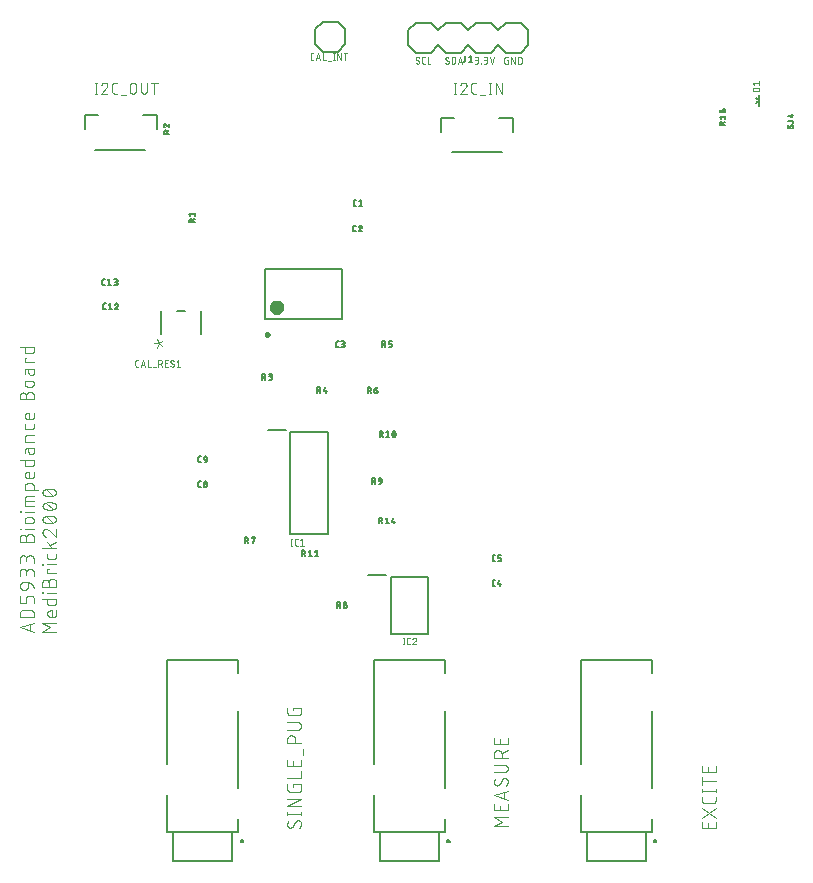
<source format=gbr>
G04 EAGLE Gerber RS-274X export*
G75*
%MOMM*%
%FSLAX34Y34*%
%LPD*%
%INSilkscreen Top*%
%IPPOS*%
%AMOC8*
5,1,8,0,0,1.08239X$1,22.5*%
G01*
%ADD10C,0.101600*%
%ADD11C,0.050800*%
%ADD12C,0.127000*%
%ADD13C,0.200000*%
%ADD14C,0.150000*%
%ADD15C,0.600000*%
%ADD16C,0.250000*%
%ADD17C,0.152400*%
%ADD18C,0.076200*%
%ADD19C,0.203200*%


D10*
X31942Y169008D02*
X20258Y172903D01*
X31942Y176797D01*
X29021Y175824D02*
X29021Y169982D01*
X31942Y181468D02*
X20258Y181468D01*
X20258Y184714D01*
X20260Y184827D01*
X20266Y184940D01*
X20276Y185053D01*
X20290Y185166D01*
X20307Y185278D01*
X20329Y185389D01*
X20354Y185499D01*
X20384Y185609D01*
X20417Y185717D01*
X20454Y185824D01*
X20494Y185930D01*
X20539Y186034D01*
X20587Y186137D01*
X20638Y186238D01*
X20693Y186337D01*
X20751Y186434D01*
X20813Y186529D01*
X20878Y186622D01*
X20946Y186712D01*
X21017Y186800D01*
X21092Y186886D01*
X21169Y186969D01*
X21249Y187049D01*
X21332Y187126D01*
X21418Y187201D01*
X21506Y187272D01*
X21596Y187340D01*
X21689Y187405D01*
X21784Y187467D01*
X21881Y187525D01*
X21980Y187580D01*
X22081Y187631D01*
X22184Y187679D01*
X22288Y187724D01*
X22394Y187764D01*
X22501Y187801D01*
X22609Y187834D01*
X22719Y187864D01*
X22829Y187889D01*
X22940Y187911D01*
X23052Y187928D01*
X23165Y187942D01*
X23278Y187952D01*
X23391Y187958D01*
X23504Y187960D01*
X23504Y187959D02*
X28696Y187959D01*
X28696Y187960D02*
X28809Y187958D01*
X28922Y187952D01*
X29035Y187942D01*
X29148Y187928D01*
X29260Y187911D01*
X29371Y187889D01*
X29481Y187864D01*
X29591Y187834D01*
X29699Y187801D01*
X29806Y187764D01*
X29912Y187724D01*
X30016Y187679D01*
X30119Y187631D01*
X30220Y187580D01*
X30319Y187525D01*
X30416Y187467D01*
X30511Y187405D01*
X30604Y187340D01*
X30694Y187272D01*
X30782Y187201D01*
X30868Y187126D01*
X30951Y187049D01*
X31031Y186969D01*
X31108Y186886D01*
X31183Y186800D01*
X31254Y186712D01*
X31322Y186622D01*
X31387Y186529D01*
X31449Y186434D01*
X31507Y186337D01*
X31562Y186238D01*
X31613Y186137D01*
X31661Y186034D01*
X31706Y185930D01*
X31746Y185824D01*
X31783Y185717D01*
X31816Y185609D01*
X31846Y185499D01*
X31871Y185389D01*
X31893Y185278D01*
X31910Y185166D01*
X31924Y185053D01*
X31934Y184940D01*
X31940Y184827D01*
X31942Y184714D01*
X31942Y181468D01*
X31942Y193279D02*
X31942Y197174D01*
X31940Y197273D01*
X31934Y197373D01*
X31925Y197472D01*
X31912Y197570D01*
X31895Y197668D01*
X31874Y197766D01*
X31849Y197862D01*
X31821Y197957D01*
X31789Y198051D01*
X31754Y198144D01*
X31715Y198236D01*
X31672Y198326D01*
X31627Y198414D01*
X31577Y198501D01*
X31525Y198585D01*
X31469Y198668D01*
X31411Y198748D01*
X31349Y198826D01*
X31284Y198901D01*
X31216Y198974D01*
X31146Y199044D01*
X31073Y199112D01*
X30998Y199177D01*
X30920Y199239D01*
X30840Y199297D01*
X30757Y199353D01*
X30673Y199405D01*
X30586Y199455D01*
X30498Y199500D01*
X30408Y199543D01*
X30316Y199582D01*
X30223Y199617D01*
X30129Y199649D01*
X30034Y199677D01*
X29938Y199702D01*
X29840Y199723D01*
X29742Y199740D01*
X29644Y199753D01*
X29545Y199762D01*
X29445Y199768D01*
X29346Y199770D01*
X28047Y199770D01*
X27948Y199768D01*
X27848Y199762D01*
X27749Y199753D01*
X27651Y199740D01*
X27553Y199723D01*
X27455Y199702D01*
X27359Y199677D01*
X27264Y199649D01*
X27170Y199617D01*
X27077Y199582D01*
X26985Y199543D01*
X26895Y199500D01*
X26807Y199455D01*
X26720Y199405D01*
X26636Y199353D01*
X26553Y199297D01*
X26473Y199239D01*
X26395Y199177D01*
X26320Y199112D01*
X26247Y199044D01*
X26177Y198974D01*
X26109Y198901D01*
X26044Y198826D01*
X25982Y198748D01*
X25924Y198668D01*
X25868Y198585D01*
X25816Y198501D01*
X25766Y198414D01*
X25721Y198326D01*
X25678Y198236D01*
X25639Y198144D01*
X25604Y198051D01*
X25572Y197957D01*
X25544Y197862D01*
X25519Y197766D01*
X25498Y197668D01*
X25481Y197570D01*
X25468Y197472D01*
X25459Y197373D01*
X25453Y197273D01*
X25451Y197174D01*
X25451Y193279D01*
X20258Y193279D01*
X20258Y199770D01*
X26749Y207305D02*
X26749Y211200D01*
X26749Y207305D02*
X26747Y207206D01*
X26741Y207106D01*
X26732Y207007D01*
X26719Y206909D01*
X26702Y206811D01*
X26681Y206713D01*
X26656Y206617D01*
X26628Y206522D01*
X26596Y206428D01*
X26561Y206335D01*
X26522Y206243D01*
X26479Y206153D01*
X26434Y206065D01*
X26384Y205978D01*
X26332Y205894D01*
X26276Y205811D01*
X26218Y205731D01*
X26156Y205653D01*
X26091Y205578D01*
X26023Y205505D01*
X25953Y205435D01*
X25880Y205367D01*
X25805Y205302D01*
X25727Y205240D01*
X25647Y205182D01*
X25564Y205126D01*
X25480Y205074D01*
X25393Y205024D01*
X25305Y204979D01*
X25215Y204936D01*
X25123Y204897D01*
X25030Y204862D01*
X24936Y204830D01*
X24841Y204802D01*
X24745Y204777D01*
X24647Y204756D01*
X24549Y204739D01*
X24451Y204726D01*
X24352Y204717D01*
X24252Y204711D01*
X24153Y204709D01*
X23504Y204709D01*
X23391Y204711D01*
X23278Y204717D01*
X23165Y204727D01*
X23052Y204741D01*
X22940Y204758D01*
X22829Y204780D01*
X22719Y204805D01*
X22609Y204835D01*
X22501Y204868D01*
X22394Y204905D01*
X22288Y204945D01*
X22184Y204990D01*
X22081Y205038D01*
X21980Y205089D01*
X21881Y205144D01*
X21784Y205202D01*
X21689Y205264D01*
X21596Y205329D01*
X21506Y205397D01*
X21418Y205468D01*
X21332Y205543D01*
X21249Y205620D01*
X21169Y205700D01*
X21092Y205783D01*
X21017Y205869D01*
X20946Y205957D01*
X20878Y206047D01*
X20813Y206140D01*
X20751Y206235D01*
X20693Y206332D01*
X20638Y206431D01*
X20587Y206532D01*
X20539Y206635D01*
X20494Y206739D01*
X20454Y206845D01*
X20417Y206952D01*
X20384Y207060D01*
X20354Y207170D01*
X20329Y207280D01*
X20307Y207391D01*
X20290Y207503D01*
X20276Y207616D01*
X20266Y207729D01*
X20260Y207842D01*
X20258Y207955D01*
X20260Y208068D01*
X20266Y208181D01*
X20276Y208294D01*
X20290Y208407D01*
X20307Y208519D01*
X20329Y208630D01*
X20354Y208740D01*
X20384Y208850D01*
X20417Y208958D01*
X20454Y209065D01*
X20494Y209171D01*
X20539Y209275D01*
X20587Y209378D01*
X20638Y209479D01*
X20693Y209578D01*
X20751Y209675D01*
X20813Y209770D01*
X20878Y209863D01*
X20946Y209953D01*
X21017Y210041D01*
X21092Y210127D01*
X21169Y210210D01*
X21249Y210290D01*
X21332Y210367D01*
X21418Y210442D01*
X21506Y210513D01*
X21596Y210581D01*
X21689Y210646D01*
X21784Y210708D01*
X21881Y210766D01*
X21980Y210821D01*
X22081Y210872D01*
X22184Y210920D01*
X22288Y210965D01*
X22394Y211005D01*
X22501Y211042D01*
X22609Y211075D01*
X22719Y211105D01*
X22829Y211130D01*
X22940Y211152D01*
X23052Y211169D01*
X23165Y211183D01*
X23278Y211193D01*
X23391Y211199D01*
X23504Y211201D01*
X23504Y211200D02*
X26749Y211200D01*
X26892Y211198D01*
X27035Y211192D01*
X27178Y211182D01*
X27320Y211168D01*
X27462Y211151D01*
X27604Y211129D01*
X27745Y211104D01*
X27885Y211074D01*
X28024Y211041D01*
X28162Y211004D01*
X28299Y210963D01*
X28435Y210919D01*
X28570Y210870D01*
X28703Y210818D01*
X28835Y210763D01*
X28965Y210703D01*
X29094Y210640D01*
X29221Y210574D01*
X29346Y210504D01*
X29468Y210431D01*
X29589Y210354D01*
X29708Y210274D01*
X29824Y210191D01*
X29939Y210105D01*
X30050Y210016D01*
X30160Y209923D01*
X30266Y209828D01*
X30370Y209729D01*
X30471Y209628D01*
X30570Y209524D01*
X30665Y209418D01*
X30758Y209308D01*
X30847Y209197D01*
X30933Y209082D01*
X31016Y208966D01*
X31096Y208847D01*
X31173Y208726D01*
X31246Y208604D01*
X31316Y208479D01*
X31382Y208352D01*
X31445Y208223D01*
X31505Y208093D01*
X31560Y207961D01*
X31612Y207828D01*
X31661Y207693D01*
X31705Y207557D01*
X31746Y207420D01*
X31783Y207282D01*
X31816Y207143D01*
X31846Y207003D01*
X31871Y206862D01*
X31893Y206720D01*
X31910Y206578D01*
X31924Y206436D01*
X31934Y206293D01*
X31940Y206150D01*
X31942Y206007D01*
X31942Y216139D02*
X31942Y219385D01*
X31940Y219498D01*
X31934Y219611D01*
X31924Y219724D01*
X31910Y219837D01*
X31893Y219949D01*
X31871Y220060D01*
X31846Y220170D01*
X31816Y220280D01*
X31783Y220388D01*
X31746Y220495D01*
X31706Y220601D01*
X31661Y220705D01*
X31613Y220808D01*
X31562Y220909D01*
X31507Y221008D01*
X31449Y221105D01*
X31387Y221200D01*
X31322Y221293D01*
X31254Y221383D01*
X31183Y221471D01*
X31108Y221557D01*
X31031Y221640D01*
X30951Y221720D01*
X30868Y221797D01*
X30782Y221872D01*
X30694Y221943D01*
X30604Y222011D01*
X30511Y222076D01*
X30416Y222138D01*
X30319Y222196D01*
X30220Y222251D01*
X30119Y222302D01*
X30016Y222350D01*
X29912Y222395D01*
X29806Y222435D01*
X29699Y222472D01*
X29591Y222505D01*
X29481Y222535D01*
X29371Y222560D01*
X29260Y222582D01*
X29148Y222599D01*
X29035Y222613D01*
X28922Y222623D01*
X28809Y222629D01*
X28696Y222631D01*
X28583Y222629D01*
X28470Y222623D01*
X28357Y222613D01*
X28244Y222599D01*
X28132Y222582D01*
X28021Y222560D01*
X27911Y222535D01*
X27801Y222505D01*
X27693Y222472D01*
X27586Y222435D01*
X27480Y222395D01*
X27376Y222350D01*
X27273Y222302D01*
X27172Y222251D01*
X27073Y222196D01*
X26976Y222138D01*
X26881Y222076D01*
X26788Y222011D01*
X26698Y221943D01*
X26610Y221872D01*
X26524Y221797D01*
X26441Y221720D01*
X26361Y221640D01*
X26284Y221557D01*
X26209Y221471D01*
X26138Y221383D01*
X26070Y221293D01*
X26005Y221200D01*
X25943Y221105D01*
X25885Y221008D01*
X25830Y220909D01*
X25779Y220808D01*
X25731Y220705D01*
X25686Y220601D01*
X25646Y220495D01*
X25609Y220388D01*
X25576Y220280D01*
X25546Y220170D01*
X25521Y220060D01*
X25499Y219949D01*
X25482Y219837D01*
X25468Y219724D01*
X25458Y219611D01*
X25452Y219498D01*
X25450Y219385D01*
X20258Y220034D02*
X20258Y216139D01*
X20258Y220034D02*
X20260Y220135D01*
X20266Y220235D01*
X20276Y220335D01*
X20289Y220435D01*
X20307Y220534D01*
X20328Y220633D01*
X20353Y220730D01*
X20382Y220827D01*
X20415Y220922D01*
X20451Y221016D01*
X20491Y221108D01*
X20534Y221199D01*
X20581Y221288D01*
X20631Y221375D01*
X20685Y221461D01*
X20742Y221544D01*
X20802Y221624D01*
X20865Y221703D01*
X20932Y221779D01*
X21001Y221852D01*
X21073Y221922D01*
X21147Y221990D01*
X21224Y222055D01*
X21304Y222116D01*
X21386Y222175D01*
X21470Y222230D01*
X21556Y222282D01*
X21644Y222331D01*
X21734Y222376D01*
X21826Y222418D01*
X21919Y222456D01*
X22014Y222490D01*
X22109Y222521D01*
X22206Y222548D01*
X22304Y222571D01*
X22403Y222591D01*
X22503Y222606D01*
X22603Y222618D01*
X22703Y222626D01*
X22804Y222630D01*
X22904Y222630D01*
X23005Y222626D01*
X23105Y222618D01*
X23205Y222606D01*
X23305Y222591D01*
X23404Y222571D01*
X23502Y222548D01*
X23599Y222521D01*
X23694Y222490D01*
X23789Y222456D01*
X23882Y222418D01*
X23974Y222376D01*
X24064Y222331D01*
X24152Y222282D01*
X24238Y222230D01*
X24322Y222175D01*
X24404Y222116D01*
X24484Y222055D01*
X24561Y221990D01*
X24635Y221922D01*
X24707Y221852D01*
X24776Y221779D01*
X24843Y221703D01*
X24906Y221624D01*
X24966Y221544D01*
X25023Y221461D01*
X25077Y221375D01*
X25127Y221288D01*
X25174Y221199D01*
X25217Y221108D01*
X25257Y221016D01*
X25293Y220922D01*
X25326Y220827D01*
X25355Y220730D01*
X25380Y220633D01*
X25401Y220534D01*
X25419Y220435D01*
X25432Y220335D01*
X25442Y220235D01*
X25448Y220135D01*
X25450Y220034D01*
X25451Y220034D02*
X25451Y217437D01*
X31942Y227569D02*
X31942Y230815D01*
X31940Y230928D01*
X31934Y231041D01*
X31924Y231154D01*
X31910Y231267D01*
X31893Y231379D01*
X31871Y231490D01*
X31846Y231600D01*
X31816Y231710D01*
X31783Y231818D01*
X31746Y231925D01*
X31706Y232031D01*
X31661Y232135D01*
X31613Y232238D01*
X31562Y232339D01*
X31507Y232438D01*
X31449Y232535D01*
X31387Y232630D01*
X31322Y232723D01*
X31254Y232813D01*
X31183Y232901D01*
X31108Y232987D01*
X31031Y233070D01*
X30951Y233150D01*
X30868Y233227D01*
X30782Y233302D01*
X30694Y233373D01*
X30604Y233441D01*
X30511Y233506D01*
X30416Y233568D01*
X30319Y233626D01*
X30220Y233681D01*
X30119Y233732D01*
X30016Y233780D01*
X29912Y233825D01*
X29806Y233865D01*
X29699Y233902D01*
X29591Y233935D01*
X29481Y233965D01*
X29371Y233990D01*
X29260Y234012D01*
X29148Y234029D01*
X29035Y234043D01*
X28922Y234053D01*
X28809Y234059D01*
X28696Y234061D01*
X28583Y234059D01*
X28470Y234053D01*
X28357Y234043D01*
X28244Y234029D01*
X28132Y234012D01*
X28021Y233990D01*
X27911Y233965D01*
X27801Y233935D01*
X27693Y233902D01*
X27586Y233865D01*
X27480Y233825D01*
X27376Y233780D01*
X27273Y233732D01*
X27172Y233681D01*
X27073Y233626D01*
X26976Y233568D01*
X26881Y233506D01*
X26788Y233441D01*
X26698Y233373D01*
X26610Y233302D01*
X26524Y233227D01*
X26441Y233150D01*
X26361Y233070D01*
X26284Y232987D01*
X26209Y232901D01*
X26138Y232813D01*
X26070Y232723D01*
X26005Y232630D01*
X25943Y232535D01*
X25885Y232438D01*
X25830Y232339D01*
X25779Y232238D01*
X25731Y232135D01*
X25686Y232031D01*
X25646Y231925D01*
X25609Y231818D01*
X25576Y231710D01*
X25546Y231600D01*
X25521Y231490D01*
X25499Y231379D01*
X25482Y231267D01*
X25468Y231154D01*
X25458Y231041D01*
X25452Y230928D01*
X25450Y230815D01*
X20258Y231464D02*
X20258Y227569D01*
X20258Y231464D02*
X20260Y231565D01*
X20266Y231665D01*
X20276Y231765D01*
X20289Y231865D01*
X20307Y231964D01*
X20328Y232063D01*
X20353Y232160D01*
X20382Y232257D01*
X20415Y232352D01*
X20451Y232446D01*
X20491Y232538D01*
X20534Y232629D01*
X20581Y232718D01*
X20631Y232805D01*
X20685Y232891D01*
X20742Y232974D01*
X20802Y233054D01*
X20865Y233133D01*
X20932Y233209D01*
X21001Y233282D01*
X21073Y233352D01*
X21147Y233420D01*
X21224Y233485D01*
X21304Y233546D01*
X21386Y233605D01*
X21470Y233660D01*
X21556Y233712D01*
X21644Y233761D01*
X21734Y233806D01*
X21826Y233848D01*
X21919Y233886D01*
X22014Y233920D01*
X22109Y233951D01*
X22206Y233978D01*
X22304Y234001D01*
X22403Y234021D01*
X22503Y234036D01*
X22603Y234048D01*
X22703Y234056D01*
X22804Y234060D01*
X22904Y234060D01*
X23005Y234056D01*
X23105Y234048D01*
X23205Y234036D01*
X23305Y234021D01*
X23404Y234001D01*
X23502Y233978D01*
X23599Y233951D01*
X23694Y233920D01*
X23789Y233886D01*
X23882Y233848D01*
X23974Y233806D01*
X24064Y233761D01*
X24152Y233712D01*
X24238Y233660D01*
X24322Y233605D01*
X24404Y233546D01*
X24484Y233485D01*
X24561Y233420D01*
X24635Y233352D01*
X24707Y233282D01*
X24776Y233209D01*
X24843Y233133D01*
X24906Y233054D01*
X24966Y232974D01*
X25023Y232891D01*
X25077Y232805D01*
X25127Y232718D01*
X25174Y232629D01*
X25217Y232538D01*
X25257Y232446D01*
X25293Y232352D01*
X25326Y232257D01*
X25355Y232160D01*
X25380Y232063D01*
X25401Y231964D01*
X25419Y231865D01*
X25432Y231765D01*
X25442Y231665D01*
X25448Y231565D01*
X25450Y231464D01*
X25451Y231464D02*
X25451Y228867D01*
X25451Y245645D02*
X25451Y248891D01*
X25450Y248891D02*
X25452Y249004D01*
X25458Y249117D01*
X25468Y249230D01*
X25482Y249343D01*
X25499Y249455D01*
X25521Y249566D01*
X25546Y249676D01*
X25576Y249786D01*
X25609Y249894D01*
X25646Y250001D01*
X25686Y250107D01*
X25731Y250211D01*
X25779Y250314D01*
X25830Y250415D01*
X25885Y250514D01*
X25943Y250611D01*
X26005Y250706D01*
X26070Y250799D01*
X26138Y250889D01*
X26209Y250977D01*
X26284Y251063D01*
X26361Y251146D01*
X26441Y251226D01*
X26524Y251303D01*
X26610Y251378D01*
X26698Y251449D01*
X26788Y251517D01*
X26881Y251582D01*
X26976Y251644D01*
X27073Y251702D01*
X27172Y251757D01*
X27273Y251808D01*
X27376Y251856D01*
X27480Y251901D01*
X27586Y251941D01*
X27693Y251978D01*
X27801Y252011D01*
X27911Y252041D01*
X28021Y252066D01*
X28132Y252088D01*
X28244Y252105D01*
X28357Y252119D01*
X28470Y252129D01*
X28583Y252135D01*
X28696Y252137D01*
X28809Y252135D01*
X28922Y252129D01*
X29035Y252119D01*
X29148Y252105D01*
X29260Y252088D01*
X29371Y252066D01*
X29481Y252041D01*
X29591Y252011D01*
X29699Y251978D01*
X29806Y251941D01*
X29912Y251901D01*
X30016Y251856D01*
X30119Y251808D01*
X30220Y251757D01*
X30319Y251702D01*
X30416Y251644D01*
X30511Y251582D01*
X30604Y251517D01*
X30694Y251449D01*
X30782Y251378D01*
X30868Y251303D01*
X30951Y251226D01*
X31031Y251146D01*
X31108Y251063D01*
X31183Y250977D01*
X31254Y250889D01*
X31322Y250799D01*
X31387Y250706D01*
X31449Y250611D01*
X31507Y250514D01*
X31562Y250415D01*
X31613Y250314D01*
X31661Y250211D01*
X31706Y250107D01*
X31746Y250001D01*
X31783Y249894D01*
X31816Y249786D01*
X31846Y249676D01*
X31871Y249566D01*
X31893Y249455D01*
X31910Y249343D01*
X31924Y249230D01*
X31934Y249117D01*
X31940Y249004D01*
X31942Y248891D01*
X31942Y245645D01*
X20258Y245645D01*
X20258Y248891D01*
X20260Y248992D01*
X20266Y249092D01*
X20276Y249192D01*
X20289Y249292D01*
X20307Y249391D01*
X20328Y249490D01*
X20353Y249587D01*
X20382Y249684D01*
X20415Y249779D01*
X20451Y249873D01*
X20491Y249965D01*
X20534Y250056D01*
X20581Y250145D01*
X20631Y250232D01*
X20685Y250318D01*
X20742Y250401D01*
X20802Y250481D01*
X20865Y250560D01*
X20932Y250636D01*
X21001Y250709D01*
X21073Y250779D01*
X21147Y250847D01*
X21224Y250912D01*
X21304Y250973D01*
X21386Y251032D01*
X21470Y251087D01*
X21556Y251139D01*
X21644Y251188D01*
X21734Y251233D01*
X21826Y251275D01*
X21919Y251313D01*
X22014Y251347D01*
X22109Y251378D01*
X22206Y251405D01*
X22304Y251428D01*
X22403Y251448D01*
X22503Y251463D01*
X22603Y251475D01*
X22703Y251483D01*
X22804Y251487D01*
X22904Y251487D01*
X23005Y251483D01*
X23105Y251475D01*
X23205Y251463D01*
X23305Y251448D01*
X23404Y251428D01*
X23502Y251405D01*
X23599Y251378D01*
X23694Y251347D01*
X23789Y251313D01*
X23882Y251275D01*
X23974Y251233D01*
X24064Y251188D01*
X24152Y251139D01*
X24238Y251087D01*
X24322Y251032D01*
X24404Y250973D01*
X24484Y250912D01*
X24561Y250847D01*
X24635Y250779D01*
X24707Y250709D01*
X24776Y250636D01*
X24843Y250560D01*
X24906Y250481D01*
X24966Y250401D01*
X25023Y250318D01*
X25077Y250232D01*
X25127Y250145D01*
X25174Y250056D01*
X25217Y249965D01*
X25257Y249873D01*
X25293Y249779D01*
X25326Y249684D01*
X25355Y249587D01*
X25380Y249490D01*
X25401Y249391D01*
X25419Y249292D01*
X25432Y249192D01*
X25442Y249092D01*
X25448Y248992D01*
X25450Y248891D01*
X24153Y256341D02*
X31942Y256341D01*
X20907Y256017D02*
X20258Y256017D01*
X20258Y256666D01*
X20907Y256666D01*
X20907Y256017D01*
X26749Y260984D02*
X29346Y260984D01*
X26749Y260984D02*
X26648Y260986D01*
X26548Y260992D01*
X26448Y261002D01*
X26348Y261015D01*
X26249Y261033D01*
X26150Y261054D01*
X26053Y261079D01*
X25956Y261108D01*
X25861Y261141D01*
X25767Y261177D01*
X25675Y261217D01*
X25584Y261260D01*
X25495Y261307D01*
X25408Y261357D01*
X25322Y261411D01*
X25239Y261468D01*
X25159Y261528D01*
X25080Y261591D01*
X25004Y261658D01*
X24931Y261727D01*
X24861Y261799D01*
X24793Y261873D01*
X24728Y261950D01*
X24667Y262030D01*
X24608Y262112D01*
X24553Y262196D01*
X24501Y262282D01*
X24452Y262370D01*
X24407Y262460D01*
X24365Y262552D01*
X24327Y262645D01*
X24293Y262740D01*
X24262Y262835D01*
X24235Y262932D01*
X24212Y263030D01*
X24192Y263129D01*
X24177Y263229D01*
X24165Y263329D01*
X24157Y263429D01*
X24153Y263530D01*
X24153Y263630D01*
X24157Y263731D01*
X24165Y263831D01*
X24177Y263931D01*
X24192Y264031D01*
X24212Y264130D01*
X24235Y264228D01*
X24262Y264325D01*
X24293Y264420D01*
X24327Y264515D01*
X24365Y264608D01*
X24407Y264700D01*
X24452Y264790D01*
X24501Y264878D01*
X24553Y264964D01*
X24608Y265048D01*
X24667Y265130D01*
X24728Y265210D01*
X24793Y265287D01*
X24861Y265361D01*
X24931Y265433D01*
X25004Y265502D01*
X25080Y265569D01*
X25159Y265632D01*
X25239Y265692D01*
X25322Y265749D01*
X25408Y265803D01*
X25495Y265853D01*
X25584Y265900D01*
X25675Y265943D01*
X25767Y265983D01*
X25861Y266019D01*
X25956Y266052D01*
X26053Y266081D01*
X26150Y266106D01*
X26249Y266127D01*
X26348Y266145D01*
X26448Y266158D01*
X26548Y266168D01*
X26648Y266174D01*
X26749Y266176D01*
X26749Y266177D02*
X29346Y266177D01*
X29346Y266176D02*
X29447Y266174D01*
X29547Y266168D01*
X29647Y266158D01*
X29747Y266145D01*
X29846Y266127D01*
X29945Y266106D01*
X30042Y266081D01*
X30139Y266052D01*
X30234Y266019D01*
X30328Y265983D01*
X30420Y265943D01*
X30511Y265900D01*
X30600Y265853D01*
X30687Y265803D01*
X30773Y265749D01*
X30856Y265692D01*
X30936Y265632D01*
X31015Y265569D01*
X31091Y265502D01*
X31164Y265433D01*
X31234Y265361D01*
X31302Y265287D01*
X31367Y265210D01*
X31428Y265130D01*
X31487Y265048D01*
X31542Y264964D01*
X31594Y264878D01*
X31643Y264790D01*
X31688Y264700D01*
X31730Y264608D01*
X31768Y264515D01*
X31802Y264420D01*
X31833Y264325D01*
X31860Y264228D01*
X31883Y264130D01*
X31903Y264031D01*
X31918Y263931D01*
X31930Y263831D01*
X31938Y263731D01*
X31942Y263630D01*
X31942Y263530D01*
X31938Y263429D01*
X31930Y263329D01*
X31918Y263229D01*
X31903Y263129D01*
X31883Y263030D01*
X31860Y262932D01*
X31833Y262835D01*
X31802Y262740D01*
X31768Y262645D01*
X31730Y262552D01*
X31688Y262460D01*
X31643Y262370D01*
X31594Y262282D01*
X31542Y262196D01*
X31487Y262112D01*
X31428Y262030D01*
X31367Y261950D01*
X31302Y261873D01*
X31234Y261799D01*
X31164Y261727D01*
X31091Y261658D01*
X31015Y261591D01*
X30936Y261528D01*
X30856Y261468D01*
X30773Y261411D01*
X30687Y261357D01*
X30600Y261307D01*
X30511Y261260D01*
X30420Y261217D01*
X30328Y261177D01*
X30234Y261141D01*
X30139Y261108D01*
X30042Y261079D01*
X29945Y261054D01*
X29846Y261033D01*
X29747Y261015D01*
X29647Y261002D01*
X29547Y260992D01*
X29447Y260986D01*
X29346Y260984D01*
X31942Y270819D02*
X24153Y270819D01*
X20907Y270495D02*
X20258Y270495D01*
X20258Y271144D01*
X20907Y271144D01*
X20907Y270495D01*
X24153Y276069D02*
X31942Y276069D01*
X24153Y276069D02*
X24153Y281911D01*
X24155Y281998D01*
X24161Y282086D01*
X24171Y282172D01*
X24184Y282259D01*
X24202Y282344D01*
X24223Y282429D01*
X24248Y282513D01*
X24277Y282595D01*
X24310Y282676D01*
X24346Y282756D01*
X24385Y282834D01*
X24429Y282910D01*
X24475Y282984D01*
X24525Y283055D01*
X24578Y283125D01*
X24634Y283192D01*
X24693Y283256D01*
X24755Y283318D01*
X24819Y283377D01*
X24886Y283433D01*
X24956Y283486D01*
X25027Y283536D01*
X25101Y283582D01*
X25177Y283626D01*
X25255Y283665D01*
X25335Y283701D01*
X25416Y283734D01*
X25498Y283763D01*
X25582Y283788D01*
X25667Y283809D01*
X25752Y283827D01*
X25839Y283840D01*
X25925Y283850D01*
X26013Y283856D01*
X26100Y283858D01*
X31942Y283858D01*
X31942Y279963D02*
X24153Y279963D01*
X24153Y289618D02*
X35837Y289618D01*
X24153Y289618D02*
X24153Y292863D01*
X24155Y292950D01*
X24161Y293038D01*
X24171Y293124D01*
X24184Y293211D01*
X24202Y293296D01*
X24223Y293381D01*
X24248Y293465D01*
X24277Y293547D01*
X24310Y293628D01*
X24346Y293708D01*
X24385Y293786D01*
X24429Y293862D01*
X24475Y293936D01*
X24525Y294007D01*
X24578Y294077D01*
X24634Y294144D01*
X24693Y294208D01*
X24754Y294270D01*
X24819Y294329D01*
X24886Y294385D01*
X24956Y294438D01*
X25027Y294488D01*
X25101Y294534D01*
X25177Y294578D01*
X25255Y294617D01*
X25335Y294653D01*
X25416Y294686D01*
X25498Y294715D01*
X25582Y294740D01*
X25667Y294761D01*
X25752Y294779D01*
X25839Y294792D01*
X25925Y294802D01*
X26013Y294808D01*
X26100Y294810D01*
X26100Y294811D02*
X29995Y294811D01*
X29995Y294810D02*
X30082Y294808D01*
X30170Y294802D01*
X30256Y294792D01*
X30343Y294779D01*
X30428Y294761D01*
X30513Y294740D01*
X30597Y294715D01*
X30679Y294686D01*
X30760Y294653D01*
X30840Y294617D01*
X30918Y294578D01*
X30994Y294534D01*
X31068Y294488D01*
X31139Y294438D01*
X31209Y294385D01*
X31276Y294329D01*
X31340Y294270D01*
X31402Y294208D01*
X31461Y294144D01*
X31517Y294077D01*
X31570Y294007D01*
X31620Y293936D01*
X31666Y293862D01*
X31710Y293786D01*
X31749Y293708D01*
X31785Y293628D01*
X31818Y293547D01*
X31847Y293465D01*
X31872Y293381D01*
X31893Y293296D01*
X31911Y293211D01*
X31924Y293124D01*
X31934Y293038D01*
X31940Y292950D01*
X31942Y292863D01*
X31942Y289618D01*
X31942Y301412D02*
X31942Y304658D01*
X31942Y301412D02*
X31940Y301325D01*
X31934Y301237D01*
X31924Y301151D01*
X31911Y301064D01*
X31893Y300979D01*
X31872Y300894D01*
X31847Y300810D01*
X31818Y300728D01*
X31785Y300647D01*
X31749Y300567D01*
X31710Y300489D01*
X31666Y300413D01*
X31620Y300339D01*
X31570Y300268D01*
X31517Y300198D01*
X31461Y300131D01*
X31402Y300067D01*
X31340Y300005D01*
X31276Y299946D01*
X31209Y299890D01*
X31139Y299837D01*
X31068Y299787D01*
X30994Y299741D01*
X30918Y299697D01*
X30840Y299658D01*
X30760Y299622D01*
X30679Y299589D01*
X30597Y299560D01*
X30513Y299535D01*
X30428Y299514D01*
X30343Y299496D01*
X30256Y299483D01*
X30170Y299473D01*
X30082Y299467D01*
X29995Y299465D01*
X26749Y299465D01*
X26648Y299467D01*
X26548Y299473D01*
X26448Y299483D01*
X26348Y299496D01*
X26249Y299514D01*
X26150Y299535D01*
X26053Y299560D01*
X25956Y299589D01*
X25861Y299622D01*
X25767Y299658D01*
X25675Y299698D01*
X25584Y299741D01*
X25495Y299788D01*
X25408Y299838D01*
X25322Y299892D01*
X25239Y299949D01*
X25159Y300009D01*
X25080Y300072D01*
X25004Y300139D01*
X24931Y300208D01*
X24861Y300280D01*
X24793Y300354D01*
X24728Y300431D01*
X24667Y300511D01*
X24608Y300593D01*
X24553Y300677D01*
X24501Y300763D01*
X24452Y300851D01*
X24407Y300941D01*
X24365Y301033D01*
X24327Y301126D01*
X24293Y301221D01*
X24262Y301316D01*
X24235Y301413D01*
X24212Y301511D01*
X24192Y301610D01*
X24177Y301710D01*
X24165Y301810D01*
X24157Y301910D01*
X24153Y302011D01*
X24153Y302111D01*
X24157Y302212D01*
X24165Y302312D01*
X24177Y302412D01*
X24192Y302512D01*
X24212Y302611D01*
X24235Y302709D01*
X24262Y302806D01*
X24293Y302901D01*
X24327Y302996D01*
X24365Y303089D01*
X24407Y303181D01*
X24452Y303271D01*
X24501Y303359D01*
X24553Y303445D01*
X24608Y303529D01*
X24667Y303611D01*
X24728Y303691D01*
X24793Y303768D01*
X24861Y303842D01*
X24931Y303914D01*
X25004Y303983D01*
X25080Y304050D01*
X25159Y304113D01*
X25239Y304173D01*
X25322Y304230D01*
X25408Y304284D01*
X25495Y304334D01*
X25584Y304381D01*
X25675Y304424D01*
X25767Y304464D01*
X25861Y304500D01*
X25956Y304533D01*
X26053Y304562D01*
X26150Y304587D01*
X26249Y304608D01*
X26348Y304626D01*
X26448Y304639D01*
X26548Y304649D01*
X26648Y304655D01*
X26749Y304657D01*
X26749Y304658D02*
X28047Y304658D01*
X28047Y299465D01*
X31942Y314505D02*
X20258Y314505D01*
X31942Y314505D02*
X31942Y311259D01*
X31940Y311172D01*
X31934Y311084D01*
X31924Y310998D01*
X31911Y310911D01*
X31893Y310826D01*
X31872Y310741D01*
X31847Y310657D01*
X31818Y310575D01*
X31785Y310494D01*
X31749Y310414D01*
X31710Y310336D01*
X31666Y310260D01*
X31620Y310186D01*
X31570Y310115D01*
X31517Y310045D01*
X31461Y309978D01*
X31402Y309914D01*
X31340Y309852D01*
X31276Y309793D01*
X31209Y309737D01*
X31139Y309684D01*
X31068Y309634D01*
X30994Y309588D01*
X30918Y309544D01*
X30840Y309505D01*
X30760Y309469D01*
X30679Y309436D01*
X30597Y309407D01*
X30513Y309382D01*
X30428Y309361D01*
X30343Y309343D01*
X30256Y309330D01*
X30170Y309320D01*
X30082Y309314D01*
X29995Y309312D01*
X26100Y309312D01*
X26013Y309314D01*
X25925Y309320D01*
X25839Y309330D01*
X25752Y309343D01*
X25667Y309361D01*
X25582Y309382D01*
X25498Y309407D01*
X25416Y309436D01*
X25335Y309469D01*
X25255Y309505D01*
X25177Y309544D01*
X25101Y309588D01*
X25027Y309634D01*
X24956Y309684D01*
X24886Y309737D01*
X24819Y309793D01*
X24755Y309852D01*
X24693Y309914D01*
X24634Y309978D01*
X24578Y310045D01*
X24525Y310115D01*
X24475Y310186D01*
X24429Y310260D01*
X24385Y310336D01*
X24346Y310414D01*
X24310Y310494D01*
X24277Y310575D01*
X24248Y310657D01*
X24223Y310741D01*
X24202Y310826D01*
X24184Y310911D01*
X24171Y310998D01*
X24161Y311084D01*
X24155Y311172D01*
X24153Y311259D01*
X24153Y314505D01*
X27398Y321871D02*
X27398Y324792D01*
X27398Y321871D02*
X27400Y321777D01*
X27406Y321683D01*
X27415Y321590D01*
X27429Y321497D01*
X27446Y321405D01*
X27468Y321313D01*
X27492Y321223D01*
X27521Y321133D01*
X27553Y321045D01*
X27589Y320958D01*
X27629Y320873D01*
X27672Y320790D01*
X27718Y320708D01*
X27768Y320628D01*
X27821Y320551D01*
X27877Y320476D01*
X27936Y320403D01*
X27998Y320332D01*
X28063Y320264D01*
X28131Y320199D01*
X28202Y320137D01*
X28275Y320078D01*
X28350Y320022D01*
X28427Y319969D01*
X28507Y319919D01*
X28589Y319873D01*
X28672Y319830D01*
X28757Y319790D01*
X28844Y319754D01*
X28932Y319722D01*
X29022Y319693D01*
X29112Y319669D01*
X29204Y319647D01*
X29296Y319630D01*
X29389Y319616D01*
X29482Y319607D01*
X29576Y319601D01*
X29670Y319599D01*
X29764Y319601D01*
X29858Y319607D01*
X29951Y319616D01*
X30044Y319630D01*
X30136Y319647D01*
X30228Y319669D01*
X30318Y319693D01*
X30408Y319722D01*
X30496Y319754D01*
X30583Y319790D01*
X30668Y319830D01*
X30751Y319873D01*
X30833Y319919D01*
X30913Y319969D01*
X30990Y320022D01*
X31065Y320078D01*
X31138Y320137D01*
X31209Y320199D01*
X31277Y320264D01*
X31342Y320332D01*
X31404Y320403D01*
X31463Y320476D01*
X31519Y320551D01*
X31572Y320628D01*
X31622Y320708D01*
X31668Y320790D01*
X31711Y320873D01*
X31751Y320958D01*
X31787Y321045D01*
X31819Y321133D01*
X31848Y321223D01*
X31872Y321313D01*
X31894Y321405D01*
X31911Y321497D01*
X31925Y321590D01*
X31934Y321683D01*
X31940Y321777D01*
X31942Y321871D01*
X31942Y324792D01*
X26100Y324792D01*
X26013Y324790D01*
X25925Y324784D01*
X25839Y324774D01*
X25752Y324761D01*
X25667Y324743D01*
X25582Y324722D01*
X25498Y324697D01*
X25416Y324668D01*
X25335Y324635D01*
X25255Y324599D01*
X25177Y324560D01*
X25101Y324516D01*
X25027Y324470D01*
X24956Y324420D01*
X24886Y324367D01*
X24819Y324311D01*
X24755Y324252D01*
X24693Y324190D01*
X24634Y324126D01*
X24578Y324059D01*
X24525Y323989D01*
X24475Y323918D01*
X24429Y323844D01*
X24385Y323768D01*
X24346Y323690D01*
X24310Y323610D01*
X24277Y323529D01*
X24248Y323447D01*
X24223Y323363D01*
X24202Y323278D01*
X24184Y323193D01*
X24171Y323106D01*
X24161Y323020D01*
X24155Y322932D01*
X24153Y322845D01*
X24153Y320248D01*
X24153Y330326D02*
X31942Y330326D01*
X24153Y330326D02*
X24153Y333571D01*
X24155Y333658D01*
X24161Y333746D01*
X24171Y333832D01*
X24184Y333919D01*
X24202Y334004D01*
X24223Y334089D01*
X24248Y334173D01*
X24277Y334255D01*
X24310Y334336D01*
X24346Y334416D01*
X24385Y334494D01*
X24429Y334570D01*
X24475Y334644D01*
X24525Y334715D01*
X24578Y334785D01*
X24634Y334852D01*
X24693Y334916D01*
X24754Y334978D01*
X24819Y335037D01*
X24886Y335093D01*
X24956Y335146D01*
X25027Y335196D01*
X25101Y335242D01*
X25177Y335286D01*
X25255Y335325D01*
X25335Y335361D01*
X25416Y335394D01*
X25498Y335423D01*
X25582Y335448D01*
X25667Y335469D01*
X25752Y335487D01*
X25839Y335500D01*
X25925Y335510D01*
X26013Y335516D01*
X26100Y335518D01*
X26100Y335519D02*
X31942Y335519D01*
X31942Y342573D02*
X31942Y345170D01*
X31942Y342573D02*
X31940Y342486D01*
X31934Y342398D01*
X31924Y342312D01*
X31911Y342225D01*
X31893Y342140D01*
X31872Y342055D01*
X31847Y341971D01*
X31818Y341889D01*
X31785Y341808D01*
X31749Y341728D01*
X31710Y341650D01*
X31666Y341574D01*
X31620Y341500D01*
X31570Y341429D01*
X31517Y341359D01*
X31461Y341292D01*
X31402Y341228D01*
X31340Y341166D01*
X31276Y341107D01*
X31209Y341051D01*
X31139Y340998D01*
X31068Y340948D01*
X30994Y340902D01*
X30918Y340858D01*
X30840Y340819D01*
X30760Y340783D01*
X30679Y340750D01*
X30597Y340721D01*
X30513Y340696D01*
X30428Y340675D01*
X30343Y340657D01*
X30256Y340644D01*
X30170Y340634D01*
X30082Y340628D01*
X29995Y340626D01*
X26100Y340626D01*
X26013Y340628D01*
X25925Y340634D01*
X25839Y340644D01*
X25752Y340657D01*
X25667Y340675D01*
X25582Y340696D01*
X25498Y340721D01*
X25416Y340750D01*
X25335Y340783D01*
X25255Y340819D01*
X25177Y340858D01*
X25101Y340902D01*
X25027Y340948D01*
X24956Y340998D01*
X24886Y341051D01*
X24819Y341107D01*
X24755Y341166D01*
X24693Y341228D01*
X24634Y341292D01*
X24578Y341359D01*
X24525Y341429D01*
X24475Y341500D01*
X24429Y341574D01*
X24385Y341650D01*
X24346Y341728D01*
X24310Y341808D01*
X24277Y341889D01*
X24248Y341971D01*
X24223Y342055D01*
X24202Y342140D01*
X24184Y342225D01*
X24171Y342312D01*
X24161Y342398D01*
X24155Y342486D01*
X24153Y342573D01*
X24153Y345170D01*
X31942Y351323D02*
X31942Y354569D01*
X31942Y351323D02*
X31940Y351236D01*
X31934Y351148D01*
X31924Y351062D01*
X31911Y350975D01*
X31893Y350890D01*
X31872Y350805D01*
X31847Y350721D01*
X31818Y350639D01*
X31785Y350558D01*
X31749Y350478D01*
X31710Y350400D01*
X31666Y350324D01*
X31620Y350250D01*
X31570Y350179D01*
X31517Y350109D01*
X31461Y350042D01*
X31402Y349978D01*
X31340Y349916D01*
X31276Y349857D01*
X31209Y349801D01*
X31139Y349748D01*
X31068Y349698D01*
X30994Y349652D01*
X30918Y349608D01*
X30840Y349569D01*
X30760Y349533D01*
X30679Y349500D01*
X30597Y349471D01*
X30513Y349446D01*
X30428Y349425D01*
X30343Y349407D01*
X30256Y349394D01*
X30170Y349384D01*
X30082Y349378D01*
X29995Y349376D01*
X26749Y349376D01*
X26648Y349378D01*
X26548Y349384D01*
X26448Y349394D01*
X26348Y349407D01*
X26249Y349425D01*
X26150Y349446D01*
X26053Y349471D01*
X25956Y349500D01*
X25861Y349533D01*
X25767Y349569D01*
X25675Y349609D01*
X25584Y349652D01*
X25495Y349699D01*
X25408Y349749D01*
X25322Y349803D01*
X25239Y349860D01*
X25159Y349920D01*
X25080Y349983D01*
X25004Y350050D01*
X24931Y350119D01*
X24861Y350191D01*
X24793Y350265D01*
X24728Y350342D01*
X24667Y350422D01*
X24608Y350504D01*
X24553Y350588D01*
X24501Y350674D01*
X24452Y350762D01*
X24407Y350852D01*
X24365Y350944D01*
X24327Y351037D01*
X24293Y351132D01*
X24262Y351227D01*
X24235Y351324D01*
X24212Y351422D01*
X24192Y351521D01*
X24177Y351621D01*
X24165Y351721D01*
X24157Y351821D01*
X24153Y351922D01*
X24153Y352022D01*
X24157Y352123D01*
X24165Y352223D01*
X24177Y352323D01*
X24192Y352423D01*
X24212Y352522D01*
X24235Y352620D01*
X24262Y352717D01*
X24293Y352812D01*
X24327Y352907D01*
X24365Y353000D01*
X24407Y353092D01*
X24452Y353182D01*
X24501Y353270D01*
X24553Y353356D01*
X24608Y353440D01*
X24667Y353522D01*
X24728Y353602D01*
X24793Y353679D01*
X24861Y353753D01*
X24931Y353825D01*
X25004Y353894D01*
X25080Y353961D01*
X25159Y354024D01*
X25239Y354084D01*
X25322Y354141D01*
X25408Y354195D01*
X25495Y354245D01*
X25584Y354292D01*
X25675Y354335D01*
X25767Y354375D01*
X25861Y354411D01*
X25956Y354444D01*
X26053Y354473D01*
X26150Y354498D01*
X26249Y354519D01*
X26348Y354537D01*
X26448Y354550D01*
X26548Y354560D01*
X26648Y354566D01*
X26749Y354568D01*
X26749Y354569D02*
X28047Y354569D01*
X28047Y349376D01*
X25451Y366041D02*
X25451Y369287D01*
X25450Y369287D02*
X25452Y369400D01*
X25458Y369513D01*
X25468Y369626D01*
X25482Y369739D01*
X25499Y369851D01*
X25521Y369962D01*
X25546Y370072D01*
X25576Y370182D01*
X25609Y370290D01*
X25646Y370397D01*
X25686Y370503D01*
X25731Y370607D01*
X25779Y370710D01*
X25830Y370811D01*
X25885Y370910D01*
X25943Y371007D01*
X26005Y371102D01*
X26070Y371195D01*
X26138Y371285D01*
X26209Y371373D01*
X26284Y371459D01*
X26361Y371542D01*
X26441Y371622D01*
X26524Y371699D01*
X26610Y371774D01*
X26698Y371845D01*
X26788Y371913D01*
X26881Y371978D01*
X26976Y372040D01*
X27073Y372098D01*
X27172Y372153D01*
X27273Y372204D01*
X27376Y372252D01*
X27480Y372297D01*
X27586Y372337D01*
X27693Y372374D01*
X27801Y372407D01*
X27911Y372437D01*
X28021Y372462D01*
X28132Y372484D01*
X28244Y372501D01*
X28357Y372515D01*
X28470Y372525D01*
X28583Y372531D01*
X28696Y372533D01*
X28809Y372531D01*
X28922Y372525D01*
X29035Y372515D01*
X29148Y372501D01*
X29260Y372484D01*
X29371Y372462D01*
X29481Y372437D01*
X29591Y372407D01*
X29699Y372374D01*
X29806Y372337D01*
X29912Y372297D01*
X30016Y372252D01*
X30119Y372204D01*
X30220Y372153D01*
X30319Y372098D01*
X30416Y372040D01*
X30511Y371978D01*
X30604Y371913D01*
X30694Y371845D01*
X30782Y371774D01*
X30868Y371699D01*
X30951Y371622D01*
X31031Y371542D01*
X31108Y371459D01*
X31183Y371373D01*
X31254Y371285D01*
X31322Y371195D01*
X31387Y371102D01*
X31449Y371007D01*
X31507Y370910D01*
X31562Y370811D01*
X31613Y370710D01*
X31661Y370607D01*
X31706Y370503D01*
X31746Y370397D01*
X31783Y370290D01*
X31816Y370182D01*
X31846Y370072D01*
X31871Y369962D01*
X31893Y369851D01*
X31910Y369739D01*
X31924Y369626D01*
X31934Y369513D01*
X31940Y369400D01*
X31942Y369287D01*
X31942Y366041D01*
X20258Y366041D01*
X20258Y369287D01*
X20260Y369388D01*
X20266Y369488D01*
X20276Y369588D01*
X20289Y369688D01*
X20307Y369787D01*
X20328Y369886D01*
X20353Y369983D01*
X20382Y370080D01*
X20415Y370175D01*
X20451Y370269D01*
X20491Y370361D01*
X20534Y370452D01*
X20581Y370541D01*
X20631Y370628D01*
X20685Y370714D01*
X20742Y370797D01*
X20802Y370877D01*
X20865Y370956D01*
X20932Y371032D01*
X21001Y371105D01*
X21073Y371175D01*
X21147Y371243D01*
X21224Y371308D01*
X21304Y371369D01*
X21386Y371428D01*
X21470Y371483D01*
X21556Y371535D01*
X21644Y371584D01*
X21734Y371629D01*
X21826Y371671D01*
X21919Y371709D01*
X22014Y371743D01*
X22109Y371774D01*
X22206Y371801D01*
X22304Y371824D01*
X22403Y371844D01*
X22503Y371859D01*
X22603Y371871D01*
X22703Y371879D01*
X22804Y371883D01*
X22904Y371883D01*
X23005Y371879D01*
X23105Y371871D01*
X23205Y371859D01*
X23305Y371844D01*
X23404Y371824D01*
X23502Y371801D01*
X23599Y371774D01*
X23694Y371743D01*
X23789Y371709D01*
X23882Y371671D01*
X23974Y371629D01*
X24064Y371584D01*
X24152Y371535D01*
X24238Y371483D01*
X24322Y371428D01*
X24404Y371369D01*
X24484Y371308D01*
X24561Y371243D01*
X24635Y371175D01*
X24707Y371105D01*
X24776Y371032D01*
X24843Y370956D01*
X24906Y370877D01*
X24966Y370797D01*
X25023Y370714D01*
X25077Y370628D01*
X25127Y370541D01*
X25174Y370452D01*
X25217Y370361D01*
X25257Y370269D01*
X25293Y370175D01*
X25326Y370080D01*
X25355Y369983D01*
X25380Y369886D01*
X25401Y369787D01*
X25419Y369688D01*
X25432Y369588D01*
X25442Y369488D01*
X25448Y369388D01*
X25450Y369287D01*
X26749Y376808D02*
X29346Y376808D01*
X26749Y376808D02*
X26648Y376810D01*
X26548Y376816D01*
X26448Y376826D01*
X26348Y376839D01*
X26249Y376857D01*
X26150Y376878D01*
X26053Y376903D01*
X25956Y376932D01*
X25861Y376965D01*
X25767Y377001D01*
X25675Y377041D01*
X25584Y377084D01*
X25495Y377131D01*
X25408Y377181D01*
X25322Y377235D01*
X25239Y377292D01*
X25159Y377352D01*
X25080Y377415D01*
X25004Y377482D01*
X24931Y377551D01*
X24861Y377623D01*
X24793Y377697D01*
X24728Y377774D01*
X24667Y377854D01*
X24608Y377936D01*
X24553Y378020D01*
X24501Y378106D01*
X24452Y378194D01*
X24407Y378284D01*
X24365Y378376D01*
X24327Y378469D01*
X24293Y378564D01*
X24262Y378659D01*
X24235Y378756D01*
X24212Y378854D01*
X24192Y378953D01*
X24177Y379053D01*
X24165Y379153D01*
X24157Y379253D01*
X24153Y379354D01*
X24153Y379454D01*
X24157Y379555D01*
X24165Y379655D01*
X24177Y379755D01*
X24192Y379855D01*
X24212Y379954D01*
X24235Y380052D01*
X24262Y380149D01*
X24293Y380244D01*
X24327Y380339D01*
X24365Y380432D01*
X24407Y380524D01*
X24452Y380614D01*
X24501Y380702D01*
X24553Y380788D01*
X24608Y380872D01*
X24667Y380954D01*
X24728Y381034D01*
X24793Y381111D01*
X24861Y381185D01*
X24931Y381257D01*
X25004Y381326D01*
X25080Y381393D01*
X25159Y381456D01*
X25239Y381516D01*
X25322Y381573D01*
X25408Y381627D01*
X25495Y381677D01*
X25584Y381724D01*
X25675Y381767D01*
X25767Y381807D01*
X25861Y381843D01*
X25956Y381876D01*
X26053Y381905D01*
X26150Y381930D01*
X26249Y381951D01*
X26348Y381969D01*
X26448Y381982D01*
X26548Y381992D01*
X26648Y381998D01*
X26749Y382000D01*
X26749Y382001D02*
X29346Y382001D01*
X29346Y382000D02*
X29447Y381998D01*
X29547Y381992D01*
X29647Y381982D01*
X29747Y381969D01*
X29846Y381951D01*
X29945Y381930D01*
X30042Y381905D01*
X30139Y381876D01*
X30234Y381843D01*
X30328Y381807D01*
X30420Y381767D01*
X30511Y381724D01*
X30600Y381677D01*
X30687Y381627D01*
X30773Y381573D01*
X30856Y381516D01*
X30936Y381456D01*
X31015Y381393D01*
X31091Y381326D01*
X31164Y381257D01*
X31234Y381185D01*
X31302Y381111D01*
X31367Y381034D01*
X31428Y380954D01*
X31487Y380872D01*
X31542Y380788D01*
X31594Y380702D01*
X31643Y380614D01*
X31688Y380524D01*
X31730Y380432D01*
X31768Y380339D01*
X31802Y380244D01*
X31833Y380149D01*
X31860Y380052D01*
X31883Y379954D01*
X31903Y379855D01*
X31918Y379755D01*
X31930Y379655D01*
X31938Y379555D01*
X31942Y379454D01*
X31942Y379354D01*
X31938Y379253D01*
X31930Y379153D01*
X31918Y379053D01*
X31903Y378953D01*
X31883Y378854D01*
X31860Y378756D01*
X31833Y378659D01*
X31802Y378564D01*
X31768Y378469D01*
X31730Y378376D01*
X31688Y378284D01*
X31643Y378194D01*
X31594Y378106D01*
X31542Y378020D01*
X31487Y377936D01*
X31428Y377854D01*
X31367Y377774D01*
X31302Y377697D01*
X31234Y377623D01*
X31164Y377551D01*
X31091Y377482D01*
X31015Y377415D01*
X30936Y377352D01*
X30856Y377292D01*
X30773Y377235D01*
X30687Y377181D01*
X30600Y377131D01*
X30511Y377084D01*
X30420Y377041D01*
X30328Y377001D01*
X30234Y376965D01*
X30139Y376932D01*
X30042Y376903D01*
X29945Y376878D01*
X29846Y376857D01*
X29747Y376839D01*
X29647Y376826D01*
X29547Y376816D01*
X29447Y376810D01*
X29346Y376808D01*
X27398Y388927D02*
X27398Y391848D01*
X27398Y388927D02*
X27400Y388833D01*
X27406Y388739D01*
X27415Y388646D01*
X27429Y388553D01*
X27446Y388461D01*
X27468Y388369D01*
X27492Y388279D01*
X27521Y388189D01*
X27553Y388101D01*
X27589Y388014D01*
X27629Y387929D01*
X27672Y387846D01*
X27718Y387764D01*
X27768Y387684D01*
X27821Y387607D01*
X27877Y387532D01*
X27936Y387459D01*
X27998Y387388D01*
X28063Y387320D01*
X28131Y387255D01*
X28202Y387193D01*
X28275Y387134D01*
X28350Y387078D01*
X28427Y387025D01*
X28507Y386975D01*
X28589Y386929D01*
X28672Y386886D01*
X28757Y386846D01*
X28844Y386810D01*
X28932Y386778D01*
X29022Y386749D01*
X29112Y386725D01*
X29204Y386703D01*
X29296Y386686D01*
X29389Y386672D01*
X29482Y386663D01*
X29576Y386657D01*
X29670Y386655D01*
X29764Y386657D01*
X29858Y386663D01*
X29951Y386672D01*
X30044Y386686D01*
X30136Y386703D01*
X30228Y386725D01*
X30318Y386749D01*
X30408Y386778D01*
X30496Y386810D01*
X30583Y386846D01*
X30668Y386886D01*
X30751Y386929D01*
X30833Y386975D01*
X30913Y387025D01*
X30990Y387078D01*
X31065Y387134D01*
X31138Y387193D01*
X31209Y387255D01*
X31277Y387320D01*
X31342Y387388D01*
X31404Y387459D01*
X31463Y387532D01*
X31519Y387607D01*
X31572Y387684D01*
X31622Y387764D01*
X31668Y387846D01*
X31711Y387929D01*
X31751Y388014D01*
X31787Y388101D01*
X31819Y388189D01*
X31848Y388279D01*
X31872Y388369D01*
X31894Y388461D01*
X31911Y388553D01*
X31925Y388646D01*
X31934Y388739D01*
X31940Y388833D01*
X31942Y388927D01*
X31942Y391848D01*
X26100Y391848D01*
X26100Y391847D02*
X26013Y391845D01*
X25925Y391839D01*
X25839Y391829D01*
X25752Y391816D01*
X25667Y391798D01*
X25582Y391777D01*
X25498Y391752D01*
X25416Y391723D01*
X25335Y391690D01*
X25255Y391654D01*
X25177Y391615D01*
X25101Y391571D01*
X25027Y391525D01*
X24956Y391475D01*
X24886Y391422D01*
X24819Y391366D01*
X24755Y391307D01*
X24693Y391245D01*
X24634Y391181D01*
X24578Y391114D01*
X24525Y391044D01*
X24475Y390973D01*
X24429Y390899D01*
X24385Y390823D01*
X24346Y390745D01*
X24310Y390665D01*
X24277Y390584D01*
X24248Y390502D01*
X24223Y390418D01*
X24202Y390333D01*
X24184Y390248D01*
X24171Y390161D01*
X24161Y390075D01*
X24155Y389987D01*
X24153Y389900D01*
X24153Y387304D01*
X24153Y397448D02*
X31942Y397448D01*
X24153Y397448D02*
X24153Y401343D01*
X25451Y401343D01*
X20258Y410136D02*
X31942Y410136D01*
X31942Y406890D01*
X31940Y406803D01*
X31934Y406715D01*
X31924Y406629D01*
X31911Y406542D01*
X31893Y406457D01*
X31872Y406372D01*
X31847Y406288D01*
X31818Y406206D01*
X31785Y406125D01*
X31749Y406045D01*
X31710Y405967D01*
X31666Y405891D01*
X31620Y405817D01*
X31570Y405746D01*
X31517Y405676D01*
X31461Y405609D01*
X31402Y405545D01*
X31340Y405483D01*
X31276Y405424D01*
X31209Y405368D01*
X31139Y405315D01*
X31068Y405265D01*
X30994Y405219D01*
X30918Y405175D01*
X30840Y405136D01*
X30760Y405100D01*
X30679Y405067D01*
X30597Y405038D01*
X30513Y405013D01*
X30428Y404992D01*
X30343Y404974D01*
X30256Y404961D01*
X30170Y404951D01*
X30082Y404945D01*
X29995Y404943D01*
X26100Y404943D01*
X26013Y404945D01*
X25925Y404951D01*
X25839Y404961D01*
X25752Y404974D01*
X25667Y404992D01*
X25582Y405013D01*
X25498Y405038D01*
X25416Y405067D01*
X25335Y405100D01*
X25255Y405136D01*
X25177Y405175D01*
X25101Y405219D01*
X25027Y405265D01*
X24956Y405315D01*
X24886Y405368D01*
X24819Y405424D01*
X24755Y405483D01*
X24693Y405545D01*
X24634Y405609D01*
X24578Y405676D01*
X24525Y405746D01*
X24475Y405817D01*
X24429Y405891D01*
X24385Y405967D01*
X24346Y406045D01*
X24310Y406125D01*
X24277Y406206D01*
X24248Y406288D01*
X24223Y406372D01*
X24202Y406457D01*
X24184Y406542D01*
X24171Y406629D01*
X24161Y406715D01*
X24155Y406803D01*
X24153Y406890D01*
X24153Y410136D01*
X39308Y169008D02*
X50992Y169008D01*
X45799Y172903D02*
X39308Y169008D01*
X45799Y172903D02*
X39308Y176797D01*
X50992Y176797D01*
X50992Y184065D02*
X50992Y187310D01*
X50992Y184065D02*
X50990Y183978D01*
X50984Y183890D01*
X50974Y183804D01*
X50961Y183717D01*
X50943Y183632D01*
X50922Y183547D01*
X50897Y183463D01*
X50868Y183381D01*
X50835Y183300D01*
X50799Y183220D01*
X50760Y183142D01*
X50716Y183066D01*
X50670Y182992D01*
X50620Y182921D01*
X50567Y182851D01*
X50511Y182784D01*
X50452Y182720D01*
X50390Y182658D01*
X50326Y182599D01*
X50259Y182543D01*
X50189Y182490D01*
X50118Y182440D01*
X50044Y182394D01*
X49968Y182350D01*
X49890Y182311D01*
X49810Y182275D01*
X49729Y182242D01*
X49647Y182213D01*
X49563Y182188D01*
X49478Y182167D01*
X49393Y182149D01*
X49306Y182136D01*
X49220Y182126D01*
X49132Y182120D01*
X49045Y182118D01*
X49045Y182117D02*
X45799Y182117D01*
X45799Y182118D02*
X45698Y182120D01*
X45598Y182126D01*
X45498Y182136D01*
X45398Y182149D01*
X45299Y182167D01*
X45200Y182188D01*
X45103Y182213D01*
X45006Y182242D01*
X44911Y182275D01*
X44817Y182311D01*
X44725Y182351D01*
X44634Y182394D01*
X44545Y182441D01*
X44458Y182491D01*
X44372Y182545D01*
X44289Y182602D01*
X44209Y182662D01*
X44130Y182725D01*
X44054Y182792D01*
X43981Y182861D01*
X43911Y182933D01*
X43843Y183007D01*
X43778Y183084D01*
X43717Y183164D01*
X43658Y183246D01*
X43603Y183330D01*
X43551Y183416D01*
X43502Y183504D01*
X43457Y183594D01*
X43415Y183686D01*
X43377Y183779D01*
X43343Y183874D01*
X43312Y183969D01*
X43285Y184066D01*
X43262Y184164D01*
X43242Y184263D01*
X43227Y184363D01*
X43215Y184463D01*
X43207Y184563D01*
X43203Y184664D01*
X43203Y184764D01*
X43207Y184865D01*
X43215Y184965D01*
X43227Y185065D01*
X43242Y185165D01*
X43262Y185264D01*
X43285Y185362D01*
X43312Y185459D01*
X43343Y185554D01*
X43377Y185649D01*
X43415Y185742D01*
X43457Y185834D01*
X43502Y185924D01*
X43551Y186012D01*
X43603Y186098D01*
X43658Y186182D01*
X43717Y186264D01*
X43778Y186344D01*
X43843Y186421D01*
X43911Y186495D01*
X43981Y186567D01*
X44054Y186636D01*
X44130Y186703D01*
X44209Y186766D01*
X44289Y186826D01*
X44372Y186883D01*
X44458Y186937D01*
X44545Y186987D01*
X44634Y187034D01*
X44725Y187077D01*
X44817Y187117D01*
X44911Y187153D01*
X45006Y187186D01*
X45103Y187215D01*
X45200Y187240D01*
X45299Y187261D01*
X45398Y187279D01*
X45498Y187292D01*
X45598Y187302D01*
X45698Y187308D01*
X45799Y187310D01*
X47097Y187310D01*
X47097Y182117D01*
X50992Y197157D02*
X39308Y197157D01*
X50992Y197157D02*
X50992Y193912D01*
X50990Y193825D01*
X50984Y193737D01*
X50974Y193651D01*
X50961Y193564D01*
X50943Y193479D01*
X50922Y193394D01*
X50897Y193310D01*
X50868Y193228D01*
X50835Y193147D01*
X50799Y193067D01*
X50760Y192989D01*
X50716Y192913D01*
X50670Y192839D01*
X50620Y192768D01*
X50567Y192698D01*
X50511Y192631D01*
X50452Y192567D01*
X50390Y192505D01*
X50326Y192446D01*
X50259Y192390D01*
X50189Y192337D01*
X50118Y192287D01*
X50044Y192241D01*
X49968Y192197D01*
X49890Y192158D01*
X49810Y192122D01*
X49729Y192089D01*
X49647Y192060D01*
X49563Y192035D01*
X49478Y192014D01*
X49393Y191996D01*
X49306Y191983D01*
X49220Y191973D01*
X49132Y191967D01*
X49045Y191965D01*
X49045Y191964D02*
X45150Y191964D01*
X45150Y191965D02*
X45063Y191967D01*
X44975Y191973D01*
X44889Y191983D01*
X44802Y191996D01*
X44717Y192014D01*
X44632Y192035D01*
X44548Y192060D01*
X44466Y192089D01*
X44385Y192122D01*
X44305Y192158D01*
X44227Y192197D01*
X44151Y192241D01*
X44077Y192287D01*
X44006Y192337D01*
X43936Y192390D01*
X43869Y192446D01*
X43805Y192505D01*
X43743Y192567D01*
X43684Y192631D01*
X43628Y192698D01*
X43575Y192768D01*
X43525Y192839D01*
X43479Y192913D01*
X43435Y192989D01*
X43396Y193067D01*
X43360Y193147D01*
X43327Y193228D01*
X43298Y193310D01*
X43273Y193394D01*
X43252Y193479D01*
X43234Y193564D01*
X43221Y193651D01*
X43211Y193737D01*
X43205Y193825D01*
X43203Y193912D01*
X43203Y197157D01*
X43203Y202240D02*
X50992Y202240D01*
X39957Y201915D02*
X39308Y201915D01*
X39308Y202564D01*
X39957Y202564D01*
X39957Y201915D01*
X44501Y207545D02*
X44501Y210791D01*
X44500Y210791D02*
X44502Y210904D01*
X44508Y211017D01*
X44518Y211130D01*
X44532Y211243D01*
X44549Y211355D01*
X44571Y211466D01*
X44596Y211576D01*
X44626Y211686D01*
X44659Y211794D01*
X44696Y211901D01*
X44736Y212007D01*
X44781Y212111D01*
X44829Y212214D01*
X44880Y212315D01*
X44935Y212414D01*
X44993Y212511D01*
X45055Y212606D01*
X45120Y212699D01*
X45188Y212789D01*
X45259Y212877D01*
X45334Y212963D01*
X45411Y213046D01*
X45491Y213126D01*
X45574Y213203D01*
X45660Y213278D01*
X45748Y213349D01*
X45838Y213417D01*
X45931Y213482D01*
X46026Y213544D01*
X46123Y213602D01*
X46222Y213657D01*
X46323Y213708D01*
X46426Y213756D01*
X46530Y213801D01*
X46636Y213841D01*
X46743Y213878D01*
X46851Y213911D01*
X46961Y213941D01*
X47071Y213966D01*
X47182Y213988D01*
X47294Y214005D01*
X47407Y214019D01*
X47520Y214029D01*
X47633Y214035D01*
X47746Y214037D01*
X47859Y214035D01*
X47972Y214029D01*
X48085Y214019D01*
X48198Y214005D01*
X48310Y213988D01*
X48421Y213966D01*
X48531Y213941D01*
X48641Y213911D01*
X48749Y213878D01*
X48856Y213841D01*
X48962Y213801D01*
X49066Y213756D01*
X49169Y213708D01*
X49270Y213657D01*
X49369Y213602D01*
X49466Y213544D01*
X49561Y213482D01*
X49654Y213417D01*
X49744Y213349D01*
X49832Y213278D01*
X49918Y213203D01*
X50001Y213126D01*
X50081Y213046D01*
X50158Y212963D01*
X50233Y212877D01*
X50304Y212789D01*
X50372Y212699D01*
X50437Y212606D01*
X50499Y212511D01*
X50557Y212414D01*
X50612Y212315D01*
X50663Y212214D01*
X50711Y212111D01*
X50756Y212007D01*
X50796Y211901D01*
X50833Y211794D01*
X50866Y211686D01*
X50896Y211576D01*
X50921Y211466D01*
X50943Y211355D01*
X50960Y211243D01*
X50974Y211130D01*
X50984Y211017D01*
X50990Y210904D01*
X50992Y210791D01*
X50992Y207545D01*
X39308Y207545D01*
X39308Y210791D01*
X39310Y210892D01*
X39316Y210992D01*
X39326Y211092D01*
X39339Y211192D01*
X39357Y211291D01*
X39378Y211390D01*
X39403Y211487D01*
X39432Y211584D01*
X39465Y211679D01*
X39501Y211773D01*
X39541Y211865D01*
X39584Y211956D01*
X39631Y212045D01*
X39681Y212132D01*
X39735Y212218D01*
X39792Y212301D01*
X39852Y212381D01*
X39915Y212460D01*
X39982Y212536D01*
X40051Y212609D01*
X40123Y212679D01*
X40197Y212747D01*
X40274Y212812D01*
X40354Y212873D01*
X40436Y212932D01*
X40520Y212987D01*
X40606Y213039D01*
X40694Y213088D01*
X40784Y213133D01*
X40876Y213175D01*
X40969Y213213D01*
X41064Y213247D01*
X41159Y213278D01*
X41256Y213305D01*
X41354Y213328D01*
X41453Y213348D01*
X41553Y213363D01*
X41653Y213375D01*
X41753Y213383D01*
X41854Y213387D01*
X41954Y213387D01*
X42055Y213383D01*
X42155Y213375D01*
X42255Y213363D01*
X42355Y213348D01*
X42454Y213328D01*
X42552Y213305D01*
X42649Y213278D01*
X42744Y213247D01*
X42839Y213213D01*
X42932Y213175D01*
X43024Y213133D01*
X43114Y213088D01*
X43202Y213039D01*
X43288Y212987D01*
X43372Y212932D01*
X43454Y212873D01*
X43534Y212812D01*
X43611Y212747D01*
X43685Y212679D01*
X43757Y212609D01*
X43826Y212536D01*
X43893Y212460D01*
X43956Y212381D01*
X44016Y212301D01*
X44073Y212218D01*
X44127Y212132D01*
X44177Y212045D01*
X44224Y211956D01*
X44267Y211865D01*
X44307Y211773D01*
X44343Y211679D01*
X44376Y211584D01*
X44405Y211487D01*
X44430Y211390D01*
X44451Y211291D01*
X44469Y211192D01*
X44482Y211092D01*
X44492Y210992D01*
X44498Y210892D01*
X44500Y210791D01*
X43203Y218760D02*
X50992Y218760D01*
X43203Y218760D02*
X43203Y222654D01*
X44501Y222654D01*
X43203Y226243D02*
X50992Y226243D01*
X39957Y225918D02*
X39308Y225918D01*
X39308Y226567D01*
X39957Y226567D01*
X39957Y225918D01*
X50992Y232846D02*
X50992Y235442D01*
X50992Y232846D02*
X50990Y232759D01*
X50984Y232671D01*
X50974Y232585D01*
X50961Y232498D01*
X50943Y232413D01*
X50922Y232328D01*
X50897Y232244D01*
X50868Y232162D01*
X50835Y232081D01*
X50799Y232001D01*
X50760Y231923D01*
X50716Y231847D01*
X50670Y231773D01*
X50620Y231702D01*
X50567Y231632D01*
X50511Y231565D01*
X50452Y231501D01*
X50390Y231439D01*
X50326Y231380D01*
X50259Y231324D01*
X50189Y231271D01*
X50118Y231221D01*
X50044Y231175D01*
X49968Y231131D01*
X49890Y231092D01*
X49810Y231056D01*
X49729Y231023D01*
X49647Y230994D01*
X49563Y230969D01*
X49478Y230948D01*
X49393Y230930D01*
X49306Y230917D01*
X49220Y230907D01*
X49132Y230901D01*
X49045Y230899D01*
X49045Y230898D02*
X45150Y230898D01*
X45150Y230899D02*
X45063Y230901D01*
X44975Y230907D01*
X44889Y230917D01*
X44802Y230930D01*
X44717Y230948D01*
X44632Y230969D01*
X44548Y230994D01*
X44466Y231023D01*
X44385Y231056D01*
X44305Y231092D01*
X44227Y231131D01*
X44151Y231175D01*
X44077Y231221D01*
X44006Y231271D01*
X43936Y231324D01*
X43869Y231380D01*
X43805Y231439D01*
X43743Y231501D01*
X43684Y231565D01*
X43628Y231632D01*
X43575Y231702D01*
X43525Y231773D01*
X43479Y231847D01*
X43435Y231923D01*
X43396Y232001D01*
X43360Y232081D01*
X43327Y232162D01*
X43298Y232244D01*
X43273Y232328D01*
X43252Y232413D01*
X43234Y232498D01*
X43221Y232585D01*
X43211Y232671D01*
X43205Y232759D01*
X43203Y232846D01*
X43203Y235442D01*
X39308Y240165D02*
X50992Y240165D01*
X47097Y240165D02*
X43203Y245357D01*
X45475Y242436D02*
X50992Y245357D01*
X42229Y256158D02*
X42122Y256156D01*
X42016Y256150D01*
X41910Y256140D01*
X41804Y256127D01*
X41698Y256109D01*
X41594Y256088D01*
X41490Y256063D01*
X41387Y256034D01*
X41286Y256002D01*
X41186Y255965D01*
X41087Y255925D01*
X40989Y255882D01*
X40893Y255835D01*
X40799Y255784D01*
X40707Y255730D01*
X40617Y255673D01*
X40529Y255613D01*
X40444Y255549D01*
X40361Y255482D01*
X40280Y255412D01*
X40202Y255340D01*
X40126Y255264D01*
X40054Y255186D01*
X39984Y255105D01*
X39917Y255022D01*
X39853Y254937D01*
X39793Y254849D01*
X39736Y254759D01*
X39682Y254667D01*
X39631Y254573D01*
X39584Y254477D01*
X39541Y254379D01*
X39501Y254280D01*
X39464Y254180D01*
X39432Y254079D01*
X39403Y253976D01*
X39378Y253872D01*
X39357Y253768D01*
X39339Y253662D01*
X39326Y253556D01*
X39316Y253450D01*
X39310Y253344D01*
X39308Y253237D01*
X39310Y253116D01*
X39316Y252995D01*
X39326Y252875D01*
X39339Y252754D01*
X39357Y252635D01*
X39378Y252515D01*
X39403Y252397D01*
X39432Y252280D01*
X39465Y252163D01*
X39501Y252048D01*
X39542Y251934D01*
X39585Y251821D01*
X39633Y251709D01*
X39684Y251600D01*
X39739Y251492D01*
X39797Y251385D01*
X39858Y251281D01*
X39923Y251179D01*
X39991Y251079D01*
X40062Y250981D01*
X40136Y250885D01*
X40213Y250792D01*
X40294Y250702D01*
X40377Y250614D01*
X40463Y250529D01*
X40552Y250446D01*
X40643Y250367D01*
X40737Y250290D01*
X40833Y250217D01*
X40931Y250147D01*
X41032Y250080D01*
X41135Y250016D01*
X41240Y249956D01*
X41347Y249898D01*
X41455Y249845D01*
X41565Y249795D01*
X41677Y249749D01*
X41790Y249706D01*
X41905Y249667D01*
X44501Y255184D02*
X44423Y255263D01*
X44343Y255339D01*
X44260Y255412D01*
X44174Y255482D01*
X44087Y255549D01*
X43996Y255613D01*
X43904Y255673D01*
X43810Y255731D01*
X43713Y255785D01*
X43615Y255835D01*
X43515Y255882D01*
X43414Y255926D01*
X43311Y255966D01*
X43206Y256002D01*
X43101Y256034D01*
X42994Y256063D01*
X42887Y256088D01*
X42778Y256110D01*
X42669Y256127D01*
X42560Y256141D01*
X42450Y256150D01*
X42339Y256156D01*
X42229Y256158D01*
X44501Y255184D02*
X50992Y249667D01*
X50992Y256158D01*
X45150Y261097D02*
X44920Y261100D01*
X44690Y261108D01*
X44461Y261122D01*
X44232Y261141D01*
X44003Y261166D01*
X43775Y261196D01*
X43548Y261231D01*
X43322Y261272D01*
X43097Y261318D01*
X42873Y261370D01*
X42650Y261427D01*
X42429Y261489D01*
X42209Y261557D01*
X41991Y261630D01*
X41775Y261708D01*
X41561Y261791D01*
X41349Y261879D01*
X41138Y261972D01*
X40931Y262071D01*
X40931Y262070D02*
X40841Y262103D01*
X40752Y262139D01*
X40664Y262179D01*
X40579Y262223D01*
X40495Y262270D01*
X40413Y262320D01*
X40333Y262374D01*
X40256Y262430D01*
X40180Y262490D01*
X40107Y262553D01*
X40037Y262618D01*
X39969Y262687D01*
X39905Y262758D01*
X39843Y262831D01*
X39784Y262907D01*
X39728Y262985D01*
X39675Y263066D01*
X39626Y263148D01*
X39580Y263232D01*
X39537Y263319D01*
X39498Y263406D01*
X39462Y263496D01*
X39430Y263586D01*
X39402Y263678D01*
X39377Y263771D01*
X39356Y263865D01*
X39339Y263959D01*
X39325Y264054D01*
X39316Y264150D01*
X39310Y264246D01*
X39308Y264342D01*
X39310Y264438D01*
X39316Y264534D01*
X39325Y264630D01*
X39339Y264725D01*
X39356Y264819D01*
X39377Y264913D01*
X39402Y265006D01*
X39430Y265098D01*
X39462Y265188D01*
X39498Y265278D01*
X39537Y265366D01*
X39580Y265452D01*
X39626Y265536D01*
X39675Y265618D01*
X39728Y265699D01*
X39784Y265777D01*
X39843Y265853D01*
X39905Y265926D01*
X39969Y265997D01*
X40037Y266066D01*
X40107Y266131D01*
X40180Y266194D01*
X40256Y266254D01*
X40333Y266310D01*
X40413Y266364D01*
X40495Y266414D01*
X40579Y266461D01*
X40664Y266505D01*
X40752Y266545D01*
X40841Y266581D01*
X40931Y266614D01*
X41138Y266713D01*
X41349Y266806D01*
X41561Y266894D01*
X41775Y266977D01*
X41991Y267055D01*
X42209Y267128D01*
X42429Y267196D01*
X42650Y267258D01*
X42873Y267315D01*
X43097Y267367D01*
X43322Y267413D01*
X43548Y267454D01*
X43775Y267489D01*
X44003Y267519D01*
X44232Y267544D01*
X44461Y267563D01*
X44690Y267577D01*
X44920Y267585D01*
X45150Y267588D01*
X45150Y261097D02*
X45380Y261100D01*
X45610Y261108D01*
X45839Y261122D01*
X46068Y261141D01*
X46297Y261166D01*
X46525Y261196D01*
X46752Y261231D01*
X46978Y261272D01*
X47203Y261318D01*
X47427Y261370D01*
X47650Y261427D01*
X47871Y261489D01*
X48091Y261557D01*
X48309Y261630D01*
X48525Y261708D01*
X48739Y261791D01*
X48951Y261879D01*
X49162Y261972D01*
X49369Y262071D01*
X49369Y262070D02*
X49459Y262103D01*
X49548Y262139D01*
X49636Y262180D01*
X49721Y262223D01*
X49805Y262270D01*
X49887Y262320D01*
X49967Y262374D01*
X50044Y262430D01*
X50120Y262490D01*
X50193Y262553D01*
X50263Y262618D01*
X50331Y262687D01*
X50395Y262758D01*
X50457Y262831D01*
X50516Y262907D01*
X50572Y262985D01*
X50625Y263066D01*
X50674Y263148D01*
X50720Y263232D01*
X50763Y263319D01*
X50802Y263406D01*
X50838Y263496D01*
X50870Y263586D01*
X50898Y263678D01*
X50923Y263771D01*
X50944Y263865D01*
X50961Y263959D01*
X50975Y264054D01*
X50984Y264150D01*
X50990Y264246D01*
X50992Y264342D01*
X49369Y266614D02*
X49162Y266713D01*
X48951Y266806D01*
X48739Y266894D01*
X48525Y266977D01*
X48309Y267055D01*
X48091Y267128D01*
X47871Y267196D01*
X47650Y267258D01*
X47427Y267315D01*
X47203Y267367D01*
X46978Y267413D01*
X46752Y267454D01*
X46525Y267489D01*
X46297Y267519D01*
X46068Y267544D01*
X45839Y267563D01*
X45610Y267577D01*
X45380Y267585D01*
X45150Y267588D01*
X49369Y266614D02*
X49459Y266581D01*
X49548Y266545D01*
X49636Y266505D01*
X49721Y266461D01*
X49805Y266414D01*
X49887Y266364D01*
X49967Y266310D01*
X50044Y266254D01*
X50120Y266194D01*
X50193Y266131D01*
X50263Y266066D01*
X50331Y265997D01*
X50395Y265926D01*
X50457Y265853D01*
X50516Y265777D01*
X50572Y265699D01*
X50625Y265618D01*
X50674Y265536D01*
X50720Y265452D01*
X50763Y265365D01*
X50802Y265278D01*
X50838Y265188D01*
X50870Y265098D01*
X50898Y265006D01*
X50923Y264913D01*
X50944Y264819D01*
X50961Y264725D01*
X50975Y264630D01*
X50984Y264534D01*
X50990Y264438D01*
X50992Y264342D01*
X48396Y261746D02*
X41904Y266939D01*
X45150Y272527D02*
X44920Y272530D01*
X44690Y272538D01*
X44461Y272552D01*
X44232Y272571D01*
X44003Y272596D01*
X43775Y272626D01*
X43548Y272661D01*
X43322Y272702D01*
X43097Y272748D01*
X42873Y272800D01*
X42650Y272857D01*
X42429Y272919D01*
X42209Y272987D01*
X41991Y273060D01*
X41775Y273138D01*
X41561Y273221D01*
X41349Y273309D01*
X41138Y273402D01*
X40931Y273501D01*
X40931Y273500D02*
X40841Y273533D01*
X40752Y273569D01*
X40664Y273609D01*
X40579Y273653D01*
X40495Y273700D01*
X40413Y273750D01*
X40333Y273804D01*
X40256Y273860D01*
X40180Y273920D01*
X40107Y273983D01*
X40037Y274048D01*
X39969Y274117D01*
X39905Y274188D01*
X39843Y274261D01*
X39784Y274337D01*
X39728Y274415D01*
X39675Y274496D01*
X39626Y274578D01*
X39580Y274662D01*
X39537Y274749D01*
X39498Y274836D01*
X39462Y274926D01*
X39430Y275016D01*
X39402Y275108D01*
X39377Y275201D01*
X39356Y275295D01*
X39339Y275389D01*
X39325Y275484D01*
X39316Y275580D01*
X39310Y275676D01*
X39308Y275772D01*
X39310Y275868D01*
X39316Y275964D01*
X39325Y276060D01*
X39339Y276155D01*
X39356Y276249D01*
X39377Y276343D01*
X39402Y276436D01*
X39430Y276528D01*
X39462Y276618D01*
X39498Y276708D01*
X39537Y276796D01*
X39580Y276882D01*
X39626Y276966D01*
X39675Y277048D01*
X39728Y277129D01*
X39784Y277207D01*
X39843Y277283D01*
X39905Y277356D01*
X39969Y277427D01*
X40037Y277496D01*
X40107Y277561D01*
X40180Y277624D01*
X40256Y277684D01*
X40333Y277740D01*
X40413Y277794D01*
X40495Y277844D01*
X40579Y277891D01*
X40664Y277935D01*
X40752Y277975D01*
X40841Y278011D01*
X40931Y278044D01*
X41138Y278143D01*
X41349Y278236D01*
X41561Y278324D01*
X41775Y278407D01*
X41991Y278485D01*
X42209Y278558D01*
X42429Y278626D01*
X42650Y278688D01*
X42873Y278745D01*
X43097Y278797D01*
X43322Y278843D01*
X43548Y278884D01*
X43775Y278919D01*
X44003Y278949D01*
X44232Y278974D01*
X44461Y278993D01*
X44690Y279007D01*
X44920Y279015D01*
X45150Y279018D01*
X45150Y272527D02*
X45380Y272530D01*
X45610Y272538D01*
X45839Y272552D01*
X46068Y272571D01*
X46297Y272596D01*
X46525Y272626D01*
X46752Y272661D01*
X46978Y272702D01*
X47203Y272748D01*
X47427Y272800D01*
X47650Y272857D01*
X47871Y272919D01*
X48091Y272987D01*
X48309Y273060D01*
X48525Y273138D01*
X48739Y273221D01*
X48951Y273309D01*
X49162Y273402D01*
X49369Y273501D01*
X49369Y273500D02*
X49459Y273533D01*
X49548Y273569D01*
X49636Y273610D01*
X49721Y273653D01*
X49805Y273700D01*
X49887Y273750D01*
X49967Y273804D01*
X50044Y273860D01*
X50120Y273920D01*
X50193Y273983D01*
X50263Y274048D01*
X50331Y274117D01*
X50395Y274188D01*
X50457Y274261D01*
X50516Y274337D01*
X50572Y274415D01*
X50625Y274496D01*
X50674Y274578D01*
X50720Y274662D01*
X50763Y274749D01*
X50802Y274836D01*
X50838Y274926D01*
X50870Y275016D01*
X50898Y275108D01*
X50923Y275201D01*
X50944Y275295D01*
X50961Y275389D01*
X50975Y275484D01*
X50984Y275580D01*
X50990Y275676D01*
X50992Y275772D01*
X49369Y278044D02*
X49162Y278143D01*
X48951Y278236D01*
X48739Y278324D01*
X48525Y278407D01*
X48309Y278485D01*
X48091Y278558D01*
X47871Y278626D01*
X47650Y278688D01*
X47427Y278745D01*
X47203Y278797D01*
X46978Y278843D01*
X46752Y278884D01*
X46525Y278919D01*
X46297Y278949D01*
X46068Y278974D01*
X45839Y278993D01*
X45610Y279007D01*
X45380Y279015D01*
X45150Y279018D01*
X49369Y278044D02*
X49459Y278011D01*
X49548Y277975D01*
X49636Y277935D01*
X49721Y277891D01*
X49805Y277844D01*
X49887Y277794D01*
X49967Y277740D01*
X50044Y277684D01*
X50120Y277624D01*
X50193Y277561D01*
X50263Y277496D01*
X50331Y277427D01*
X50395Y277356D01*
X50457Y277283D01*
X50516Y277207D01*
X50572Y277129D01*
X50625Y277048D01*
X50674Y276966D01*
X50720Y276882D01*
X50763Y276795D01*
X50802Y276708D01*
X50838Y276618D01*
X50870Y276528D01*
X50898Y276436D01*
X50923Y276343D01*
X50944Y276249D01*
X50961Y276155D01*
X50975Y276060D01*
X50984Y275964D01*
X50990Y275868D01*
X50992Y275772D01*
X48396Y273176D02*
X41904Y278369D01*
X45150Y283956D02*
X44920Y283959D01*
X44690Y283967D01*
X44461Y283981D01*
X44232Y284000D01*
X44003Y284025D01*
X43775Y284055D01*
X43548Y284090D01*
X43322Y284131D01*
X43097Y284177D01*
X42873Y284229D01*
X42650Y284286D01*
X42429Y284348D01*
X42209Y284416D01*
X41991Y284489D01*
X41775Y284567D01*
X41561Y284650D01*
X41349Y284738D01*
X41138Y284831D01*
X40931Y284930D01*
X40841Y284963D01*
X40752Y284999D01*
X40664Y285039D01*
X40579Y285083D01*
X40495Y285130D01*
X40413Y285180D01*
X40333Y285234D01*
X40256Y285290D01*
X40180Y285350D01*
X40107Y285413D01*
X40037Y285478D01*
X39969Y285547D01*
X39905Y285618D01*
X39843Y285691D01*
X39784Y285767D01*
X39728Y285845D01*
X39675Y285926D01*
X39626Y286008D01*
X39580Y286092D01*
X39537Y286179D01*
X39498Y286266D01*
X39462Y286356D01*
X39430Y286446D01*
X39402Y286538D01*
X39377Y286631D01*
X39356Y286725D01*
X39339Y286819D01*
X39325Y286914D01*
X39316Y287010D01*
X39310Y287106D01*
X39308Y287202D01*
X39310Y287298D01*
X39316Y287394D01*
X39325Y287490D01*
X39339Y287585D01*
X39356Y287679D01*
X39377Y287773D01*
X39402Y287866D01*
X39430Y287958D01*
X39462Y288048D01*
X39498Y288138D01*
X39537Y288226D01*
X39580Y288312D01*
X39626Y288396D01*
X39675Y288478D01*
X39728Y288559D01*
X39784Y288637D01*
X39843Y288713D01*
X39905Y288786D01*
X39969Y288857D01*
X40037Y288926D01*
X40107Y288991D01*
X40180Y289054D01*
X40256Y289114D01*
X40333Y289170D01*
X40413Y289224D01*
X40495Y289274D01*
X40579Y289321D01*
X40664Y289365D01*
X40752Y289405D01*
X40841Y289441D01*
X40931Y289474D01*
X41138Y289573D01*
X41349Y289666D01*
X41561Y289754D01*
X41775Y289837D01*
X41991Y289915D01*
X42209Y289988D01*
X42429Y290056D01*
X42650Y290118D01*
X42873Y290175D01*
X43097Y290227D01*
X43322Y290273D01*
X43548Y290314D01*
X43775Y290349D01*
X44003Y290379D01*
X44232Y290404D01*
X44461Y290423D01*
X44690Y290437D01*
X44920Y290445D01*
X45150Y290448D01*
X45150Y283957D02*
X45380Y283960D01*
X45610Y283968D01*
X45839Y283982D01*
X46068Y284001D01*
X46297Y284026D01*
X46525Y284056D01*
X46752Y284091D01*
X46978Y284132D01*
X47203Y284178D01*
X47427Y284230D01*
X47650Y284287D01*
X47871Y284349D01*
X48091Y284417D01*
X48309Y284490D01*
X48525Y284568D01*
X48739Y284651D01*
X48951Y284739D01*
X49162Y284832D01*
X49369Y284931D01*
X49369Y284930D02*
X49459Y284963D01*
X49548Y284999D01*
X49636Y285040D01*
X49721Y285083D01*
X49805Y285130D01*
X49887Y285180D01*
X49967Y285234D01*
X50044Y285290D01*
X50120Y285350D01*
X50193Y285413D01*
X50263Y285478D01*
X50331Y285547D01*
X50395Y285618D01*
X50457Y285691D01*
X50516Y285767D01*
X50572Y285845D01*
X50625Y285926D01*
X50674Y286008D01*
X50720Y286092D01*
X50763Y286179D01*
X50802Y286266D01*
X50838Y286356D01*
X50870Y286446D01*
X50898Y286538D01*
X50923Y286631D01*
X50944Y286725D01*
X50961Y286819D01*
X50975Y286914D01*
X50984Y287010D01*
X50990Y287106D01*
X50992Y287202D01*
X49369Y289474D02*
X49162Y289573D01*
X48951Y289666D01*
X48739Y289754D01*
X48525Y289837D01*
X48309Y289915D01*
X48091Y289988D01*
X47871Y290056D01*
X47650Y290118D01*
X47427Y290175D01*
X47203Y290227D01*
X46978Y290273D01*
X46752Y290314D01*
X46525Y290349D01*
X46297Y290379D01*
X46068Y290404D01*
X45839Y290423D01*
X45610Y290437D01*
X45380Y290445D01*
X45150Y290448D01*
X49369Y289474D02*
X49459Y289441D01*
X49548Y289405D01*
X49636Y289365D01*
X49721Y289321D01*
X49805Y289274D01*
X49887Y289224D01*
X49967Y289170D01*
X50044Y289114D01*
X50120Y289054D01*
X50193Y288991D01*
X50263Y288926D01*
X50331Y288857D01*
X50395Y288786D01*
X50457Y288713D01*
X50516Y288637D01*
X50572Y288559D01*
X50625Y288478D01*
X50674Y288396D01*
X50720Y288312D01*
X50763Y288225D01*
X50802Y288138D01*
X50838Y288048D01*
X50870Y287958D01*
X50898Y287866D01*
X50923Y287773D01*
X50944Y287679D01*
X50961Y287585D01*
X50975Y287490D01*
X50984Y287394D01*
X50990Y287298D01*
X50992Y287202D01*
X48396Y284606D02*
X41904Y289799D01*
D11*
X357117Y650254D02*
X357187Y650256D01*
X357256Y650262D01*
X357325Y650272D01*
X357393Y650285D01*
X357461Y650303D01*
X357527Y650324D01*
X357592Y650349D01*
X357656Y650377D01*
X357718Y650409D01*
X357778Y650444D01*
X357836Y650483D01*
X357891Y650525D01*
X357945Y650570D01*
X357995Y650618D01*
X358043Y650668D01*
X358088Y650722D01*
X358130Y650777D01*
X358169Y650835D01*
X358204Y650895D01*
X358236Y650957D01*
X358264Y651021D01*
X358289Y651086D01*
X358310Y651152D01*
X358328Y651220D01*
X358341Y651288D01*
X358351Y651357D01*
X358357Y651426D01*
X358359Y651496D01*
X357117Y650254D02*
X357018Y650256D01*
X356920Y650261D01*
X356822Y650271D01*
X356724Y650284D01*
X356627Y650300D01*
X356530Y650320D01*
X356435Y650344D01*
X356340Y650372D01*
X356246Y650403D01*
X356154Y650437D01*
X356063Y650475D01*
X355973Y650516D01*
X355885Y650561D01*
X355799Y650609D01*
X355715Y650660D01*
X355633Y650714D01*
X355552Y650772D01*
X355474Y650832D01*
X355399Y650895D01*
X355325Y650961D01*
X355255Y651030D01*
X355409Y654600D02*
X355411Y654670D01*
X355417Y654739D01*
X355427Y654808D01*
X355440Y654876D01*
X355458Y654944D01*
X355479Y655010D01*
X355504Y655075D01*
X355532Y655139D01*
X355564Y655201D01*
X355599Y655261D01*
X355638Y655319D01*
X355680Y655374D01*
X355725Y655428D01*
X355773Y655478D01*
X355823Y655526D01*
X355877Y655571D01*
X355932Y655613D01*
X355990Y655652D01*
X356050Y655687D01*
X356112Y655719D01*
X356176Y655747D01*
X356241Y655772D01*
X356307Y655793D01*
X356375Y655811D01*
X356443Y655824D01*
X356512Y655834D01*
X356581Y655840D01*
X356651Y655842D01*
X356745Y655840D01*
X356838Y655834D01*
X356931Y655825D01*
X357024Y655812D01*
X357116Y655795D01*
X357207Y655775D01*
X357298Y655750D01*
X357387Y655723D01*
X357475Y655691D01*
X357562Y655656D01*
X357648Y655618D01*
X357731Y655576D01*
X357813Y655531D01*
X357894Y655483D01*
X357972Y655431D01*
X358048Y655376D01*
X356030Y653514D02*
X355971Y653550D01*
X355915Y653590D01*
X355861Y653633D01*
X355809Y653678D01*
X355760Y653727D01*
X355714Y653778D01*
X355671Y653831D01*
X355630Y653887D01*
X355593Y653945D01*
X355558Y654005D01*
X355528Y654066D01*
X355500Y654129D01*
X355476Y654194D01*
X355456Y654260D01*
X355439Y654327D01*
X355426Y654394D01*
X355417Y654462D01*
X355411Y654531D01*
X355409Y654600D01*
X357737Y652582D02*
X357796Y652546D01*
X357852Y652506D01*
X357906Y652463D01*
X357958Y652418D01*
X358007Y652369D01*
X358053Y652318D01*
X358096Y652265D01*
X358137Y652209D01*
X358174Y652151D01*
X358209Y652091D01*
X358239Y652030D01*
X358267Y651967D01*
X358291Y651902D01*
X358311Y651836D01*
X358328Y651769D01*
X358341Y651702D01*
X358350Y651634D01*
X358356Y651565D01*
X358358Y651496D01*
X357738Y652582D02*
X356030Y653514D01*
X361783Y650254D02*
X363025Y650254D01*
X361783Y650254D02*
X361713Y650256D01*
X361644Y650262D01*
X361575Y650272D01*
X361507Y650285D01*
X361439Y650303D01*
X361373Y650324D01*
X361308Y650349D01*
X361244Y650377D01*
X361182Y650409D01*
X361122Y650444D01*
X361064Y650483D01*
X361009Y650525D01*
X360955Y650570D01*
X360905Y650618D01*
X360857Y650668D01*
X360812Y650722D01*
X360770Y650777D01*
X360731Y650835D01*
X360696Y650895D01*
X360664Y650957D01*
X360636Y651021D01*
X360611Y651086D01*
X360590Y651152D01*
X360572Y651220D01*
X360559Y651288D01*
X360549Y651357D01*
X360543Y651426D01*
X360541Y651496D01*
X360541Y654600D01*
X360543Y654670D01*
X360549Y654739D01*
X360559Y654808D01*
X360572Y654876D01*
X360590Y654944D01*
X360611Y655010D01*
X360636Y655075D01*
X360664Y655139D01*
X360696Y655201D01*
X360731Y655261D01*
X360770Y655319D01*
X360812Y655374D01*
X360857Y655428D01*
X360905Y655478D01*
X360955Y655526D01*
X361009Y655571D01*
X361064Y655613D01*
X361122Y655652D01*
X361182Y655687D01*
X361244Y655719D01*
X361308Y655747D01*
X361373Y655772D01*
X361439Y655793D01*
X361507Y655811D01*
X361575Y655824D01*
X361644Y655834D01*
X361713Y655840D01*
X361783Y655842D01*
X363025Y655842D01*
X365323Y655842D02*
X365323Y650254D01*
X367807Y650254D01*
X382117Y650254D02*
X382187Y650256D01*
X382256Y650262D01*
X382325Y650272D01*
X382393Y650285D01*
X382461Y650303D01*
X382527Y650324D01*
X382592Y650349D01*
X382656Y650377D01*
X382718Y650409D01*
X382778Y650444D01*
X382836Y650483D01*
X382891Y650525D01*
X382945Y650570D01*
X382995Y650618D01*
X383043Y650668D01*
X383088Y650722D01*
X383130Y650777D01*
X383169Y650835D01*
X383204Y650895D01*
X383236Y650957D01*
X383264Y651021D01*
X383289Y651086D01*
X383310Y651152D01*
X383328Y651220D01*
X383341Y651288D01*
X383351Y651357D01*
X383357Y651426D01*
X383359Y651496D01*
X382117Y650254D02*
X382018Y650256D01*
X381920Y650261D01*
X381822Y650271D01*
X381724Y650284D01*
X381627Y650300D01*
X381530Y650320D01*
X381435Y650344D01*
X381340Y650372D01*
X381246Y650403D01*
X381154Y650437D01*
X381063Y650475D01*
X380973Y650516D01*
X380885Y650561D01*
X380799Y650609D01*
X380715Y650660D01*
X380633Y650714D01*
X380552Y650772D01*
X380474Y650832D01*
X380399Y650895D01*
X380325Y650961D01*
X380255Y651030D01*
X380409Y654600D02*
X380411Y654670D01*
X380417Y654739D01*
X380427Y654808D01*
X380440Y654876D01*
X380458Y654944D01*
X380479Y655010D01*
X380504Y655075D01*
X380532Y655139D01*
X380564Y655201D01*
X380599Y655261D01*
X380638Y655319D01*
X380680Y655374D01*
X380725Y655428D01*
X380773Y655478D01*
X380823Y655526D01*
X380877Y655571D01*
X380932Y655613D01*
X380990Y655652D01*
X381050Y655687D01*
X381112Y655719D01*
X381176Y655747D01*
X381241Y655772D01*
X381307Y655793D01*
X381375Y655811D01*
X381443Y655824D01*
X381512Y655834D01*
X381581Y655840D01*
X381651Y655842D01*
X381745Y655840D01*
X381838Y655834D01*
X381931Y655825D01*
X382024Y655812D01*
X382116Y655795D01*
X382207Y655775D01*
X382298Y655750D01*
X382387Y655723D01*
X382475Y655691D01*
X382562Y655656D01*
X382648Y655618D01*
X382731Y655576D01*
X382813Y655531D01*
X382894Y655483D01*
X382972Y655431D01*
X383048Y655376D01*
X381030Y653514D02*
X380971Y653550D01*
X380915Y653590D01*
X380861Y653633D01*
X380809Y653678D01*
X380760Y653727D01*
X380714Y653778D01*
X380671Y653831D01*
X380630Y653887D01*
X380593Y653945D01*
X380558Y654005D01*
X380528Y654066D01*
X380500Y654129D01*
X380476Y654194D01*
X380456Y654260D01*
X380439Y654327D01*
X380426Y654394D01*
X380417Y654462D01*
X380411Y654531D01*
X380409Y654600D01*
X382737Y652582D02*
X382796Y652546D01*
X382852Y652506D01*
X382906Y652463D01*
X382958Y652418D01*
X383007Y652369D01*
X383053Y652318D01*
X383096Y652265D01*
X383137Y652209D01*
X383174Y652151D01*
X383209Y652091D01*
X383239Y652030D01*
X383267Y651967D01*
X383291Y651902D01*
X383311Y651836D01*
X383328Y651769D01*
X383341Y651702D01*
X383350Y651634D01*
X383356Y651565D01*
X383358Y651496D01*
X382738Y652582D02*
X381030Y653514D01*
X385740Y655842D02*
X385740Y650254D01*
X385740Y655842D02*
X387293Y655842D01*
X387369Y655840D01*
X387445Y655835D01*
X387521Y655825D01*
X387596Y655812D01*
X387670Y655795D01*
X387744Y655775D01*
X387816Y655751D01*
X387887Y655724D01*
X387957Y655693D01*
X388025Y655659D01*
X388091Y655621D01*
X388155Y655580D01*
X388218Y655537D01*
X388278Y655490D01*
X388335Y655440D01*
X388390Y655387D01*
X388443Y655332D01*
X388493Y655275D01*
X388540Y655215D01*
X388583Y655152D01*
X388624Y655088D01*
X388662Y655022D01*
X388696Y654954D01*
X388727Y654884D01*
X388754Y654813D01*
X388778Y654740D01*
X388798Y654667D01*
X388815Y654593D01*
X388828Y654518D01*
X388838Y654442D01*
X388843Y654366D01*
X388845Y654290D01*
X388845Y651806D01*
X388843Y651727D01*
X388837Y651649D01*
X388827Y651571D01*
X388813Y651494D01*
X388795Y651417D01*
X388774Y651341D01*
X388748Y651267D01*
X388719Y651194D01*
X388686Y651123D01*
X388650Y651053D01*
X388610Y650985D01*
X388567Y650919D01*
X388520Y650856D01*
X388471Y650795D01*
X388418Y650737D01*
X388362Y650681D01*
X388304Y650628D01*
X388243Y650579D01*
X388180Y650532D01*
X388114Y650489D01*
X388046Y650449D01*
X387977Y650413D01*
X387905Y650380D01*
X387832Y650351D01*
X387758Y650325D01*
X387682Y650304D01*
X387605Y650286D01*
X387528Y650272D01*
X387450Y650262D01*
X387372Y650256D01*
X387293Y650254D01*
X385740Y650254D01*
X391099Y650254D02*
X392962Y655842D01*
X394825Y650254D01*
X394359Y651651D02*
X391565Y651651D01*
X405254Y650254D02*
X406806Y650254D01*
X406883Y650256D01*
X406961Y650262D01*
X407037Y650271D01*
X407114Y650285D01*
X407189Y650302D01*
X407263Y650323D01*
X407337Y650348D01*
X407409Y650376D01*
X407479Y650408D01*
X407548Y650443D01*
X407615Y650482D01*
X407680Y650524D01*
X407743Y650569D01*
X407804Y650617D01*
X407862Y650668D01*
X407917Y650722D01*
X407970Y650779D01*
X408019Y650838D01*
X408066Y650900D01*
X408110Y650964D01*
X408150Y651030D01*
X408187Y651098D01*
X408221Y651168D01*
X408251Y651239D01*
X408277Y651312D01*
X408300Y651386D01*
X408319Y651461D01*
X408334Y651536D01*
X408346Y651613D01*
X408354Y651690D01*
X408358Y651767D01*
X408358Y651845D01*
X408354Y651922D01*
X408346Y651999D01*
X408334Y652076D01*
X408319Y652151D01*
X408300Y652226D01*
X408277Y652300D01*
X408251Y652373D01*
X408221Y652444D01*
X408187Y652514D01*
X408150Y652582D01*
X408110Y652648D01*
X408066Y652712D01*
X408019Y652774D01*
X407970Y652833D01*
X407917Y652890D01*
X407862Y652944D01*
X407804Y652995D01*
X407743Y653043D01*
X407680Y653088D01*
X407615Y653130D01*
X407548Y653169D01*
X407479Y653204D01*
X407409Y653236D01*
X407337Y653264D01*
X407263Y653289D01*
X407189Y653310D01*
X407114Y653327D01*
X407037Y653341D01*
X406961Y653350D01*
X406883Y653356D01*
X406806Y653358D01*
X407117Y655842D02*
X405254Y655842D01*
X407117Y655842D02*
X407187Y655840D01*
X407256Y655834D01*
X407325Y655824D01*
X407393Y655811D01*
X407461Y655793D01*
X407527Y655772D01*
X407592Y655747D01*
X407656Y655719D01*
X407718Y655687D01*
X407778Y655652D01*
X407836Y655613D01*
X407891Y655571D01*
X407945Y655526D01*
X407995Y655478D01*
X408043Y655428D01*
X408088Y655374D01*
X408130Y655319D01*
X408169Y655261D01*
X408204Y655201D01*
X408236Y655139D01*
X408264Y655075D01*
X408289Y655010D01*
X408310Y654944D01*
X408328Y654876D01*
X408341Y654808D01*
X408351Y654739D01*
X408357Y654670D01*
X408359Y654600D01*
X408357Y654530D01*
X408351Y654461D01*
X408341Y654392D01*
X408328Y654324D01*
X408310Y654256D01*
X408289Y654190D01*
X408264Y654125D01*
X408236Y654061D01*
X408204Y653999D01*
X408169Y653939D01*
X408130Y653881D01*
X408088Y653826D01*
X408043Y653772D01*
X407995Y653722D01*
X407945Y653674D01*
X407891Y653629D01*
X407836Y653587D01*
X407778Y653548D01*
X407718Y653513D01*
X407656Y653481D01*
X407592Y653453D01*
X407527Y653428D01*
X407461Y653407D01*
X407393Y653389D01*
X407325Y653376D01*
X407256Y653366D01*
X407187Y653360D01*
X407117Y653358D01*
X405875Y653358D01*
X410491Y650564D02*
X410491Y650254D01*
X410491Y650564D02*
X410802Y650564D01*
X410802Y650254D01*
X410491Y650254D01*
X412935Y650254D02*
X414487Y650254D01*
X414564Y650256D01*
X414642Y650262D01*
X414718Y650271D01*
X414795Y650285D01*
X414870Y650302D01*
X414944Y650323D01*
X415018Y650348D01*
X415090Y650376D01*
X415160Y650408D01*
X415229Y650443D01*
X415296Y650482D01*
X415361Y650524D01*
X415424Y650569D01*
X415485Y650617D01*
X415543Y650668D01*
X415598Y650722D01*
X415651Y650779D01*
X415700Y650838D01*
X415747Y650900D01*
X415791Y650964D01*
X415831Y651030D01*
X415868Y651098D01*
X415902Y651168D01*
X415932Y651239D01*
X415958Y651312D01*
X415981Y651386D01*
X416000Y651461D01*
X416015Y651536D01*
X416027Y651613D01*
X416035Y651690D01*
X416039Y651767D01*
X416039Y651845D01*
X416035Y651922D01*
X416027Y651999D01*
X416015Y652076D01*
X416000Y652151D01*
X415981Y652226D01*
X415958Y652300D01*
X415932Y652373D01*
X415902Y652444D01*
X415868Y652514D01*
X415831Y652582D01*
X415791Y652648D01*
X415747Y652712D01*
X415700Y652774D01*
X415651Y652833D01*
X415598Y652890D01*
X415543Y652944D01*
X415485Y652995D01*
X415424Y653043D01*
X415361Y653088D01*
X415296Y653130D01*
X415229Y653169D01*
X415160Y653204D01*
X415090Y653236D01*
X415018Y653264D01*
X414944Y653289D01*
X414870Y653310D01*
X414795Y653327D01*
X414718Y653341D01*
X414642Y653350D01*
X414564Y653356D01*
X414487Y653358D01*
X414798Y655842D02*
X412935Y655842D01*
X414798Y655842D02*
X414868Y655840D01*
X414937Y655834D01*
X415006Y655824D01*
X415074Y655811D01*
X415142Y655793D01*
X415208Y655772D01*
X415273Y655747D01*
X415337Y655719D01*
X415399Y655687D01*
X415459Y655652D01*
X415517Y655613D01*
X415572Y655571D01*
X415626Y655526D01*
X415676Y655478D01*
X415724Y655428D01*
X415769Y655374D01*
X415811Y655319D01*
X415850Y655261D01*
X415885Y655201D01*
X415917Y655139D01*
X415945Y655075D01*
X415970Y655010D01*
X415991Y654944D01*
X416009Y654876D01*
X416022Y654808D01*
X416032Y654739D01*
X416038Y654670D01*
X416040Y654600D01*
X416038Y654530D01*
X416032Y654461D01*
X416022Y654392D01*
X416009Y654324D01*
X415991Y654256D01*
X415970Y654190D01*
X415945Y654125D01*
X415917Y654061D01*
X415885Y653999D01*
X415850Y653939D01*
X415811Y653881D01*
X415769Y653826D01*
X415724Y653772D01*
X415676Y653722D01*
X415626Y653674D01*
X415572Y653629D01*
X415517Y653587D01*
X415459Y653548D01*
X415399Y653513D01*
X415337Y653481D01*
X415273Y653453D01*
X415208Y653428D01*
X415142Y653407D01*
X415074Y653389D01*
X415006Y653376D01*
X414937Y653366D01*
X414868Y653360D01*
X414798Y653358D01*
X413556Y653358D01*
X418111Y655842D02*
X419973Y650254D01*
X421836Y655842D01*
X432427Y653358D02*
X433358Y653358D01*
X433358Y650254D01*
X431496Y650254D01*
X431426Y650256D01*
X431357Y650262D01*
X431288Y650272D01*
X431220Y650285D01*
X431152Y650303D01*
X431086Y650324D01*
X431021Y650349D01*
X430957Y650377D01*
X430895Y650409D01*
X430835Y650444D01*
X430777Y650483D01*
X430722Y650525D01*
X430668Y650570D01*
X430618Y650618D01*
X430570Y650668D01*
X430525Y650722D01*
X430483Y650777D01*
X430444Y650835D01*
X430409Y650895D01*
X430377Y650957D01*
X430349Y651021D01*
X430324Y651086D01*
X430303Y651152D01*
X430285Y651220D01*
X430272Y651288D01*
X430262Y651357D01*
X430256Y651426D01*
X430254Y651496D01*
X430254Y654600D01*
X430256Y654670D01*
X430262Y654739D01*
X430272Y654808D01*
X430285Y654876D01*
X430303Y654944D01*
X430324Y655010D01*
X430349Y655075D01*
X430377Y655139D01*
X430409Y655201D01*
X430444Y655261D01*
X430483Y655319D01*
X430525Y655374D01*
X430570Y655428D01*
X430618Y655478D01*
X430668Y655526D01*
X430722Y655571D01*
X430777Y655613D01*
X430835Y655652D01*
X430895Y655687D01*
X430957Y655719D01*
X431021Y655747D01*
X431086Y655772D01*
X431152Y655793D01*
X431220Y655811D01*
X431288Y655824D01*
X431357Y655834D01*
X431426Y655840D01*
X431496Y655842D01*
X433358Y655842D01*
X436106Y655842D02*
X436106Y650254D01*
X439211Y650254D02*
X436106Y655842D01*
X439211Y655842D02*
X439211Y650254D01*
X441958Y650254D02*
X441958Y655842D01*
X443510Y655842D01*
X443586Y655840D01*
X443662Y655835D01*
X443738Y655825D01*
X443813Y655812D01*
X443887Y655795D01*
X443961Y655775D01*
X444033Y655751D01*
X444104Y655724D01*
X444174Y655693D01*
X444242Y655659D01*
X444308Y655621D01*
X444372Y655580D01*
X444435Y655537D01*
X444495Y655490D01*
X444552Y655440D01*
X444607Y655387D01*
X444660Y655332D01*
X444710Y655275D01*
X444757Y655215D01*
X444800Y655152D01*
X444841Y655088D01*
X444879Y655022D01*
X444913Y654954D01*
X444944Y654884D01*
X444971Y654813D01*
X444995Y654740D01*
X445015Y654667D01*
X445032Y654593D01*
X445045Y654518D01*
X445055Y654442D01*
X445060Y654366D01*
X445062Y654290D01*
X445063Y654290D02*
X445063Y651806D01*
X445062Y651806D02*
X445060Y651727D01*
X445054Y651649D01*
X445044Y651571D01*
X445030Y651494D01*
X445012Y651417D01*
X444991Y651341D01*
X444965Y651267D01*
X444936Y651194D01*
X444903Y651123D01*
X444867Y651053D01*
X444827Y650985D01*
X444784Y650919D01*
X444737Y650856D01*
X444688Y650795D01*
X444635Y650737D01*
X444579Y650681D01*
X444521Y650628D01*
X444460Y650579D01*
X444397Y650532D01*
X444331Y650489D01*
X444263Y650449D01*
X444194Y650413D01*
X444122Y650380D01*
X444049Y650351D01*
X443975Y650325D01*
X443899Y650304D01*
X443822Y650286D01*
X443745Y650272D01*
X443667Y650262D01*
X443589Y650256D01*
X443510Y650254D01*
X441958Y650254D01*
D12*
X305004Y529955D02*
X303932Y529955D01*
X303867Y529957D01*
X303803Y529963D01*
X303739Y529973D01*
X303675Y529986D01*
X303613Y530004D01*
X303552Y530025D01*
X303492Y530049D01*
X303434Y530078D01*
X303377Y530110D01*
X303323Y530145D01*
X303271Y530183D01*
X303221Y530225D01*
X303174Y530269D01*
X303130Y530316D01*
X303088Y530366D01*
X303050Y530418D01*
X303015Y530472D01*
X302983Y530529D01*
X302954Y530587D01*
X302930Y530647D01*
X302909Y530708D01*
X302891Y530770D01*
X302878Y530834D01*
X302868Y530898D01*
X302862Y530962D01*
X302860Y531027D01*
X302859Y531027D02*
X302859Y533709D01*
X302860Y533709D02*
X302862Y533774D01*
X302868Y533838D01*
X302878Y533902D01*
X302891Y533966D01*
X302909Y534028D01*
X302930Y534089D01*
X302954Y534149D01*
X302983Y534207D01*
X303015Y534264D01*
X303050Y534318D01*
X303088Y534370D01*
X303130Y534420D01*
X303174Y534467D01*
X303221Y534511D01*
X303271Y534553D01*
X303323Y534591D01*
X303377Y534626D01*
X303434Y534658D01*
X303492Y534687D01*
X303552Y534711D01*
X303613Y534732D01*
X303675Y534750D01*
X303739Y534763D01*
X303803Y534773D01*
X303867Y534779D01*
X303932Y534781D01*
X305004Y534781D01*
X307460Y533709D02*
X308800Y534781D01*
X308800Y529955D01*
X307460Y529955D02*
X310141Y529955D01*
X304504Y508255D02*
X303432Y508255D01*
X303367Y508257D01*
X303303Y508263D01*
X303239Y508273D01*
X303175Y508286D01*
X303113Y508304D01*
X303052Y508325D01*
X302992Y508349D01*
X302934Y508378D01*
X302877Y508410D01*
X302823Y508445D01*
X302771Y508483D01*
X302721Y508525D01*
X302674Y508569D01*
X302630Y508616D01*
X302588Y508666D01*
X302550Y508718D01*
X302515Y508772D01*
X302483Y508829D01*
X302454Y508887D01*
X302430Y508947D01*
X302409Y509008D01*
X302391Y509070D01*
X302378Y509134D01*
X302368Y509198D01*
X302362Y509262D01*
X302360Y509327D01*
X302359Y509327D02*
X302359Y512009D01*
X302360Y512009D02*
X302362Y512074D01*
X302368Y512138D01*
X302378Y512202D01*
X302391Y512266D01*
X302409Y512328D01*
X302430Y512389D01*
X302454Y512449D01*
X302483Y512507D01*
X302515Y512564D01*
X302550Y512618D01*
X302588Y512670D01*
X302630Y512720D01*
X302674Y512767D01*
X302721Y512811D01*
X302771Y512853D01*
X302823Y512891D01*
X302877Y512926D01*
X302934Y512958D01*
X302992Y512987D01*
X303052Y513011D01*
X303113Y513032D01*
X303175Y513050D01*
X303239Y513063D01*
X303303Y513073D01*
X303367Y513079D01*
X303432Y513081D01*
X304504Y513081D01*
X308434Y513081D02*
X308502Y513079D01*
X308569Y513073D01*
X308636Y513064D01*
X308703Y513051D01*
X308768Y513034D01*
X308833Y513013D01*
X308896Y512989D01*
X308958Y512961D01*
X309018Y512930D01*
X309076Y512896D01*
X309132Y512858D01*
X309187Y512818D01*
X309238Y512774D01*
X309287Y512727D01*
X309334Y512678D01*
X309378Y512627D01*
X309418Y512572D01*
X309456Y512516D01*
X309490Y512458D01*
X309521Y512398D01*
X309549Y512336D01*
X309573Y512273D01*
X309594Y512208D01*
X309611Y512143D01*
X309624Y512076D01*
X309633Y512009D01*
X309639Y511942D01*
X309641Y511874D01*
X308434Y513081D02*
X308356Y513079D01*
X308278Y513073D01*
X308201Y513063D01*
X308124Y513050D01*
X308048Y513032D01*
X307973Y513011D01*
X307899Y512986D01*
X307827Y512957D01*
X307756Y512925D01*
X307687Y512889D01*
X307619Y512850D01*
X307554Y512807D01*
X307491Y512761D01*
X307430Y512712D01*
X307372Y512660D01*
X307317Y512605D01*
X307264Y512548D01*
X307215Y512488D01*
X307168Y512425D01*
X307125Y512361D01*
X307085Y512294D01*
X307048Y512225D01*
X307015Y512154D01*
X306985Y512082D01*
X306959Y512009D01*
X309239Y510936D02*
X309288Y510985D01*
X309335Y511037D01*
X309378Y511092D01*
X309419Y511149D01*
X309457Y511208D01*
X309491Y511269D01*
X309522Y511332D01*
X309550Y511396D01*
X309574Y511462D01*
X309594Y511528D01*
X309611Y511596D01*
X309624Y511665D01*
X309633Y511734D01*
X309639Y511804D01*
X309641Y511874D01*
X309239Y510936D02*
X306960Y508255D01*
X309641Y508255D01*
X290004Y410255D02*
X288932Y410255D01*
X288867Y410257D01*
X288803Y410263D01*
X288739Y410273D01*
X288675Y410286D01*
X288613Y410304D01*
X288552Y410325D01*
X288492Y410349D01*
X288434Y410378D01*
X288377Y410410D01*
X288323Y410445D01*
X288271Y410483D01*
X288221Y410525D01*
X288174Y410569D01*
X288130Y410616D01*
X288088Y410666D01*
X288050Y410718D01*
X288015Y410772D01*
X287983Y410829D01*
X287954Y410887D01*
X287930Y410947D01*
X287909Y411008D01*
X287891Y411070D01*
X287878Y411134D01*
X287868Y411198D01*
X287862Y411262D01*
X287860Y411327D01*
X287859Y411327D02*
X287859Y414009D01*
X287860Y414009D02*
X287862Y414074D01*
X287868Y414138D01*
X287878Y414202D01*
X287891Y414266D01*
X287909Y414328D01*
X287930Y414389D01*
X287954Y414449D01*
X287983Y414507D01*
X288015Y414564D01*
X288050Y414618D01*
X288088Y414670D01*
X288130Y414720D01*
X288174Y414767D01*
X288221Y414811D01*
X288271Y414853D01*
X288323Y414891D01*
X288377Y414926D01*
X288434Y414958D01*
X288492Y414987D01*
X288552Y415011D01*
X288613Y415032D01*
X288675Y415050D01*
X288739Y415063D01*
X288803Y415073D01*
X288867Y415079D01*
X288932Y415081D01*
X290004Y415081D01*
X292460Y410255D02*
X293800Y410255D01*
X293871Y410257D01*
X293943Y410263D01*
X294013Y410272D01*
X294083Y410285D01*
X294153Y410302D01*
X294221Y410323D01*
X294288Y410347D01*
X294354Y410375D01*
X294418Y410406D01*
X294481Y410441D01*
X294541Y410479D01*
X294600Y410520D01*
X294656Y410564D01*
X294710Y410611D01*
X294761Y410660D01*
X294809Y410713D01*
X294855Y410768D01*
X294897Y410825D01*
X294937Y410885D01*
X294973Y410946D01*
X295006Y411010D01*
X295035Y411075D01*
X295061Y411141D01*
X295084Y411209D01*
X295103Y411278D01*
X295118Y411348D01*
X295129Y411418D01*
X295137Y411489D01*
X295141Y411560D01*
X295141Y411632D01*
X295137Y411703D01*
X295129Y411774D01*
X295118Y411844D01*
X295103Y411914D01*
X295084Y411983D01*
X295061Y412051D01*
X295035Y412117D01*
X295006Y412182D01*
X294973Y412246D01*
X294937Y412307D01*
X294897Y412367D01*
X294855Y412424D01*
X294809Y412479D01*
X294761Y412532D01*
X294710Y412581D01*
X294656Y412628D01*
X294600Y412672D01*
X294541Y412713D01*
X294481Y412751D01*
X294418Y412786D01*
X294354Y412817D01*
X294288Y412845D01*
X294221Y412869D01*
X294153Y412890D01*
X294083Y412907D01*
X294013Y412920D01*
X293943Y412929D01*
X293871Y412935D01*
X293800Y412937D01*
X294068Y415081D02*
X292460Y415081D01*
X294068Y415081D02*
X294133Y415079D01*
X294197Y415073D01*
X294261Y415063D01*
X294325Y415050D01*
X294387Y415032D01*
X294448Y415011D01*
X294508Y414987D01*
X294566Y414958D01*
X294623Y414926D01*
X294677Y414891D01*
X294729Y414853D01*
X294779Y414811D01*
X294826Y414767D01*
X294870Y414720D01*
X294912Y414670D01*
X294950Y414618D01*
X294985Y414564D01*
X295017Y414507D01*
X295046Y414449D01*
X295070Y414389D01*
X295091Y414328D01*
X295109Y414266D01*
X295122Y414202D01*
X295132Y414138D01*
X295138Y414074D01*
X295140Y414009D01*
X295138Y413944D01*
X295132Y413880D01*
X295122Y413816D01*
X295109Y413752D01*
X295091Y413690D01*
X295070Y413629D01*
X295046Y413569D01*
X295017Y413511D01*
X294985Y413454D01*
X294950Y413400D01*
X294912Y413348D01*
X294870Y413298D01*
X294826Y413251D01*
X294779Y413207D01*
X294729Y413165D01*
X294677Y413127D01*
X294623Y413092D01*
X294566Y413060D01*
X294508Y413031D01*
X294448Y413007D01*
X294387Y412986D01*
X294325Y412968D01*
X294261Y412955D01*
X294197Y412945D01*
X294133Y412939D01*
X294068Y412937D01*
X294068Y412936D02*
X292996Y412936D01*
X421432Y208255D02*
X422504Y208255D01*
X421432Y208255D02*
X421367Y208257D01*
X421303Y208263D01*
X421239Y208273D01*
X421175Y208286D01*
X421113Y208304D01*
X421052Y208325D01*
X420992Y208349D01*
X420934Y208378D01*
X420877Y208410D01*
X420823Y208445D01*
X420771Y208483D01*
X420721Y208525D01*
X420674Y208569D01*
X420630Y208616D01*
X420588Y208666D01*
X420550Y208718D01*
X420515Y208772D01*
X420483Y208829D01*
X420454Y208887D01*
X420430Y208947D01*
X420409Y209008D01*
X420391Y209070D01*
X420378Y209134D01*
X420368Y209198D01*
X420362Y209262D01*
X420360Y209327D01*
X420359Y209327D02*
X420359Y212009D01*
X420360Y212009D02*
X420362Y212074D01*
X420368Y212138D01*
X420378Y212202D01*
X420391Y212266D01*
X420409Y212328D01*
X420430Y212389D01*
X420454Y212449D01*
X420483Y212507D01*
X420515Y212564D01*
X420550Y212618D01*
X420588Y212670D01*
X420630Y212720D01*
X420674Y212767D01*
X420721Y212811D01*
X420771Y212853D01*
X420823Y212891D01*
X420877Y212926D01*
X420934Y212958D01*
X420992Y212987D01*
X421052Y213011D01*
X421113Y213032D01*
X421175Y213050D01*
X421239Y213063D01*
X421303Y213073D01*
X421367Y213079D01*
X421432Y213081D01*
X422504Y213081D01*
X426032Y213081D02*
X424960Y209327D01*
X427641Y209327D01*
X426837Y210400D02*
X426837Y208255D01*
X422504Y229255D02*
X421432Y229255D01*
X421367Y229257D01*
X421303Y229263D01*
X421239Y229273D01*
X421175Y229286D01*
X421113Y229304D01*
X421052Y229325D01*
X420992Y229349D01*
X420934Y229378D01*
X420877Y229410D01*
X420823Y229445D01*
X420771Y229483D01*
X420721Y229525D01*
X420674Y229569D01*
X420630Y229616D01*
X420588Y229666D01*
X420550Y229718D01*
X420515Y229772D01*
X420483Y229829D01*
X420454Y229887D01*
X420430Y229947D01*
X420409Y230008D01*
X420391Y230070D01*
X420378Y230134D01*
X420368Y230198D01*
X420362Y230262D01*
X420360Y230327D01*
X420359Y230327D02*
X420359Y233009D01*
X420360Y233009D02*
X420362Y233074D01*
X420368Y233138D01*
X420378Y233202D01*
X420391Y233266D01*
X420409Y233328D01*
X420430Y233389D01*
X420454Y233449D01*
X420483Y233507D01*
X420515Y233564D01*
X420550Y233618D01*
X420588Y233670D01*
X420630Y233720D01*
X420674Y233767D01*
X420721Y233811D01*
X420771Y233853D01*
X420823Y233891D01*
X420877Y233926D01*
X420934Y233958D01*
X420992Y233987D01*
X421052Y234011D01*
X421113Y234032D01*
X421175Y234050D01*
X421239Y234063D01*
X421303Y234073D01*
X421367Y234079D01*
X421432Y234081D01*
X422504Y234081D01*
X424960Y229255D02*
X426568Y229255D01*
X426633Y229257D01*
X426697Y229263D01*
X426761Y229273D01*
X426825Y229286D01*
X426887Y229304D01*
X426948Y229325D01*
X427008Y229349D01*
X427066Y229378D01*
X427123Y229410D01*
X427177Y229445D01*
X427229Y229483D01*
X427279Y229525D01*
X427326Y229569D01*
X427370Y229616D01*
X427412Y229666D01*
X427450Y229718D01*
X427485Y229772D01*
X427517Y229829D01*
X427546Y229887D01*
X427570Y229947D01*
X427591Y230008D01*
X427609Y230070D01*
X427622Y230134D01*
X427632Y230198D01*
X427638Y230262D01*
X427640Y230327D01*
X427641Y230327D02*
X427641Y230864D01*
X427640Y230864D02*
X427638Y230929D01*
X427632Y230993D01*
X427622Y231057D01*
X427609Y231121D01*
X427591Y231183D01*
X427570Y231244D01*
X427546Y231304D01*
X427517Y231362D01*
X427485Y231419D01*
X427450Y231473D01*
X427412Y231525D01*
X427370Y231575D01*
X427326Y231622D01*
X427279Y231666D01*
X427229Y231708D01*
X427177Y231746D01*
X427123Y231781D01*
X427066Y231813D01*
X427008Y231842D01*
X426948Y231866D01*
X426887Y231887D01*
X426825Y231905D01*
X426761Y231918D01*
X426697Y231928D01*
X426633Y231934D01*
X426568Y231936D01*
X424960Y231936D01*
X424960Y234081D01*
X427641Y234081D01*
X173504Y291919D02*
X172432Y291919D01*
X172367Y291921D01*
X172303Y291927D01*
X172239Y291937D01*
X172175Y291950D01*
X172113Y291968D01*
X172052Y291989D01*
X171992Y292013D01*
X171934Y292042D01*
X171877Y292074D01*
X171823Y292109D01*
X171771Y292147D01*
X171721Y292189D01*
X171674Y292233D01*
X171630Y292280D01*
X171588Y292330D01*
X171550Y292382D01*
X171515Y292436D01*
X171483Y292493D01*
X171454Y292551D01*
X171430Y292611D01*
X171409Y292672D01*
X171391Y292734D01*
X171378Y292798D01*
X171368Y292862D01*
X171362Y292926D01*
X171360Y292991D01*
X171359Y292991D02*
X171359Y295673D01*
X171360Y295673D02*
X171362Y295738D01*
X171368Y295802D01*
X171378Y295866D01*
X171391Y295930D01*
X171409Y295992D01*
X171430Y296053D01*
X171454Y296113D01*
X171483Y296171D01*
X171515Y296228D01*
X171550Y296282D01*
X171588Y296334D01*
X171630Y296384D01*
X171674Y296431D01*
X171721Y296475D01*
X171771Y296517D01*
X171823Y296555D01*
X171877Y296590D01*
X171934Y296622D01*
X171992Y296651D01*
X172052Y296675D01*
X172113Y296696D01*
X172175Y296714D01*
X172239Y296727D01*
X172303Y296737D01*
X172367Y296743D01*
X172432Y296745D01*
X173504Y296745D01*
X175959Y293260D02*
X175961Y293331D01*
X175967Y293403D01*
X175976Y293473D01*
X175989Y293543D01*
X176006Y293613D01*
X176027Y293681D01*
X176051Y293748D01*
X176079Y293814D01*
X176110Y293878D01*
X176145Y293941D01*
X176183Y294001D01*
X176224Y294060D01*
X176268Y294116D01*
X176315Y294170D01*
X176364Y294221D01*
X176417Y294269D01*
X176472Y294315D01*
X176529Y294357D01*
X176589Y294397D01*
X176650Y294433D01*
X176714Y294466D01*
X176779Y294495D01*
X176845Y294521D01*
X176913Y294544D01*
X176982Y294563D01*
X177052Y294578D01*
X177122Y294589D01*
X177193Y294597D01*
X177264Y294601D01*
X177336Y294601D01*
X177407Y294597D01*
X177478Y294589D01*
X177548Y294578D01*
X177618Y294563D01*
X177687Y294544D01*
X177755Y294521D01*
X177821Y294495D01*
X177886Y294466D01*
X177950Y294433D01*
X178011Y294397D01*
X178071Y294357D01*
X178128Y294315D01*
X178183Y294269D01*
X178236Y294221D01*
X178285Y294170D01*
X178332Y294116D01*
X178376Y294060D01*
X178417Y294001D01*
X178455Y293941D01*
X178490Y293878D01*
X178521Y293814D01*
X178549Y293748D01*
X178573Y293681D01*
X178594Y293613D01*
X178611Y293543D01*
X178624Y293473D01*
X178633Y293403D01*
X178639Y293331D01*
X178641Y293260D01*
X178639Y293189D01*
X178633Y293117D01*
X178624Y293047D01*
X178611Y292977D01*
X178594Y292907D01*
X178573Y292839D01*
X178549Y292772D01*
X178521Y292706D01*
X178490Y292642D01*
X178455Y292579D01*
X178417Y292519D01*
X178376Y292460D01*
X178332Y292404D01*
X178285Y292350D01*
X178236Y292299D01*
X178183Y292251D01*
X178128Y292205D01*
X178071Y292163D01*
X178011Y292123D01*
X177950Y292087D01*
X177886Y292054D01*
X177821Y292025D01*
X177755Y291999D01*
X177687Y291976D01*
X177618Y291957D01*
X177548Y291942D01*
X177478Y291931D01*
X177407Y291923D01*
X177336Y291919D01*
X177264Y291919D01*
X177193Y291923D01*
X177122Y291931D01*
X177052Y291942D01*
X176982Y291957D01*
X176913Y291976D01*
X176845Y291999D01*
X176779Y292025D01*
X176714Y292054D01*
X176650Y292087D01*
X176589Y292123D01*
X176529Y292163D01*
X176472Y292205D01*
X176417Y292251D01*
X176364Y292299D01*
X176315Y292350D01*
X176268Y292404D01*
X176224Y292460D01*
X176183Y292519D01*
X176145Y292579D01*
X176110Y292642D01*
X176079Y292706D01*
X176051Y292772D01*
X176027Y292839D01*
X176006Y292907D01*
X175989Y292977D01*
X175976Y293047D01*
X175967Y293117D01*
X175961Y293189D01*
X175959Y293260D01*
X176228Y295673D02*
X176230Y295738D01*
X176236Y295802D01*
X176246Y295866D01*
X176259Y295930D01*
X176277Y295992D01*
X176298Y296053D01*
X176322Y296113D01*
X176351Y296171D01*
X176383Y296228D01*
X176418Y296282D01*
X176456Y296334D01*
X176498Y296384D01*
X176542Y296431D01*
X176589Y296475D01*
X176639Y296517D01*
X176691Y296555D01*
X176745Y296590D01*
X176802Y296622D01*
X176860Y296651D01*
X176920Y296675D01*
X176981Y296696D01*
X177043Y296714D01*
X177107Y296727D01*
X177171Y296737D01*
X177235Y296743D01*
X177300Y296745D01*
X177365Y296743D01*
X177429Y296737D01*
X177493Y296727D01*
X177557Y296714D01*
X177619Y296696D01*
X177680Y296675D01*
X177740Y296651D01*
X177798Y296622D01*
X177855Y296590D01*
X177909Y296555D01*
X177961Y296517D01*
X178011Y296475D01*
X178058Y296431D01*
X178102Y296384D01*
X178144Y296334D01*
X178182Y296282D01*
X178217Y296228D01*
X178249Y296171D01*
X178278Y296113D01*
X178302Y296053D01*
X178323Y295992D01*
X178341Y295930D01*
X178354Y295866D01*
X178364Y295802D01*
X178370Y295738D01*
X178372Y295673D01*
X178370Y295608D01*
X178364Y295544D01*
X178354Y295480D01*
X178341Y295416D01*
X178323Y295354D01*
X178302Y295293D01*
X178278Y295233D01*
X178249Y295175D01*
X178217Y295118D01*
X178182Y295064D01*
X178144Y295012D01*
X178102Y294962D01*
X178058Y294915D01*
X178011Y294871D01*
X177961Y294829D01*
X177909Y294791D01*
X177855Y294756D01*
X177798Y294724D01*
X177740Y294695D01*
X177680Y294671D01*
X177619Y294650D01*
X177557Y294632D01*
X177493Y294619D01*
X177429Y294609D01*
X177365Y294603D01*
X177300Y294601D01*
X177235Y294603D01*
X177171Y294609D01*
X177107Y294619D01*
X177043Y294632D01*
X176981Y294650D01*
X176920Y294671D01*
X176860Y294695D01*
X176802Y294724D01*
X176745Y294756D01*
X176691Y294791D01*
X176639Y294829D01*
X176589Y294871D01*
X176542Y294915D01*
X176498Y294962D01*
X176456Y295012D01*
X176418Y295064D01*
X176383Y295118D01*
X176351Y295175D01*
X176322Y295233D01*
X176298Y295293D01*
X176277Y295354D01*
X176259Y295416D01*
X176246Y295480D01*
X176236Y295544D01*
X176230Y295608D01*
X176228Y295673D01*
X173504Y312919D02*
X172432Y312919D01*
X172367Y312921D01*
X172303Y312927D01*
X172239Y312937D01*
X172175Y312950D01*
X172113Y312968D01*
X172052Y312989D01*
X171992Y313013D01*
X171934Y313042D01*
X171877Y313074D01*
X171823Y313109D01*
X171771Y313147D01*
X171721Y313189D01*
X171674Y313233D01*
X171630Y313280D01*
X171588Y313330D01*
X171550Y313382D01*
X171515Y313436D01*
X171483Y313493D01*
X171454Y313551D01*
X171430Y313611D01*
X171409Y313672D01*
X171391Y313734D01*
X171378Y313798D01*
X171368Y313862D01*
X171362Y313926D01*
X171360Y313991D01*
X171359Y313991D02*
X171359Y316673D01*
X171360Y316673D02*
X171362Y316738D01*
X171368Y316802D01*
X171378Y316866D01*
X171391Y316930D01*
X171409Y316992D01*
X171430Y317053D01*
X171454Y317113D01*
X171483Y317171D01*
X171515Y317228D01*
X171550Y317282D01*
X171588Y317334D01*
X171630Y317384D01*
X171674Y317431D01*
X171721Y317475D01*
X171771Y317517D01*
X171823Y317555D01*
X171877Y317590D01*
X171934Y317622D01*
X171992Y317651D01*
X172052Y317675D01*
X172113Y317696D01*
X172175Y317714D01*
X172239Y317727D01*
X172303Y317737D01*
X172367Y317743D01*
X172432Y317745D01*
X173504Y317745D01*
X177032Y315064D02*
X178641Y315064D01*
X177032Y315064D02*
X176967Y315066D01*
X176903Y315072D01*
X176839Y315082D01*
X176775Y315095D01*
X176713Y315113D01*
X176652Y315134D01*
X176592Y315158D01*
X176534Y315187D01*
X176477Y315219D01*
X176423Y315254D01*
X176371Y315292D01*
X176321Y315334D01*
X176274Y315378D01*
X176230Y315425D01*
X176188Y315475D01*
X176150Y315527D01*
X176115Y315581D01*
X176083Y315638D01*
X176054Y315696D01*
X176030Y315756D01*
X176009Y315817D01*
X175991Y315879D01*
X175978Y315943D01*
X175968Y316007D01*
X175962Y316071D01*
X175960Y316136D01*
X175960Y316404D01*
X175959Y316404D02*
X175961Y316475D01*
X175967Y316547D01*
X175976Y316617D01*
X175989Y316687D01*
X176006Y316757D01*
X176027Y316825D01*
X176051Y316892D01*
X176079Y316958D01*
X176110Y317022D01*
X176145Y317085D01*
X176183Y317145D01*
X176224Y317204D01*
X176268Y317260D01*
X176315Y317314D01*
X176364Y317365D01*
X176417Y317413D01*
X176472Y317459D01*
X176529Y317501D01*
X176589Y317541D01*
X176650Y317577D01*
X176714Y317610D01*
X176779Y317639D01*
X176845Y317665D01*
X176913Y317688D01*
X176982Y317707D01*
X177052Y317722D01*
X177122Y317733D01*
X177193Y317741D01*
X177264Y317745D01*
X177336Y317745D01*
X177407Y317741D01*
X177478Y317733D01*
X177548Y317722D01*
X177618Y317707D01*
X177687Y317688D01*
X177755Y317665D01*
X177821Y317639D01*
X177886Y317610D01*
X177950Y317577D01*
X178011Y317541D01*
X178071Y317501D01*
X178128Y317459D01*
X178183Y317413D01*
X178236Y317365D01*
X178285Y317314D01*
X178332Y317260D01*
X178376Y317204D01*
X178417Y317145D01*
X178455Y317085D01*
X178490Y317022D01*
X178521Y316958D01*
X178549Y316892D01*
X178573Y316825D01*
X178594Y316757D01*
X178611Y316687D01*
X178624Y316617D01*
X178633Y316547D01*
X178639Y316475D01*
X178641Y316404D01*
X178641Y315064D01*
X178639Y314973D01*
X178633Y314882D01*
X178624Y314792D01*
X178610Y314701D01*
X178593Y314612D01*
X178572Y314524D01*
X178547Y314436D01*
X178518Y314349D01*
X178486Y314264D01*
X178451Y314180D01*
X178411Y314098D01*
X178369Y314018D01*
X178323Y313939D01*
X178273Y313863D01*
X178221Y313789D01*
X178165Y313716D01*
X178106Y313647D01*
X178045Y313580D01*
X177980Y313515D01*
X177913Y313454D01*
X177844Y313395D01*
X177771Y313339D01*
X177697Y313287D01*
X177621Y313237D01*
X177542Y313191D01*
X177462Y313149D01*
X177380Y313109D01*
X177296Y313074D01*
X177211Y313042D01*
X177124Y313013D01*
X177036Y312988D01*
X176948Y312967D01*
X176859Y312950D01*
X176768Y312936D01*
X176678Y312927D01*
X176587Y312921D01*
X176496Y312919D01*
X550000Y0D02*
X555000Y0D01*
X550000Y0D02*
X500000Y0D01*
X495000Y0D01*
X495000Y31000D01*
X495000Y57000D02*
X495000Y145000D01*
X555000Y145000D01*
X555000Y11000D02*
X555000Y0D01*
X555000Y37000D02*
X555000Y102000D01*
D13*
X557000Y-8000D02*
X557002Y-7937D01*
X557008Y-7875D01*
X557018Y-7813D01*
X557031Y-7751D01*
X557049Y-7691D01*
X557070Y-7632D01*
X557095Y-7574D01*
X557124Y-7518D01*
X557156Y-7464D01*
X557191Y-7412D01*
X557229Y-7363D01*
X557271Y-7315D01*
X557315Y-7271D01*
X557363Y-7229D01*
X557412Y-7191D01*
X557464Y-7156D01*
X557518Y-7124D01*
X557574Y-7095D01*
X557632Y-7070D01*
X557691Y-7049D01*
X557751Y-7031D01*
X557813Y-7018D01*
X557875Y-7008D01*
X557937Y-7002D01*
X558000Y-7000D01*
X558063Y-7002D01*
X558125Y-7008D01*
X558187Y-7018D01*
X558249Y-7031D01*
X558309Y-7049D01*
X558368Y-7070D01*
X558426Y-7095D01*
X558482Y-7124D01*
X558536Y-7156D01*
X558588Y-7191D01*
X558637Y-7229D01*
X558685Y-7271D01*
X558729Y-7315D01*
X558771Y-7363D01*
X558809Y-7412D01*
X558844Y-7464D01*
X558876Y-7518D01*
X558905Y-7574D01*
X558930Y-7632D01*
X558951Y-7691D01*
X558969Y-7751D01*
X558982Y-7813D01*
X558992Y-7875D01*
X558998Y-7937D01*
X559000Y-8000D01*
X558998Y-8063D01*
X558992Y-8125D01*
X558982Y-8187D01*
X558969Y-8249D01*
X558951Y-8309D01*
X558930Y-8368D01*
X558905Y-8426D01*
X558876Y-8482D01*
X558844Y-8536D01*
X558809Y-8588D01*
X558771Y-8637D01*
X558729Y-8685D01*
X558685Y-8729D01*
X558637Y-8771D01*
X558588Y-8809D01*
X558536Y-8844D01*
X558482Y-8876D01*
X558426Y-8905D01*
X558368Y-8930D01*
X558309Y-8951D01*
X558249Y-8969D01*
X558187Y-8982D01*
X558125Y-8992D01*
X558063Y-8998D01*
X558000Y-9000D01*
X557937Y-8998D01*
X557875Y-8992D01*
X557813Y-8982D01*
X557751Y-8969D01*
X557691Y-8951D01*
X557632Y-8930D01*
X557574Y-8905D01*
X557518Y-8876D01*
X557464Y-8844D01*
X557412Y-8809D01*
X557363Y-8771D01*
X557315Y-8729D01*
X557271Y-8685D01*
X557229Y-8637D01*
X557191Y-8588D01*
X557156Y-8536D01*
X557124Y-8482D01*
X557095Y-8426D01*
X557070Y-8368D01*
X557049Y-8309D01*
X557031Y-8249D01*
X557018Y-8187D01*
X557008Y-8125D01*
X557002Y-8063D01*
X557000Y-8000D01*
D12*
X555000Y134000D02*
X555000Y145000D01*
X500000Y0D02*
X500000Y-25000D01*
X550000Y-25000D01*
X550000Y0D01*
D10*
X609315Y3071D02*
X609315Y8274D01*
X609315Y3071D02*
X597607Y3071D01*
X597607Y8274D01*
X602811Y6974D02*
X602811Y3071D01*
X609315Y11941D02*
X597607Y19745D01*
X597607Y11941D02*
X609315Y19745D01*
X609315Y26610D02*
X609315Y29212D01*
X609315Y26610D02*
X609313Y26510D01*
X609307Y26411D01*
X609298Y26312D01*
X609285Y26213D01*
X609267Y26115D01*
X609247Y26017D01*
X609222Y25921D01*
X609194Y25825D01*
X609162Y25730D01*
X609126Y25637D01*
X609087Y25546D01*
X609045Y25455D01*
X608999Y25367D01*
X608950Y25280D01*
X608897Y25196D01*
X608841Y25113D01*
X608782Y25033D01*
X608720Y24954D01*
X608656Y24879D01*
X608588Y24806D01*
X608517Y24735D01*
X608444Y24667D01*
X608369Y24603D01*
X608290Y24541D01*
X608210Y24482D01*
X608127Y24426D01*
X608043Y24373D01*
X607956Y24324D01*
X607868Y24278D01*
X607777Y24236D01*
X607686Y24197D01*
X607593Y24161D01*
X607498Y24129D01*
X607402Y24101D01*
X607306Y24076D01*
X607208Y24056D01*
X607110Y24038D01*
X607011Y24025D01*
X606912Y24016D01*
X606813Y24010D01*
X606713Y24008D01*
X606713Y24009D02*
X600209Y24009D01*
X600209Y24008D02*
X600109Y24010D01*
X600010Y24016D01*
X599911Y24025D01*
X599812Y24038D01*
X599714Y24056D01*
X599616Y24076D01*
X599520Y24101D01*
X599424Y24129D01*
X599329Y24161D01*
X599236Y24197D01*
X599145Y24236D01*
X599054Y24278D01*
X598966Y24324D01*
X598879Y24373D01*
X598795Y24426D01*
X598712Y24482D01*
X598632Y24541D01*
X598553Y24603D01*
X598478Y24667D01*
X598405Y24735D01*
X598334Y24806D01*
X598266Y24879D01*
X598202Y24954D01*
X598140Y25033D01*
X598081Y25113D01*
X598025Y25196D01*
X597972Y25280D01*
X597923Y25367D01*
X597877Y25455D01*
X597835Y25546D01*
X597796Y25637D01*
X597760Y25730D01*
X597728Y25825D01*
X597700Y25921D01*
X597675Y26017D01*
X597655Y26115D01*
X597637Y26213D01*
X597624Y26312D01*
X597615Y26411D01*
X597609Y26510D01*
X597607Y26610D01*
X597607Y29212D01*
X597607Y34546D02*
X609315Y34546D01*
X609315Y33245D02*
X609315Y35847D01*
X597607Y35847D02*
X597607Y33245D01*
X597607Y42944D02*
X609315Y42944D01*
X597607Y39692D02*
X597607Y46196D01*
X609315Y50783D02*
X609315Y55987D01*
X609315Y50783D02*
X597607Y50783D01*
X597607Y55987D01*
X602811Y54686D02*
X602811Y50783D01*
D12*
X205000Y0D02*
X200000Y0D01*
X150000Y0D01*
X145000Y0D01*
X145000Y31000D01*
X145000Y57000D02*
X145000Y145000D01*
X205000Y145000D01*
X205000Y11000D02*
X205000Y0D01*
X205000Y37000D02*
X205000Y102000D01*
D13*
X207000Y-8000D02*
X207002Y-7937D01*
X207008Y-7875D01*
X207018Y-7813D01*
X207031Y-7751D01*
X207049Y-7691D01*
X207070Y-7632D01*
X207095Y-7574D01*
X207124Y-7518D01*
X207156Y-7464D01*
X207191Y-7412D01*
X207229Y-7363D01*
X207271Y-7315D01*
X207315Y-7271D01*
X207363Y-7229D01*
X207412Y-7191D01*
X207464Y-7156D01*
X207518Y-7124D01*
X207574Y-7095D01*
X207632Y-7070D01*
X207691Y-7049D01*
X207751Y-7031D01*
X207813Y-7018D01*
X207875Y-7008D01*
X207937Y-7002D01*
X208000Y-7000D01*
X208063Y-7002D01*
X208125Y-7008D01*
X208187Y-7018D01*
X208249Y-7031D01*
X208309Y-7049D01*
X208368Y-7070D01*
X208426Y-7095D01*
X208482Y-7124D01*
X208536Y-7156D01*
X208588Y-7191D01*
X208637Y-7229D01*
X208685Y-7271D01*
X208729Y-7315D01*
X208771Y-7363D01*
X208809Y-7412D01*
X208844Y-7464D01*
X208876Y-7518D01*
X208905Y-7574D01*
X208930Y-7632D01*
X208951Y-7691D01*
X208969Y-7751D01*
X208982Y-7813D01*
X208992Y-7875D01*
X208998Y-7937D01*
X209000Y-8000D01*
X208998Y-8063D01*
X208992Y-8125D01*
X208982Y-8187D01*
X208969Y-8249D01*
X208951Y-8309D01*
X208930Y-8368D01*
X208905Y-8426D01*
X208876Y-8482D01*
X208844Y-8536D01*
X208809Y-8588D01*
X208771Y-8637D01*
X208729Y-8685D01*
X208685Y-8729D01*
X208637Y-8771D01*
X208588Y-8809D01*
X208536Y-8844D01*
X208482Y-8876D01*
X208426Y-8905D01*
X208368Y-8930D01*
X208309Y-8951D01*
X208249Y-8969D01*
X208187Y-8982D01*
X208125Y-8992D01*
X208063Y-8998D01*
X208000Y-9000D01*
X207937Y-8998D01*
X207875Y-8992D01*
X207813Y-8982D01*
X207751Y-8969D01*
X207691Y-8951D01*
X207632Y-8930D01*
X207574Y-8905D01*
X207518Y-8876D01*
X207464Y-8844D01*
X207412Y-8809D01*
X207363Y-8771D01*
X207315Y-8729D01*
X207271Y-8685D01*
X207229Y-8637D01*
X207191Y-8588D01*
X207156Y-8536D01*
X207124Y-8482D01*
X207095Y-8426D01*
X207070Y-8368D01*
X207049Y-8309D01*
X207031Y-8249D01*
X207018Y-8187D01*
X207008Y-8125D01*
X207002Y-8063D01*
X207000Y-8000D01*
D12*
X205000Y134000D02*
X205000Y145000D01*
X150000Y0D02*
X150000Y-25000D01*
X200000Y-25000D01*
X200000Y0D01*
D10*
X255713Y9576D02*
X255813Y9574D01*
X255912Y9568D01*
X256011Y9559D01*
X256110Y9546D01*
X256208Y9528D01*
X256306Y9508D01*
X256402Y9483D01*
X256498Y9455D01*
X256593Y9423D01*
X256686Y9387D01*
X256777Y9348D01*
X256868Y9306D01*
X256956Y9260D01*
X257043Y9211D01*
X257127Y9158D01*
X257210Y9102D01*
X257290Y9043D01*
X257369Y8981D01*
X257444Y8917D01*
X257517Y8849D01*
X257588Y8778D01*
X257656Y8705D01*
X257720Y8630D01*
X257782Y8551D01*
X257841Y8471D01*
X257897Y8388D01*
X257950Y8304D01*
X257999Y8217D01*
X258045Y8129D01*
X258087Y8038D01*
X258126Y7947D01*
X258162Y7854D01*
X258194Y7759D01*
X258222Y7663D01*
X258247Y7567D01*
X258267Y7469D01*
X258285Y7371D01*
X258298Y7272D01*
X258307Y7173D01*
X258313Y7074D01*
X258315Y6974D01*
X258313Y6829D01*
X258307Y6685D01*
X258298Y6541D01*
X258285Y6396D01*
X258267Y6253D01*
X258247Y6110D01*
X258222Y5967D01*
X258194Y5825D01*
X258162Y5684D01*
X258126Y5544D01*
X258086Y5405D01*
X258043Y5267D01*
X257996Y5130D01*
X257946Y4994D01*
X257892Y4860D01*
X257835Y4727D01*
X257774Y4596D01*
X257710Y4467D01*
X257642Y4339D01*
X257571Y4213D01*
X257497Y4089D01*
X257419Y3967D01*
X257338Y3847D01*
X257255Y3729D01*
X257168Y3613D01*
X257078Y3500D01*
X256985Y3389D01*
X256889Y3281D01*
X256790Y3175D01*
X256689Y3072D01*
X249209Y3396D02*
X249109Y3398D01*
X249010Y3404D01*
X248911Y3413D01*
X248812Y3426D01*
X248714Y3444D01*
X248616Y3464D01*
X248520Y3489D01*
X248424Y3517D01*
X248329Y3549D01*
X248236Y3585D01*
X248145Y3624D01*
X248054Y3666D01*
X247966Y3712D01*
X247879Y3761D01*
X247795Y3814D01*
X247712Y3870D01*
X247632Y3929D01*
X247553Y3991D01*
X247478Y4055D01*
X247405Y4123D01*
X247334Y4194D01*
X247266Y4267D01*
X247202Y4342D01*
X247140Y4421D01*
X247081Y4501D01*
X247025Y4584D01*
X246972Y4668D01*
X246923Y4755D01*
X246877Y4843D01*
X246835Y4934D01*
X246796Y5025D01*
X246760Y5118D01*
X246728Y5213D01*
X246700Y5309D01*
X246675Y5405D01*
X246655Y5503D01*
X246637Y5601D01*
X246624Y5700D01*
X246615Y5799D01*
X246609Y5898D01*
X246607Y5998D01*
X246609Y6134D01*
X246615Y6271D01*
X246624Y6407D01*
X246638Y6543D01*
X246655Y6678D01*
X246676Y6813D01*
X246700Y6947D01*
X246729Y7081D01*
X246761Y7213D01*
X246797Y7345D01*
X246836Y7476D01*
X246879Y7605D01*
X246926Y7733D01*
X246976Y7860D01*
X247030Y7986D01*
X247088Y8109D01*
X247148Y8232D01*
X247213Y8352D01*
X247280Y8471D01*
X247351Y8587D01*
X247425Y8702D01*
X247502Y8815D01*
X247583Y8925D01*
X251485Y4698D02*
X251432Y4611D01*
X251375Y4527D01*
X251316Y4445D01*
X251253Y4365D01*
X251187Y4287D01*
X251118Y4213D01*
X251046Y4141D01*
X250972Y4071D01*
X250895Y4005D01*
X250816Y3942D01*
X250734Y3882D01*
X250650Y3824D01*
X250564Y3771D01*
X250475Y3720D01*
X250385Y3673D01*
X250294Y3630D01*
X250200Y3590D01*
X250105Y3554D01*
X250009Y3521D01*
X249912Y3492D01*
X249813Y3467D01*
X249714Y3446D01*
X249614Y3428D01*
X249513Y3415D01*
X249412Y3405D01*
X249311Y3399D01*
X249209Y3397D01*
X253437Y8274D02*
X253490Y8361D01*
X253547Y8445D01*
X253606Y8527D01*
X253669Y8607D01*
X253735Y8685D01*
X253804Y8759D01*
X253876Y8831D01*
X253950Y8901D01*
X254027Y8967D01*
X254106Y9030D01*
X254188Y9090D01*
X254272Y9148D01*
X254358Y9201D01*
X254447Y9252D01*
X254537Y9299D01*
X254628Y9342D01*
X254722Y9382D01*
X254817Y9418D01*
X254913Y9451D01*
X255010Y9480D01*
X255109Y9505D01*
X255208Y9526D01*
X255308Y9544D01*
X255409Y9557D01*
X255510Y9567D01*
X255611Y9573D01*
X255713Y9575D01*
X253437Y8274D02*
X251485Y4697D01*
X246607Y15102D02*
X258315Y15102D01*
X258315Y13801D02*
X258315Y16403D01*
X246607Y16403D02*
X246607Y13801D01*
X246607Y21393D02*
X258315Y21393D01*
X258315Y27897D02*
X246607Y21393D01*
X246607Y27897D02*
X258315Y27897D01*
X251811Y38160D02*
X251811Y40111D01*
X258315Y40111D01*
X258315Y36209D01*
X258313Y36109D01*
X258307Y36010D01*
X258298Y35911D01*
X258285Y35812D01*
X258267Y35714D01*
X258247Y35616D01*
X258222Y35520D01*
X258194Y35424D01*
X258162Y35329D01*
X258126Y35236D01*
X258087Y35145D01*
X258045Y35054D01*
X257999Y34966D01*
X257950Y34879D01*
X257897Y34795D01*
X257841Y34712D01*
X257782Y34632D01*
X257720Y34553D01*
X257656Y34478D01*
X257588Y34405D01*
X257517Y34334D01*
X257444Y34266D01*
X257369Y34202D01*
X257290Y34140D01*
X257210Y34081D01*
X257127Y34025D01*
X257043Y33972D01*
X256956Y33923D01*
X256868Y33877D01*
X256777Y33835D01*
X256686Y33796D01*
X256593Y33760D01*
X256498Y33728D01*
X256402Y33700D01*
X256306Y33675D01*
X256208Y33655D01*
X256110Y33637D01*
X256011Y33624D01*
X255912Y33615D01*
X255813Y33609D01*
X255713Y33607D01*
X249209Y33607D01*
X249109Y33609D01*
X249010Y33615D01*
X248911Y33624D01*
X248812Y33637D01*
X248714Y33655D01*
X248616Y33675D01*
X248520Y33700D01*
X248424Y33728D01*
X248329Y33760D01*
X248236Y33796D01*
X248145Y33835D01*
X248054Y33877D01*
X247966Y33923D01*
X247879Y33972D01*
X247795Y34025D01*
X247712Y34081D01*
X247632Y34140D01*
X247553Y34202D01*
X247478Y34266D01*
X247405Y34334D01*
X247334Y34405D01*
X247266Y34478D01*
X247202Y34553D01*
X247140Y34632D01*
X247081Y34712D01*
X247025Y34795D01*
X246972Y34879D01*
X246923Y34966D01*
X246877Y35054D01*
X246835Y35145D01*
X246796Y35236D01*
X246760Y35329D01*
X246728Y35424D01*
X246700Y35520D01*
X246675Y35616D01*
X246655Y35714D01*
X246637Y35812D01*
X246624Y35911D01*
X246615Y36010D01*
X246609Y36109D01*
X246607Y36209D01*
X246607Y40111D01*
X246607Y45844D02*
X258315Y45844D01*
X258315Y51047D01*
X258315Y55768D02*
X258315Y60971D01*
X258315Y55768D02*
X246607Y55768D01*
X246607Y60971D01*
X251811Y59671D02*
X251811Y55768D01*
X259615Y64793D02*
X259615Y69997D01*
X258315Y75000D02*
X246607Y75000D01*
X246607Y78252D01*
X246609Y78364D01*
X246615Y78476D01*
X246624Y78588D01*
X246638Y78700D01*
X246655Y78811D01*
X246677Y78921D01*
X246701Y79030D01*
X246730Y79139D01*
X246763Y79246D01*
X246799Y79353D01*
X246839Y79457D01*
X246882Y79561D01*
X246929Y79663D01*
X246979Y79763D01*
X247033Y79862D01*
X247091Y79958D01*
X247151Y80053D01*
X247215Y80145D01*
X247282Y80235D01*
X247352Y80323D01*
X247425Y80408D01*
X247501Y80491D01*
X247579Y80571D01*
X247661Y80649D01*
X247745Y80723D01*
X247831Y80795D01*
X247920Y80863D01*
X248012Y80928D01*
X248105Y80991D01*
X248201Y81049D01*
X248298Y81105D01*
X248398Y81157D01*
X248499Y81206D01*
X248602Y81251D01*
X248706Y81293D01*
X248811Y81331D01*
X248918Y81365D01*
X249026Y81396D01*
X249135Y81422D01*
X249245Y81446D01*
X249356Y81465D01*
X249467Y81480D01*
X249579Y81492D01*
X249691Y81500D01*
X249803Y81504D01*
X249915Y81504D01*
X250027Y81500D01*
X250139Y81492D01*
X250251Y81480D01*
X250362Y81465D01*
X250473Y81446D01*
X250583Y81422D01*
X250692Y81396D01*
X250800Y81365D01*
X250907Y81331D01*
X251012Y81293D01*
X251116Y81251D01*
X251219Y81206D01*
X251320Y81157D01*
X251420Y81105D01*
X251517Y81049D01*
X251613Y80991D01*
X251706Y80928D01*
X251798Y80863D01*
X251887Y80795D01*
X251973Y80723D01*
X252057Y80649D01*
X252139Y80571D01*
X252217Y80491D01*
X252293Y80408D01*
X252366Y80323D01*
X252436Y80235D01*
X252503Y80145D01*
X252567Y80053D01*
X252627Y79958D01*
X252685Y79862D01*
X252739Y79763D01*
X252789Y79663D01*
X252836Y79561D01*
X252879Y79457D01*
X252919Y79353D01*
X252955Y79246D01*
X252988Y79139D01*
X253017Y79030D01*
X253041Y78921D01*
X253063Y78811D01*
X253080Y78700D01*
X253094Y78588D01*
X253103Y78476D01*
X253109Y78364D01*
X253111Y78252D01*
X253111Y75000D01*
X255063Y86281D02*
X246607Y86281D01*
X255063Y86281D02*
X255175Y86283D01*
X255287Y86289D01*
X255399Y86298D01*
X255511Y86312D01*
X255622Y86329D01*
X255732Y86351D01*
X255841Y86375D01*
X255950Y86404D01*
X256057Y86437D01*
X256164Y86473D01*
X256268Y86513D01*
X256372Y86556D01*
X256474Y86603D01*
X256574Y86653D01*
X256673Y86707D01*
X256769Y86765D01*
X256864Y86825D01*
X256956Y86889D01*
X257046Y86956D01*
X257134Y87026D01*
X257219Y87099D01*
X257302Y87175D01*
X257382Y87253D01*
X257460Y87335D01*
X257534Y87419D01*
X257606Y87505D01*
X257674Y87594D01*
X257739Y87686D01*
X257802Y87779D01*
X257860Y87875D01*
X257916Y87972D01*
X257968Y88072D01*
X258017Y88173D01*
X258062Y88276D01*
X258104Y88380D01*
X258142Y88485D01*
X258176Y88592D01*
X258207Y88700D01*
X258233Y88809D01*
X258257Y88919D01*
X258276Y89030D01*
X258291Y89141D01*
X258303Y89253D01*
X258311Y89365D01*
X258315Y89477D01*
X258315Y89589D01*
X258311Y89701D01*
X258303Y89813D01*
X258291Y89925D01*
X258276Y90036D01*
X258257Y90147D01*
X258233Y90257D01*
X258207Y90366D01*
X258176Y90474D01*
X258142Y90581D01*
X258104Y90686D01*
X258062Y90790D01*
X258017Y90893D01*
X257968Y90994D01*
X257916Y91094D01*
X257860Y91191D01*
X257802Y91287D01*
X257739Y91380D01*
X257674Y91472D01*
X257606Y91561D01*
X257534Y91647D01*
X257460Y91731D01*
X257382Y91813D01*
X257302Y91891D01*
X257219Y91967D01*
X257134Y92040D01*
X257046Y92110D01*
X256956Y92177D01*
X256864Y92241D01*
X256769Y92301D01*
X256673Y92359D01*
X256574Y92413D01*
X256474Y92463D01*
X256372Y92510D01*
X256268Y92553D01*
X256164Y92593D01*
X256057Y92629D01*
X255950Y92662D01*
X255841Y92691D01*
X255732Y92715D01*
X255622Y92737D01*
X255511Y92754D01*
X255399Y92768D01*
X255287Y92777D01*
X255175Y92783D01*
X255063Y92785D01*
X246607Y92785D01*
X251811Y103049D02*
X251811Y105000D01*
X258315Y105000D01*
X258315Y101097D01*
X258313Y100997D01*
X258307Y100898D01*
X258298Y100799D01*
X258285Y100700D01*
X258267Y100602D01*
X258247Y100504D01*
X258222Y100408D01*
X258194Y100312D01*
X258162Y100217D01*
X258126Y100124D01*
X258087Y100033D01*
X258045Y99942D01*
X257999Y99854D01*
X257950Y99767D01*
X257897Y99683D01*
X257841Y99600D01*
X257782Y99520D01*
X257720Y99441D01*
X257656Y99366D01*
X257588Y99293D01*
X257517Y99222D01*
X257444Y99154D01*
X257369Y99090D01*
X257290Y99028D01*
X257210Y98969D01*
X257127Y98913D01*
X257043Y98860D01*
X256956Y98811D01*
X256868Y98765D01*
X256777Y98723D01*
X256686Y98684D01*
X256593Y98648D01*
X256498Y98616D01*
X256402Y98588D01*
X256306Y98563D01*
X256208Y98543D01*
X256110Y98525D01*
X256011Y98512D01*
X255912Y98503D01*
X255813Y98497D01*
X255713Y98495D01*
X255713Y98496D02*
X249209Y98496D01*
X249209Y98495D02*
X249109Y98497D01*
X249010Y98503D01*
X248911Y98512D01*
X248812Y98525D01*
X248714Y98543D01*
X248616Y98563D01*
X248520Y98588D01*
X248424Y98616D01*
X248329Y98648D01*
X248236Y98684D01*
X248145Y98723D01*
X248054Y98765D01*
X247966Y98811D01*
X247879Y98860D01*
X247795Y98913D01*
X247712Y98969D01*
X247632Y99028D01*
X247553Y99090D01*
X247478Y99154D01*
X247405Y99222D01*
X247334Y99293D01*
X247266Y99366D01*
X247202Y99441D01*
X247140Y99520D01*
X247081Y99600D01*
X247025Y99683D01*
X246972Y99767D01*
X246923Y99854D01*
X246877Y99942D01*
X246835Y100033D01*
X246796Y100124D01*
X246760Y100217D01*
X246728Y100312D01*
X246700Y100408D01*
X246675Y100504D01*
X246655Y100602D01*
X246637Y100700D01*
X246624Y100799D01*
X246615Y100898D01*
X246609Y100997D01*
X246607Y101097D01*
X246607Y105000D01*
D12*
X375000Y0D02*
X380000Y0D01*
X375000Y0D02*
X325000Y0D01*
X320000Y0D01*
X320000Y31000D01*
X320000Y57000D02*
X320000Y145000D01*
X380000Y145000D01*
X380000Y11000D02*
X380000Y0D01*
X380000Y37000D02*
X380000Y102000D01*
D13*
X382000Y-8000D02*
X382002Y-7937D01*
X382008Y-7875D01*
X382018Y-7813D01*
X382031Y-7751D01*
X382049Y-7691D01*
X382070Y-7632D01*
X382095Y-7574D01*
X382124Y-7518D01*
X382156Y-7464D01*
X382191Y-7412D01*
X382229Y-7363D01*
X382271Y-7315D01*
X382315Y-7271D01*
X382363Y-7229D01*
X382412Y-7191D01*
X382464Y-7156D01*
X382518Y-7124D01*
X382574Y-7095D01*
X382632Y-7070D01*
X382691Y-7049D01*
X382751Y-7031D01*
X382813Y-7018D01*
X382875Y-7008D01*
X382937Y-7002D01*
X383000Y-7000D01*
X383063Y-7002D01*
X383125Y-7008D01*
X383187Y-7018D01*
X383249Y-7031D01*
X383309Y-7049D01*
X383368Y-7070D01*
X383426Y-7095D01*
X383482Y-7124D01*
X383536Y-7156D01*
X383588Y-7191D01*
X383637Y-7229D01*
X383685Y-7271D01*
X383729Y-7315D01*
X383771Y-7363D01*
X383809Y-7412D01*
X383844Y-7464D01*
X383876Y-7518D01*
X383905Y-7574D01*
X383930Y-7632D01*
X383951Y-7691D01*
X383969Y-7751D01*
X383982Y-7813D01*
X383992Y-7875D01*
X383998Y-7937D01*
X384000Y-8000D01*
X383998Y-8063D01*
X383992Y-8125D01*
X383982Y-8187D01*
X383969Y-8249D01*
X383951Y-8309D01*
X383930Y-8368D01*
X383905Y-8426D01*
X383876Y-8482D01*
X383844Y-8536D01*
X383809Y-8588D01*
X383771Y-8637D01*
X383729Y-8685D01*
X383685Y-8729D01*
X383637Y-8771D01*
X383588Y-8809D01*
X383536Y-8844D01*
X383482Y-8876D01*
X383426Y-8905D01*
X383368Y-8930D01*
X383309Y-8951D01*
X383249Y-8969D01*
X383187Y-8982D01*
X383125Y-8992D01*
X383063Y-8998D01*
X383000Y-9000D01*
X382937Y-8998D01*
X382875Y-8992D01*
X382813Y-8982D01*
X382751Y-8969D01*
X382691Y-8951D01*
X382632Y-8930D01*
X382574Y-8905D01*
X382518Y-8876D01*
X382464Y-8844D01*
X382412Y-8809D01*
X382363Y-8771D01*
X382315Y-8729D01*
X382271Y-8685D01*
X382229Y-8637D01*
X382191Y-8588D01*
X382156Y-8536D01*
X382124Y-8482D01*
X382095Y-8426D01*
X382070Y-8368D01*
X382049Y-8309D01*
X382031Y-8249D01*
X382018Y-8187D01*
X382008Y-8125D01*
X382002Y-8063D01*
X382000Y-8000D01*
D12*
X380000Y134000D02*
X380000Y145000D01*
X325000Y0D02*
X325000Y-25000D01*
X375000Y-25000D01*
X375000Y0D01*
D10*
X421607Y4531D02*
X433315Y4531D01*
X428111Y8434D02*
X421607Y4531D01*
X428111Y8434D02*
X421607Y12336D01*
X433315Y12336D01*
X433315Y18182D02*
X433315Y23385D01*
X433315Y18182D02*
X421607Y18182D01*
X421607Y23385D01*
X426811Y22084D02*
X426811Y18182D01*
X433315Y27051D02*
X421607Y30954D01*
X433315Y34856D01*
X430388Y33881D02*
X430388Y28027D01*
X433315Y42673D02*
X433313Y42773D01*
X433307Y42872D01*
X433298Y42971D01*
X433285Y43070D01*
X433267Y43168D01*
X433247Y43266D01*
X433222Y43362D01*
X433194Y43458D01*
X433162Y43553D01*
X433126Y43646D01*
X433087Y43737D01*
X433045Y43828D01*
X432999Y43916D01*
X432950Y44003D01*
X432897Y44087D01*
X432841Y44170D01*
X432782Y44250D01*
X432720Y44329D01*
X432656Y44404D01*
X432588Y44477D01*
X432517Y44548D01*
X432444Y44616D01*
X432369Y44680D01*
X432290Y44742D01*
X432210Y44801D01*
X432127Y44857D01*
X432043Y44910D01*
X431956Y44959D01*
X431868Y45005D01*
X431777Y45047D01*
X431686Y45086D01*
X431593Y45122D01*
X431498Y45154D01*
X431402Y45182D01*
X431306Y45207D01*
X431208Y45227D01*
X431110Y45245D01*
X431011Y45258D01*
X430912Y45267D01*
X430813Y45273D01*
X430713Y45275D01*
X433315Y42673D02*
X433313Y42528D01*
X433307Y42384D01*
X433298Y42240D01*
X433285Y42095D01*
X433267Y41952D01*
X433247Y41809D01*
X433222Y41666D01*
X433194Y41524D01*
X433162Y41383D01*
X433126Y41243D01*
X433086Y41104D01*
X433043Y40966D01*
X432996Y40829D01*
X432946Y40693D01*
X432892Y40559D01*
X432835Y40426D01*
X432774Y40295D01*
X432710Y40166D01*
X432642Y40038D01*
X432571Y39912D01*
X432497Y39788D01*
X432419Y39666D01*
X432338Y39546D01*
X432255Y39428D01*
X432168Y39312D01*
X432078Y39199D01*
X431985Y39088D01*
X431889Y38980D01*
X431790Y38874D01*
X431689Y38771D01*
X424209Y39096D02*
X424109Y39098D01*
X424010Y39104D01*
X423911Y39113D01*
X423812Y39126D01*
X423714Y39144D01*
X423616Y39164D01*
X423520Y39189D01*
X423424Y39217D01*
X423329Y39249D01*
X423236Y39285D01*
X423145Y39324D01*
X423054Y39366D01*
X422966Y39412D01*
X422879Y39461D01*
X422795Y39514D01*
X422712Y39570D01*
X422632Y39629D01*
X422553Y39691D01*
X422478Y39755D01*
X422405Y39823D01*
X422334Y39894D01*
X422266Y39967D01*
X422202Y40042D01*
X422140Y40121D01*
X422081Y40201D01*
X422025Y40284D01*
X421972Y40368D01*
X421923Y40455D01*
X421877Y40543D01*
X421835Y40634D01*
X421796Y40725D01*
X421760Y40818D01*
X421728Y40913D01*
X421700Y41009D01*
X421675Y41105D01*
X421655Y41203D01*
X421637Y41301D01*
X421624Y41400D01*
X421615Y41499D01*
X421609Y41598D01*
X421607Y41698D01*
X421609Y41834D01*
X421615Y41971D01*
X421624Y42107D01*
X421638Y42243D01*
X421655Y42378D01*
X421676Y42513D01*
X421700Y42647D01*
X421729Y42781D01*
X421761Y42913D01*
X421797Y43045D01*
X421836Y43176D01*
X421879Y43305D01*
X421926Y43433D01*
X421976Y43560D01*
X422030Y43686D01*
X422088Y43809D01*
X422148Y43932D01*
X422213Y44052D01*
X422280Y44171D01*
X422351Y44287D01*
X422425Y44402D01*
X422502Y44515D01*
X422583Y44625D01*
X426485Y40397D02*
X426432Y40310D01*
X426375Y40226D01*
X426316Y40144D01*
X426253Y40064D01*
X426187Y39986D01*
X426118Y39912D01*
X426046Y39840D01*
X425972Y39770D01*
X425895Y39704D01*
X425816Y39641D01*
X425734Y39581D01*
X425650Y39523D01*
X425564Y39470D01*
X425475Y39419D01*
X425385Y39372D01*
X425294Y39329D01*
X425200Y39289D01*
X425105Y39253D01*
X425009Y39220D01*
X424912Y39191D01*
X424813Y39166D01*
X424714Y39145D01*
X424614Y39127D01*
X424513Y39114D01*
X424412Y39104D01*
X424311Y39098D01*
X424209Y39096D01*
X428437Y43974D02*
X428490Y44061D01*
X428547Y44145D01*
X428606Y44227D01*
X428669Y44307D01*
X428735Y44385D01*
X428804Y44459D01*
X428876Y44531D01*
X428950Y44601D01*
X429027Y44667D01*
X429106Y44730D01*
X429188Y44790D01*
X429272Y44848D01*
X429358Y44901D01*
X429447Y44952D01*
X429537Y44999D01*
X429628Y45042D01*
X429722Y45082D01*
X429817Y45118D01*
X429913Y45151D01*
X430010Y45180D01*
X430109Y45205D01*
X430208Y45226D01*
X430308Y45244D01*
X430409Y45257D01*
X430510Y45267D01*
X430611Y45273D01*
X430713Y45275D01*
X428437Y43974D02*
X426485Y40397D01*
X430063Y50222D02*
X421607Y50222D01*
X430063Y50222D02*
X430175Y50224D01*
X430287Y50230D01*
X430399Y50239D01*
X430511Y50253D01*
X430622Y50270D01*
X430732Y50292D01*
X430841Y50316D01*
X430950Y50345D01*
X431057Y50378D01*
X431164Y50414D01*
X431268Y50454D01*
X431372Y50497D01*
X431474Y50544D01*
X431574Y50594D01*
X431673Y50648D01*
X431769Y50706D01*
X431864Y50766D01*
X431956Y50830D01*
X432046Y50897D01*
X432134Y50967D01*
X432219Y51040D01*
X432302Y51116D01*
X432382Y51194D01*
X432460Y51276D01*
X432534Y51360D01*
X432606Y51446D01*
X432674Y51535D01*
X432739Y51627D01*
X432802Y51720D01*
X432860Y51816D01*
X432916Y51913D01*
X432968Y52013D01*
X433017Y52114D01*
X433062Y52217D01*
X433104Y52321D01*
X433142Y52426D01*
X433176Y52533D01*
X433207Y52641D01*
X433233Y52750D01*
X433257Y52860D01*
X433276Y52971D01*
X433291Y53082D01*
X433303Y53194D01*
X433311Y53306D01*
X433315Y53418D01*
X433315Y53530D01*
X433311Y53642D01*
X433303Y53754D01*
X433291Y53866D01*
X433276Y53977D01*
X433257Y54088D01*
X433233Y54198D01*
X433207Y54307D01*
X433176Y54415D01*
X433142Y54522D01*
X433104Y54627D01*
X433062Y54731D01*
X433017Y54834D01*
X432968Y54935D01*
X432916Y55035D01*
X432860Y55132D01*
X432802Y55228D01*
X432739Y55321D01*
X432674Y55413D01*
X432606Y55502D01*
X432534Y55588D01*
X432460Y55672D01*
X432382Y55754D01*
X432302Y55832D01*
X432219Y55908D01*
X432134Y55981D01*
X432046Y56051D01*
X431956Y56118D01*
X431864Y56182D01*
X431769Y56242D01*
X431673Y56300D01*
X431574Y56354D01*
X431474Y56404D01*
X431372Y56451D01*
X431268Y56494D01*
X431164Y56534D01*
X431057Y56570D01*
X430950Y56603D01*
X430841Y56632D01*
X430732Y56656D01*
X430622Y56678D01*
X430511Y56695D01*
X430399Y56709D01*
X430287Y56718D01*
X430175Y56724D01*
X430063Y56726D01*
X421607Y56726D01*
X421607Y62510D02*
X433315Y62510D01*
X421607Y62510D02*
X421607Y65762D01*
X421609Y65874D01*
X421615Y65986D01*
X421624Y66098D01*
X421638Y66210D01*
X421655Y66321D01*
X421677Y66431D01*
X421701Y66540D01*
X421730Y66649D01*
X421763Y66756D01*
X421799Y66863D01*
X421839Y66967D01*
X421882Y67071D01*
X421929Y67173D01*
X421979Y67273D01*
X422033Y67372D01*
X422091Y67468D01*
X422151Y67563D01*
X422215Y67655D01*
X422282Y67745D01*
X422352Y67833D01*
X422425Y67918D01*
X422501Y68001D01*
X422579Y68081D01*
X422661Y68159D01*
X422745Y68233D01*
X422831Y68305D01*
X422920Y68373D01*
X423012Y68438D01*
X423105Y68501D01*
X423201Y68559D01*
X423298Y68615D01*
X423398Y68667D01*
X423499Y68716D01*
X423602Y68761D01*
X423706Y68803D01*
X423811Y68841D01*
X423918Y68875D01*
X424026Y68906D01*
X424135Y68932D01*
X424245Y68956D01*
X424356Y68975D01*
X424467Y68990D01*
X424579Y69002D01*
X424691Y69010D01*
X424803Y69014D01*
X424915Y69014D01*
X425027Y69010D01*
X425139Y69002D01*
X425251Y68990D01*
X425362Y68975D01*
X425473Y68956D01*
X425583Y68932D01*
X425692Y68906D01*
X425800Y68875D01*
X425907Y68841D01*
X426012Y68803D01*
X426116Y68761D01*
X426219Y68716D01*
X426320Y68667D01*
X426420Y68615D01*
X426517Y68559D01*
X426613Y68501D01*
X426706Y68438D01*
X426798Y68373D01*
X426887Y68305D01*
X426973Y68233D01*
X427057Y68159D01*
X427139Y68081D01*
X427217Y68001D01*
X427293Y67918D01*
X427366Y67833D01*
X427436Y67745D01*
X427503Y67655D01*
X427567Y67563D01*
X427627Y67468D01*
X427685Y67372D01*
X427739Y67273D01*
X427789Y67173D01*
X427836Y67071D01*
X427879Y66967D01*
X427919Y66863D01*
X427955Y66756D01*
X427988Y66649D01*
X428017Y66540D01*
X428041Y66431D01*
X428063Y66321D01*
X428080Y66210D01*
X428094Y66098D01*
X428103Y65986D01*
X428109Y65874D01*
X428111Y65762D01*
X428111Y62510D01*
X428111Y66412D02*
X433315Y69014D01*
X433315Y74292D02*
X433315Y79495D01*
X433315Y74292D02*
X421607Y74292D01*
X421607Y79495D01*
X426811Y78194D02*
X426811Y74292D01*
D12*
X168181Y515948D02*
X163355Y515948D01*
X163355Y517289D01*
X163357Y517360D01*
X163363Y517432D01*
X163372Y517502D01*
X163385Y517572D01*
X163402Y517642D01*
X163423Y517710D01*
X163447Y517777D01*
X163475Y517843D01*
X163506Y517907D01*
X163541Y517970D01*
X163579Y518030D01*
X163620Y518089D01*
X163664Y518145D01*
X163711Y518199D01*
X163760Y518250D01*
X163813Y518298D01*
X163868Y518344D01*
X163925Y518386D01*
X163985Y518426D01*
X164046Y518462D01*
X164110Y518495D01*
X164175Y518524D01*
X164241Y518550D01*
X164309Y518573D01*
X164378Y518592D01*
X164448Y518607D01*
X164518Y518618D01*
X164589Y518626D01*
X164660Y518630D01*
X164732Y518630D01*
X164803Y518626D01*
X164874Y518618D01*
X164944Y518607D01*
X165014Y518592D01*
X165083Y518573D01*
X165151Y518550D01*
X165217Y518524D01*
X165282Y518495D01*
X165346Y518462D01*
X165407Y518426D01*
X165467Y518386D01*
X165524Y518344D01*
X165579Y518298D01*
X165632Y518250D01*
X165681Y518199D01*
X165728Y518145D01*
X165772Y518089D01*
X165813Y518030D01*
X165851Y517970D01*
X165886Y517907D01*
X165917Y517843D01*
X165945Y517777D01*
X165969Y517710D01*
X165990Y517642D01*
X166007Y517572D01*
X166020Y517502D01*
X166029Y517432D01*
X166035Y517360D01*
X166037Y517289D01*
X166036Y517289D02*
X166036Y515948D01*
X166036Y517557D02*
X168181Y518629D01*
X164427Y521371D02*
X163355Y522711D01*
X168181Y522711D01*
X168181Y521371D02*
X168181Y524052D01*
X324705Y339245D02*
X324705Y334419D01*
X324705Y339245D02*
X326045Y339245D01*
X326116Y339243D01*
X326188Y339237D01*
X326258Y339228D01*
X326328Y339215D01*
X326398Y339198D01*
X326466Y339177D01*
X326533Y339153D01*
X326599Y339125D01*
X326663Y339094D01*
X326726Y339059D01*
X326786Y339021D01*
X326845Y338980D01*
X326901Y338936D01*
X326955Y338889D01*
X327006Y338840D01*
X327054Y338787D01*
X327100Y338732D01*
X327142Y338675D01*
X327182Y338615D01*
X327218Y338554D01*
X327251Y338490D01*
X327280Y338425D01*
X327306Y338359D01*
X327329Y338291D01*
X327348Y338222D01*
X327363Y338152D01*
X327374Y338082D01*
X327382Y338011D01*
X327386Y337940D01*
X327386Y337868D01*
X327382Y337797D01*
X327374Y337726D01*
X327363Y337656D01*
X327348Y337586D01*
X327329Y337517D01*
X327306Y337449D01*
X327280Y337383D01*
X327251Y337318D01*
X327218Y337254D01*
X327182Y337193D01*
X327142Y337133D01*
X327100Y337076D01*
X327054Y337021D01*
X327006Y336968D01*
X326955Y336919D01*
X326901Y336872D01*
X326845Y336828D01*
X326786Y336787D01*
X326726Y336749D01*
X326663Y336714D01*
X326599Y336683D01*
X326533Y336655D01*
X326466Y336631D01*
X326398Y336610D01*
X326328Y336593D01*
X326258Y336580D01*
X326188Y336571D01*
X326116Y336565D01*
X326045Y336563D01*
X326045Y336564D02*
X324705Y336564D01*
X326314Y336564D02*
X327386Y334419D01*
X330128Y338173D02*
X331468Y339245D01*
X331468Y334419D01*
X330128Y334419D02*
X332809Y334419D01*
X335614Y336832D02*
X335616Y336952D01*
X335621Y337072D01*
X335630Y337192D01*
X335643Y337312D01*
X335659Y337431D01*
X335679Y337550D01*
X335703Y337668D01*
X335730Y337785D01*
X335760Y337901D01*
X335794Y338016D01*
X335832Y338131D01*
X335873Y338244D01*
X335917Y338355D01*
X335965Y338466D01*
X336016Y338575D01*
X336037Y338632D01*
X336063Y338688D01*
X336091Y338743D01*
X336123Y338795D01*
X336159Y338846D01*
X336197Y338894D01*
X336238Y338940D01*
X336282Y338983D01*
X336328Y339023D01*
X336377Y339060D01*
X336429Y339094D01*
X336482Y339125D01*
X336537Y339153D01*
X336593Y339177D01*
X336651Y339198D01*
X336710Y339215D01*
X336770Y339228D01*
X336831Y339237D01*
X336893Y339243D01*
X336954Y339245D01*
X337015Y339243D01*
X337077Y339237D01*
X337138Y339228D01*
X337198Y339215D01*
X337257Y339198D01*
X337315Y339177D01*
X337371Y339153D01*
X337426Y339125D01*
X337479Y339094D01*
X337531Y339060D01*
X337580Y339023D01*
X337626Y338983D01*
X337670Y338940D01*
X337711Y338894D01*
X337749Y338846D01*
X337785Y338795D01*
X337817Y338743D01*
X337845Y338688D01*
X337871Y338632D01*
X337892Y338575D01*
X337893Y338575D02*
X337944Y338466D01*
X337992Y338355D01*
X338036Y338244D01*
X338077Y338131D01*
X338115Y338016D01*
X338149Y337901D01*
X338179Y337785D01*
X338206Y337668D01*
X338230Y337550D01*
X338250Y337431D01*
X338266Y337312D01*
X338279Y337192D01*
X338288Y337072D01*
X338293Y336952D01*
X338295Y336832D01*
X335614Y336832D02*
X335616Y336712D01*
X335621Y336592D01*
X335630Y336472D01*
X335643Y336352D01*
X335659Y336233D01*
X335679Y336114D01*
X335703Y335996D01*
X335730Y335879D01*
X335760Y335763D01*
X335794Y335648D01*
X335832Y335533D01*
X335873Y335420D01*
X335917Y335309D01*
X335965Y335198D01*
X336016Y335089D01*
X336037Y335032D01*
X336063Y334976D01*
X336091Y334921D01*
X336123Y334869D01*
X336159Y334818D01*
X336197Y334770D01*
X336238Y334724D01*
X336282Y334681D01*
X336328Y334641D01*
X336377Y334604D01*
X336429Y334570D01*
X336482Y334539D01*
X336537Y334511D01*
X336593Y334487D01*
X336651Y334466D01*
X336710Y334449D01*
X336770Y334436D01*
X336831Y334427D01*
X336893Y334421D01*
X336954Y334419D01*
X337893Y335089D02*
X337944Y335198D01*
X337992Y335309D01*
X338036Y335420D01*
X338077Y335533D01*
X338115Y335648D01*
X338149Y335763D01*
X338179Y335879D01*
X338206Y335996D01*
X338230Y336114D01*
X338250Y336233D01*
X338266Y336352D01*
X338279Y336472D01*
X338288Y336592D01*
X338293Y336712D01*
X338295Y336832D01*
X337892Y335089D02*
X337871Y335032D01*
X337845Y334976D01*
X337817Y334921D01*
X337785Y334869D01*
X337749Y334818D01*
X337711Y334770D01*
X337670Y334724D01*
X337626Y334681D01*
X337579Y334641D01*
X337531Y334604D01*
X337479Y334570D01*
X337426Y334539D01*
X337371Y334511D01*
X337315Y334487D01*
X337257Y334466D01*
X337198Y334449D01*
X337138Y334436D01*
X337077Y334427D01*
X337015Y334421D01*
X336954Y334419D01*
X335882Y335491D02*
X338027Y338173D01*
X146645Y591048D02*
X141819Y591048D01*
X141819Y592389D01*
X141821Y592460D01*
X141827Y592532D01*
X141836Y592602D01*
X141849Y592672D01*
X141866Y592742D01*
X141887Y592810D01*
X141911Y592877D01*
X141939Y592943D01*
X141970Y593007D01*
X142005Y593070D01*
X142043Y593130D01*
X142084Y593189D01*
X142128Y593245D01*
X142175Y593299D01*
X142224Y593350D01*
X142277Y593398D01*
X142332Y593444D01*
X142389Y593486D01*
X142449Y593526D01*
X142510Y593562D01*
X142574Y593595D01*
X142639Y593624D01*
X142705Y593650D01*
X142773Y593673D01*
X142842Y593692D01*
X142912Y593707D01*
X142982Y593718D01*
X143053Y593726D01*
X143124Y593730D01*
X143196Y593730D01*
X143267Y593726D01*
X143338Y593718D01*
X143408Y593707D01*
X143478Y593692D01*
X143547Y593673D01*
X143615Y593650D01*
X143681Y593624D01*
X143746Y593595D01*
X143810Y593562D01*
X143871Y593526D01*
X143931Y593486D01*
X143988Y593444D01*
X144043Y593398D01*
X144096Y593350D01*
X144145Y593299D01*
X144192Y593245D01*
X144236Y593189D01*
X144277Y593130D01*
X144315Y593070D01*
X144350Y593007D01*
X144381Y592943D01*
X144409Y592877D01*
X144433Y592810D01*
X144454Y592742D01*
X144471Y592672D01*
X144484Y592602D01*
X144493Y592532D01*
X144499Y592460D01*
X144501Y592389D01*
X144500Y592389D02*
X144500Y591048D01*
X144500Y592657D02*
X146645Y593729D01*
X141819Y597945D02*
X141821Y598013D01*
X141827Y598080D01*
X141836Y598147D01*
X141849Y598214D01*
X141866Y598279D01*
X141887Y598344D01*
X141911Y598407D01*
X141939Y598469D01*
X141970Y598529D01*
X142004Y598587D01*
X142042Y598643D01*
X142082Y598698D01*
X142126Y598749D01*
X142173Y598798D01*
X142222Y598845D01*
X142273Y598889D01*
X142328Y598929D01*
X142384Y598967D01*
X142442Y599001D01*
X142502Y599032D01*
X142564Y599060D01*
X142627Y599084D01*
X142692Y599105D01*
X142757Y599122D01*
X142824Y599135D01*
X142891Y599144D01*
X142958Y599150D01*
X143026Y599152D01*
X141819Y597945D02*
X141821Y597867D01*
X141827Y597789D01*
X141837Y597712D01*
X141850Y597635D01*
X141868Y597559D01*
X141889Y597484D01*
X141914Y597410D01*
X141943Y597338D01*
X141975Y597267D01*
X142011Y597198D01*
X142050Y597130D01*
X142093Y597065D01*
X142139Y597002D01*
X142188Y596941D01*
X142240Y596883D01*
X142295Y596828D01*
X142352Y596775D01*
X142412Y596726D01*
X142475Y596679D01*
X142540Y596636D01*
X142606Y596596D01*
X142675Y596559D01*
X142746Y596526D01*
X142818Y596496D01*
X142892Y596470D01*
X143964Y598750D02*
X143915Y598799D01*
X143863Y598846D01*
X143808Y598889D01*
X143751Y598930D01*
X143692Y598968D01*
X143631Y599002D01*
X143568Y599033D01*
X143504Y599061D01*
X143438Y599085D01*
X143372Y599105D01*
X143304Y599122D01*
X143235Y599135D01*
X143166Y599144D01*
X143096Y599150D01*
X143026Y599152D01*
X143964Y598750D02*
X146645Y596471D01*
X146645Y599152D01*
X225448Y387581D02*
X225448Y382755D01*
X225448Y387581D02*
X226789Y387581D01*
X226860Y387579D01*
X226932Y387573D01*
X227002Y387564D01*
X227072Y387551D01*
X227142Y387534D01*
X227210Y387513D01*
X227277Y387489D01*
X227343Y387461D01*
X227407Y387430D01*
X227470Y387395D01*
X227530Y387357D01*
X227589Y387316D01*
X227645Y387272D01*
X227699Y387225D01*
X227750Y387176D01*
X227798Y387123D01*
X227844Y387068D01*
X227886Y387011D01*
X227926Y386951D01*
X227962Y386890D01*
X227995Y386826D01*
X228024Y386761D01*
X228050Y386695D01*
X228073Y386627D01*
X228092Y386558D01*
X228107Y386488D01*
X228118Y386418D01*
X228126Y386347D01*
X228130Y386276D01*
X228130Y386204D01*
X228126Y386133D01*
X228118Y386062D01*
X228107Y385992D01*
X228092Y385922D01*
X228073Y385853D01*
X228050Y385785D01*
X228024Y385719D01*
X227995Y385654D01*
X227962Y385590D01*
X227926Y385529D01*
X227886Y385469D01*
X227844Y385412D01*
X227798Y385357D01*
X227750Y385304D01*
X227699Y385255D01*
X227645Y385208D01*
X227589Y385164D01*
X227530Y385123D01*
X227470Y385085D01*
X227407Y385050D01*
X227343Y385019D01*
X227277Y384991D01*
X227210Y384967D01*
X227142Y384946D01*
X227072Y384929D01*
X227002Y384916D01*
X226932Y384907D01*
X226860Y384901D01*
X226789Y384899D01*
X226789Y384900D02*
X225448Y384900D01*
X227057Y384900D02*
X228129Y382755D01*
X230871Y382755D02*
X232211Y382755D01*
X232282Y382757D01*
X232354Y382763D01*
X232424Y382772D01*
X232494Y382785D01*
X232564Y382802D01*
X232632Y382823D01*
X232699Y382847D01*
X232765Y382875D01*
X232829Y382906D01*
X232892Y382941D01*
X232952Y382979D01*
X233011Y383020D01*
X233067Y383064D01*
X233121Y383111D01*
X233172Y383160D01*
X233220Y383213D01*
X233266Y383268D01*
X233308Y383325D01*
X233348Y383385D01*
X233384Y383446D01*
X233417Y383510D01*
X233446Y383575D01*
X233472Y383641D01*
X233495Y383709D01*
X233514Y383778D01*
X233529Y383848D01*
X233540Y383918D01*
X233548Y383989D01*
X233552Y384060D01*
X233552Y384132D01*
X233548Y384203D01*
X233540Y384274D01*
X233529Y384344D01*
X233514Y384414D01*
X233495Y384483D01*
X233472Y384551D01*
X233446Y384617D01*
X233417Y384682D01*
X233384Y384746D01*
X233348Y384807D01*
X233308Y384867D01*
X233266Y384924D01*
X233220Y384979D01*
X233172Y385032D01*
X233121Y385081D01*
X233067Y385128D01*
X233011Y385172D01*
X232952Y385213D01*
X232892Y385251D01*
X232829Y385286D01*
X232765Y385317D01*
X232699Y385345D01*
X232632Y385369D01*
X232564Y385390D01*
X232494Y385407D01*
X232424Y385420D01*
X232354Y385429D01*
X232282Y385435D01*
X232211Y385437D01*
X232479Y387581D02*
X230871Y387581D01*
X232479Y387581D02*
X232544Y387579D01*
X232608Y387573D01*
X232672Y387563D01*
X232736Y387550D01*
X232798Y387532D01*
X232859Y387511D01*
X232919Y387487D01*
X232977Y387458D01*
X233034Y387426D01*
X233088Y387391D01*
X233140Y387353D01*
X233190Y387311D01*
X233237Y387267D01*
X233281Y387220D01*
X233323Y387170D01*
X233361Y387118D01*
X233396Y387064D01*
X233428Y387007D01*
X233457Y386949D01*
X233481Y386889D01*
X233502Y386828D01*
X233520Y386766D01*
X233533Y386702D01*
X233543Y386638D01*
X233549Y386574D01*
X233551Y386509D01*
X233549Y386444D01*
X233543Y386380D01*
X233533Y386316D01*
X233520Y386252D01*
X233502Y386190D01*
X233481Y386129D01*
X233457Y386069D01*
X233428Y386011D01*
X233396Y385954D01*
X233361Y385900D01*
X233323Y385848D01*
X233281Y385798D01*
X233237Y385751D01*
X233190Y385707D01*
X233140Y385665D01*
X233088Y385627D01*
X233034Y385592D01*
X232977Y385560D01*
X232919Y385531D01*
X232859Y385507D01*
X232798Y385486D01*
X232736Y385468D01*
X232672Y385455D01*
X232608Y385445D01*
X232544Y385439D01*
X232479Y385437D01*
X232479Y385436D02*
X231407Y385436D01*
X271948Y376581D02*
X271948Y371755D01*
X271948Y376581D02*
X273289Y376581D01*
X273360Y376579D01*
X273432Y376573D01*
X273502Y376564D01*
X273572Y376551D01*
X273642Y376534D01*
X273710Y376513D01*
X273777Y376489D01*
X273843Y376461D01*
X273907Y376430D01*
X273970Y376395D01*
X274030Y376357D01*
X274089Y376316D01*
X274145Y376272D01*
X274199Y376225D01*
X274250Y376176D01*
X274298Y376123D01*
X274344Y376068D01*
X274386Y376011D01*
X274426Y375951D01*
X274462Y375890D01*
X274495Y375826D01*
X274524Y375761D01*
X274550Y375695D01*
X274573Y375627D01*
X274592Y375558D01*
X274607Y375488D01*
X274618Y375418D01*
X274626Y375347D01*
X274630Y375276D01*
X274630Y375204D01*
X274626Y375133D01*
X274618Y375062D01*
X274607Y374992D01*
X274592Y374922D01*
X274573Y374853D01*
X274550Y374785D01*
X274524Y374719D01*
X274495Y374654D01*
X274462Y374590D01*
X274426Y374529D01*
X274386Y374469D01*
X274344Y374412D01*
X274298Y374357D01*
X274250Y374304D01*
X274199Y374255D01*
X274145Y374208D01*
X274089Y374164D01*
X274030Y374123D01*
X273970Y374085D01*
X273907Y374050D01*
X273843Y374019D01*
X273777Y373991D01*
X273710Y373967D01*
X273642Y373946D01*
X273572Y373929D01*
X273502Y373916D01*
X273432Y373907D01*
X273360Y373901D01*
X273289Y373899D01*
X273289Y373900D02*
X271948Y373900D01*
X273557Y373900D02*
X274629Y371755D01*
X277371Y372827D02*
X278443Y376581D01*
X277371Y372827D02*
X280052Y372827D01*
X279248Y373900D02*
X279248Y371755D01*
X326948Y410419D02*
X326948Y415245D01*
X328289Y415245D01*
X328360Y415243D01*
X328432Y415237D01*
X328502Y415228D01*
X328572Y415215D01*
X328642Y415198D01*
X328710Y415177D01*
X328777Y415153D01*
X328843Y415125D01*
X328907Y415094D01*
X328970Y415059D01*
X329030Y415021D01*
X329089Y414980D01*
X329145Y414936D01*
X329199Y414889D01*
X329250Y414840D01*
X329298Y414787D01*
X329344Y414732D01*
X329386Y414675D01*
X329426Y414615D01*
X329462Y414554D01*
X329495Y414490D01*
X329524Y414425D01*
X329550Y414359D01*
X329573Y414291D01*
X329592Y414222D01*
X329607Y414152D01*
X329618Y414082D01*
X329626Y414011D01*
X329630Y413940D01*
X329630Y413868D01*
X329626Y413797D01*
X329618Y413726D01*
X329607Y413656D01*
X329592Y413586D01*
X329573Y413517D01*
X329550Y413449D01*
X329524Y413383D01*
X329495Y413318D01*
X329462Y413254D01*
X329426Y413193D01*
X329386Y413133D01*
X329344Y413076D01*
X329298Y413021D01*
X329250Y412968D01*
X329199Y412919D01*
X329145Y412872D01*
X329089Y412828D01*
X329030Y412787D01*
X328970Y412749D01*
X328907Y412714D01*
X328843Y412683D01*
X328777Y412655D01*
X328710Y412631D01*
X328642Y412610D01*
X328572Y412593D01*
X328502Y412580D01*
X328432Y412571D01*
X328360Y412565D01*
X328289Y412563D01*
X328289Y412564D02*
X326948Y412564D01*
X328557Y412564D02*
X329629Y410419D01*
X332371Y410419D02*
X333979Y410419D01*
X334044Y410421D01*
X334108Y410427D01*
X334172Y410437D01*
X334236Y410450D01*
X334298Y410468D01*
X334359Y410489D01*
X334419Y410513D01*
X334477Y410542D01*
X334534Y410574D01*
X334588Y410609D01*
X334640Y410647D01*
X334690Y410689D01*
X334737Y410733D01*
X334781Y410780D01*
X334823Y410830D01*
X334861Y410882D01*
X334896Y410936D01*
X334928Y410993D01*
X334957Y411051D01*
X334981Y411111D01*
X335002Y411172D01*
X335020Y411234D01*
X335033Y411298D01*
X335043Y411362D01*
X335049Y411426D01*
X335051Y411491D01*
X335052Y411491D02*
X335052Y412028D01*
X335051Y412028D02*
X335049Y412093D01*
X335043Y412157D01*
X335033Y412221D01*
X335020Y412285D01*
X335002Y412347D01*
X334981Y412408D01*
X334957Y412468D01*
X334928Y412526D01*
X334896Y412583D01*
X334861Y412637D01*
X334823Y412689D01*
X334781Y412739D01*
X334737Y412786D01*
X334690Y412830D01*
X334640Y412872D01*
X334588Y412910D01*
X334534Y412945D01*
X334477Y412977D01*
X334419Y413006D01*
X334359Y413030D01*
X334298Y413051D01*
X334236Y413069D01*
X334172Y413082D01*
X334108Y413092D01*
X334044Y413098D01*
X333979Y413100D01*
X332371Y413100D01*
X332371Y415245D01*
X335052Y415245D01*
X314948Y376081D02*
X314948Y371255D01*
X314948Y376081D02*
X316289Y376081D01*
X316360Y376079D01*
X316432Y376073D01*
X316502Y376064D01*
X316572Y376051D01*
X316642Y376034D01*
X316710Y376013D01*
X316777Y375989D01*
X316843Y375961D01*
X316907Y375930D01*
X316970Y375895D01*
X317030Y375857D01*
X317089Y375816D01*
X317145Y375772D01*
X317199Y375725D01*
X317250Y375676D01*
X317298Y375623D01*
X317344Y375568D01*
X317386Y375511D01*
X317426Y375451D01*
X317462Y375390D01*
X317495Y375326D01*
X317524Y375261D01*
X317550Y375195D01*
X317573Y375127D01*
X317592Y375058D01*
X317607Y374988D01*
X317618Y374918D01*
X317626Y374847D01*
X317630Y374776D01*
X317630Y374704D01*
X317626Y374633D01*
X317618Y374562D01*
X317607Y374492D01*
X317592Y374422D01*
X317573Y374353D01*
X317550Y374285D01*
X317524Y374219D01*
X317495Y374154D01*
X317462Y374090D01*
X317426Y374029D01*
X317386Y373969D01*
X317344Y373912D01*
X317298Y373857D01*
X317250Y373804D01*
X317199Y373755D01*
X317145Y373708D01*
X317089Y373664D01*
X317030Y373623D01*
X316970Y373585D01*
X316907Y373550D01*
X316843Y373519D01*
X316777Y373491D01*
X316710Y373467D01*
X316642Y373446D01*
X316572Y373429D01*
X316502Y373416D01*
X316432Y373407D01*
X316360Y373401D01*
X316289Y373399D01*
X316289Y373400D02*
X314948Y373400D01*
X316557Y373400D02*
X317629Y371255D01*
X320371Y373936D02*
X321979Y373936D01*
X322044Y373934D01*
X322108Y373928D01*
X322172Y373918D01*
X322236Y373905D01*
X322298Y373887D01*
X322359Y373866D01*
X322419Y373842D01*
X322477Y373813D01*
X322534Y373781D01*
X322588Y373746D01*
X322640Y373708D01*
X322690Y373666D01*
X322737Y373622D01*
X322781Y373575D01*
X322823Y373525D01*
X322861Y373473D01*
X322896Y373419D01*
X322928Y373362D01*
X322957Y373304D01*
X322981Y373244D01*
X323002Y373183D01*
X323020Y373121D01*
X323033Y373057D01*
X323043Y372993D01*
X323049Y372929D01*
X323051Y372864D01*
X323052Y372864D02*
X323052Y372596D01*
X323050Y372525D01*
X323044Y372453D01*
X323035Y372383D01*
X323022Y372313D01*
X323005Y372243D01*
X322984Y372175D01*
X322960Y372108D01*
X322932Y372042D01*
X322901Y371978D01*
X322866Y371915D01*
X322828Y371855D01*
X322787Y371796D01*
X322743Y371740D01*
X322696Y371686D01*
X322647Y371635D01*
X322594Y371587D01*
X322539Y371541D01*
X322482Y371499D01*
X322422Y371459D01*
X322361Y371423D01*
X322297Y371390D01*
X322232Y371361D01*
X322166Y371335D01*
X322098Y371312D01*
X322029Y371293D01*
X321959Y371278D01*
X321889Y371267D01*
X321818Y371259D01*
X321747Y371255D01*
X321675Y371255D01*
X321604Y371259D01*
X321533Y371267D01*
X321463Y371278D01*
X321393Y371293D01*
X321324Y371312D01*
X321256Y371335D01*
X321190Y371361D01*
X321125Y371390D01*
X321061Y371423D01*
X321000Y371459D01*
X320940Y371499D01*
X320883Y371541D01*
X320828Y371587D01*
X320775Y371635D01*
X320726Y371686D01*
X320679Y371740D01*
X320635Y371796D01*
X320594Y371855D01*
X320556Y371915D01*
X320521Y371978D01*
X320490Y372042D01*
X320462Y372108D01*
X320438Y372175D01*
X320417Y372243D01*
X320400Y372313D01*
X320387Y372383D01*
X320378Y372453D01*
X320372Y372525D01*
X320370Y372596D01*
X320371Y372596D02*
X320371Y373936D01*
X320373Y374027D01*
X320379Y374118D01*
X320388Y374208D01*
X320402Y374299D01*
X320419Y374388D01*
X320440Y374476D01*
X320465Y374564D01*
X320494Y374651D01*
X320526Y374736D01*
X320561Y374820D01*
X320601Y374902D01*
X320643Y374982D01*
X320689Y375061D01*
X320739Y375137D01*
X320791Y375211D01*
X320847Y375284D01*
X320906Y375353D01*
X320967Y375420D01*
X321032Y375485D01*
X321099Y375546D01*
X321168Y375605D01*
X321240Y375661D01*
X321315Y375713D01*
X321391Y375763D01*
X321470Y375809D01*
X321550Y375851D01*
X321632Y375891D01*
X321716Y375926D01*
X321801Y375958D01*
X321888Y375987D01*
X321975Y376012D01*
X322064Y376033D01*
X322153Y376050D01*
X322244Y376064D01*
X322334Y376073D01*
X322425Y376079D01*
X322516Y376081D01*
X318448Y299581D02*
X318448Y294755D01*
X318448Y299581D02*
X319789Y299581D01*
X319860Y299579D01*
X319932Y299573D01*
X320002Y299564D01*
X320072Y299551D01*
X320142Y299534D01*
X320210Y299513D01*
X320277Y299489D01*
X320343Y299461D01*
X320407Y299430D01*
X320470Y299395D01*
X320530Y299357D01*
X320589Y299316D01*
X320645Y299272D01*
X320699Y299225D01*
X320750Y299176D01*
X320798Y299123D01*
X320844Y299068D01*
X320886Y299011D01*
X320926Y298951D01*
X320962Y298890D01*
X320995Y298826D01*
X321024Y298761D01*
X321050Y298695D01*
X321073Y298627D01*
X321092Y298558D01*
X321107Y298488D01*
X321118Y298418D01*
X321126Y298347D01*
X321130Y298276D01*
X321130Y298204D01*
X321126Y298133D01*
X321118Y298062D01*
X321107Y297992D01*
X321092Y297922D01*
X321073Y297853D01*
X321050Y297785D01*
X321024Y297719D01*
X320995Y297654D01*
X320962Y297590D01*
X320926Y297529D01*
X320886Y297469D01*
X320844Y297412D01*
X320798Y297357D01*
X320750Y297304D01*
X320699Y297255D01*
X320645Y297208D01*
X320589Y297164D01*
X320530Y297123D01*
X320470Y297085D01*
X320407Y297050D01*
X320343Y297019D01*
X320277Y296991D01*
X320210Y296967D01*
X320142Y296946D01*
X320072Y296929D01*
X320002Y296916D01*
X319932Y296907D01*
X319860Y296901D01*
X319789Y296899D01*
X319789Y296900D02*
X318448Y296900D01*
X320057Y296900D02*
X321129Y294755D01*
X324943Y296900D02*
X326552Y296900D01*
X324943Y296900D02*
X324878Y296902D01*
X324814Y296908D01*
X324750Y296918D01*
X324686Y296931D01*
X324624Y296949D01*
X324563Y296970D01*
X324503Y296994D01*
X324445Y297023D01*
X324388Y297055D01*
X324334Y297090D01*
X324282Y297128D01*
X324232Y297170D01*
X324185Y297214D01*
X324141Y297261D01*
X324099Y297311D01*
X324061Y297363D01*
X324026Y297417D01*
X323994Y297474D01*
X323965Y297532D01*
X323941Y297592D01*
X323920Y297653D01*
X323902Y297715D01*
X323889Y297779D01*
X323879Y297843D01*
X323873Y297907D01*
X323871Y297972D01*
X323871Y298240D01*
X323870Y298240D02*
X323872Y298311D01*
X323878Y298383D01*
X323887Y298453D01*
X323900Y298523D01*
X323917Y298593D01*
X323938Y298661D01*
X323962Y298728D01*
X323990Y298794D01*
X324021Y298858D01*
X324056Y298921D01*
X324094Y298981D01*
X324135Y299040D01*
X324179Y299096D01*
X324226Y299150D01*
X324275Y299201D01*
X324328Y299249D01*
X324383Y299295D01*
X324440Y299337D01*
X324500Y299377D01*
X324561Y299413D01*
X324625Y299446D01*
X324690Y299475D01*
X324756Y299501D01*
X324824Y299524D01*
X324893Y299543D01*
X324963Y299558D01*
X325033Y299569D01*
X325104Y299577D01*
X325175Y299581D01*
X325247Y299581D01*
X325318Y299577D01*
X325389Y299569D01*
X325459Y299558D01*
X325529Y299543D01*
X325598Y299524D01*
X325666Y299501D01*
X325732Y299475D01*
X325797Y299446D01*
X325861Y299413D01*
X325922Y299377D01*
X325982Y299337D01*
X326039Y299295D01*
X326094Y299249D01*
X326147Y299201D01*
X326196Y299150D01*
X326243Y299096D01*
X326287Y299040D01*
X326328Y298981D01*
X326366Y298921D01*
X326401Y298858D01*
X326432Y298794D01*
X326460Y298728D01*
X326484Y298661D01*
X326505Y298593D01*
X326522Y298523D01*
X326535Y298453D01*
X326544Y298383D01*
X326550Y298311D01*
X326552Y298240D01*
X326552Y296900D01*
X326550Y296809D01*
X326544Y296718D01*
X326535Y296628D01*
X326521Y296537D01*
X326504Y296448D01*
X326483Y296360D01*
X326458Y296272D01*
X326429Y296185D01*
X326397Y296100D01*
X326362Y296016D01*
X326322Y295934D01*
X326280Y295854D01*
X326234Y295775D01*
X326184Y295699D01*
X326132Y295625D01*
X326076Y295552D01*
X326017Y295483D01*
X325956Y295416D01*
X325891Y295351D01*
X325824Y295290D01*
X325755Y295231D01*
X325682Y295175D01*
X325608Y295123D01*
X325532Y295073D01*
X325453Y295027D01*
X325373Y294985D01*
X325291Y294945D01*
X325207Y294910D01*
X325122Y294878D01*
X325035Y294849D01*
X324947Y294824D01*
X324859Y294803D01*
X324770Y294786D01*
X324679Y294772D01*
X324589Y294763D01*
X324498Y294757D01*
X324407Y294755D01*
D14*
X292500Y434000D02*
X292500Y476000D01*
X227500Y476000D02*
X227500Y434000D01*
X227500Y476000D02*
X292500Y476000D01*
X292500Y434000D02*
X227500Y434000D01*
D15*
X234500Y444000D02*
X234502Y444109D01*
X234508Y444218D01*
X234518Y444326D01*
X234532Y444434D01*
X234549Y444542D01*
X234571Y444649D01*
X234596Y444755D01*
X234626Y444859D01*
X234659Y444963D01*
X234696Y445066D01*
X234736Y445167D01*
X234780Y445266D01*
X234828Y445364D01*
X234880Y445461D01*
X234934Y445555D01*
X234992Y445647D01*
X235054Y445737D01*
X235119Y445824D01*
X235186Y445910D01*
X235257Y445993D01*
X235331Y446073D01*
X235408Y446150D01*
X235487Y446225D01*
X235569Y446296D01*
X235654Y446365D01*
X235741Y446430D01*
X235830Y446493D01*
X235922Y446551D01*
X236016Y446607D01*
X236111Y446659D01*
X236209Y446708D01*
X236308Y446753D01*
X236409Y446795D01*
X236511Y446832D01*
X236614Y446866D01*
X236719Y446897D01*
X236825Y446923D01*
X236931Y446946D01*
X237039Y446964D01*
X237147Y446979D01*
X237255Y446990D01*
X237364Y446997D01*
X237473Y447000D01*
X237582Y446999D01*
X237691Y446994D01*
X237799Y446985D01*
X237907Y446972D01*
X238015Y446955D01*
X238122Y446935D01*
X238228Y446910D01*
X238333Y446882D01*
X238437Y446850D01*
X238540Y446814D01*
X238642Y446774D01*
X238742Y446731D01*
X238840Y446684D01*
X238937Y446634D01*
X239031Y446580D01*
X239124Y446522D01*
X239215Y446462D01*
X239303Y446398D01*
X239389Y446331D01*
X239472Y446261D01*
X239553Y446188D01*
X239631Y446112D01*
X239706Y446033D01*
X239779Y445951D01*
X239848Y445867D01*
X239914Y445781D01*
X239977Y445692D01*
X240037Y445601D01*
X240094Y445508D01*
X240147Y445413D01*
X240196Y445316D01*
X240242Y445217D01*
X240284Y445117D01*
X240323Y445015D01*
X240358Y444911D01*
X240389Y444807D01*
X240417Y444702D01*
X240440Y444595D01*
X240460Y444488D01*
X240476Y444380D01*
X240488Y444272D01*
X240496Y444163D01*
X240500Y444054D01*
X240500Y443946D01*
X240496Y443837D01*
X240488Y443728D01*
X240476Y443620D01*
X240460Y443512D01*
X240440Y443405D01*
X240417Y443298D01*
X240389Y443193D01*
X240358Y443089D01*
X240323Y442985D01*
X240284Y442883D01*
X240242Y442783D01*
X240196Y442684D01*
X240147Y442587D01*
X240094Y442492D01*
X240037Y442399D01*
X239977Y442308D01*
X239914Y442219D01*
X239848Y442133D01*
X239779Y442049D01*
X239706Y441967D01*
X239631Y441888D01*
X239553Y441812D01*
X239472Y441739D01*
X239389Y441669D01*
X239303Y441602D01*
X239215Y441538D01*
X239124Y441478D01*
X239031Y441420D01*
X238937Y441366D01*
X238840Y441316D01*
X238742Y441269D01*
X238642Y441226D01*
X238540Y441186D01*
X238437Y441150D01*
X238333Y441118D01*
X238228Y441090D01*
X238122Y441065D01*
X238015Y441045D01*
X237907Y441028D01*
X237799Y441015D01*
X237691Y441006D01*
X237582Y441001D01*
X237473Y441000D01*
X237364Y441003D01*
X237255Y441010D01*
X237147Y441021D01*
X237039Y441036D01*
X236931Y441054D01*
X236825Y441077D01*
X236719Y441103D01*
X236614Y441134D01*
X236511Y441168D01*
X236409Y441205D01*
X236308Y441247D01*
X236209Y441292D01*
X236111Y441341D01*
X236016Y441393D01*
X235922Y441449D01*
X235830Y441507D01*
X235741Y441570D01*
X235654Y441635D01*
X235569Y441704D01*
X235487Y441775D01*
X235408Y441850D01*
X235331Y441927D01*
X235257Y442007D01*
X235186Y442090D01*
X235119Y442176D01*
X235054Y442263D01*
X234992Y442353D01*
X234934Y442445D01*
X234880Y442539D01*
X234828Y442636D01*
X234780Y442734D01*
X234736Y442833D01*
X234696Y442934D01*
X234659Y443037D01*
X234626Y443141D01*
X234596Y443245D01*
X234571Y443351D01*
X234549Y443458D01*
X234532Y443566D01*
X234518Y443674D01*
X234508Y443782D01*
X234502Y443891D01*
X234500Y444000D01*
D16*
X228250Y421000D02*
X228252Y421070D01*
X228258Y421140D01*
X228268Y421209D01*
X228281Y421278D01*
X228299Y421346D01*
X228320Y421413D01*
X228345Y421478D01*
X228374Y421542D01*
X228406Y421605D01*
X228442Y421665D01*
X228481Y421723D01*
X228523Y421779D01*
X228568Y421833D01*
X228616Y421884D01*
X228667Y421932D01*
X228721Y421977D01*
X228777Y422019D01*
X228835Y422058D01*
X228895Y422094D01*
X228958Y422126D01*
X229022Y422155D01*
X229087Y422180D01*
X229154Y422201D01*
X229222Y422219D01*
X229291Y422232D01*
X229360Y422242D01*
X229430Y422248D01*
X229500Y422250D01*
X229570Y422248D01*
X229640Y422242D01*
X229709Y422232D01*
X229778Y422219D01*
X229846Y422201D01*
X229913Y422180D01*
X229978Y422155D01*
X230042Y422126D01*
X230105Y422094D01*
X230165Y422058D01*
X230223Y422019D01*
X230279Y421977D01*
X230333Y421932D01*
X230384Y421884D01*
X230432Y421833D01*
X230477Y421779D01*
X230519Y421723D01*
X230558Y421665D01*
X230594Y421605D01*
X230626Y421542D01*
X230655Y421478D01*
X230680Y421413D01*
X230701Y421346D01*
X230719Y421278D01*
X230732Y421209D01*
X230742Y421140D01*
X230748Y421070D01*
X230750Y421000D01*
X230748Y420930D01*
X230742Y420860D01*
X230732Y420791D01*
X230719Y420722D01*
X230701Y420654D01*
X230680Y420587D01*
X230655Y420522D01*
X230626Y420458D01*
X230594Y420395D01*
X230558Y420335D01*
X230519Y420277D01*
X230477Y420221D01*
X230432Y420167D01*
X230384Y420116D01*
X230333Y420068D01*
X230279Y420023D01*
X230223Y419981D01*
X230165Y419942D01*
X230105Y419906D01*
X230042Y419874D01*
X229978Y419845D01*
X229913Y419820D01*
X229846Y419799D01*
X229778Y419781D01*
X229709Y419768D01*
X229640Y419758D01*
X229570Y419752D01*
X229500Y419750D01*
X229430Y419752D01*
X229360Y419758D01*
X229291Y419768D01*
X229222Y419781D01*
X229154Y419799D01*
X229087Y419820D01*
X229022Y419845D01*
X228958Y419874D01*
X228895Y419906D01*
X228835Y419942D01*
X228777Y419981D01*
X228721Y420023D01*
X228667Y420068D01*
X228616Y420116D01*
X228568Y420167D01*
X228523Y420221D01*
X228481Y420277D01*
X228442Y420335D01*
X228406Y420395D01*
X228374Y420458D01*
X228345Y420522D01*
X228320Y420587D01*
X228299Y420654D01*
X228281Y420722D01*
X228268Y420791D01*
X228258Y420860D01*
X228252Y420930D01*
X228250Y421000D01*
D17*
X173518Y421348D02*
X173518Y440652D01*
X159802Y440652D02*
X153198Y440652D01*
X139482Y440652D02*
X139482Y421348D01*
D18*
X137760Y413439D02*
X133781Y413439D01*
X137760Y413439D02*
X140745Y415760D01*
X137760Y413439D02*
X140745Y411117D01*
X137760Y413439D02*
X136434Y417086D01*
X137760Y413439D02*
X136434Y409791D01*
D11*
X120532Y393728D02*
X119290Y393728D01*
X119220Y393730D01*
X119151Y393736D01*
X119082Y393746D01*
X119014Y393759D01*
X118946Y393777D01*
X118880Y393798D01*
X118815Y393823D01*
X118751Y393851D01*
X118689Y393883D01*
X118629Y393918D01*
X118571Y393957D01*
X118516Y393999D01*
X118462Y394044D01*
X118412Y394092D01*
X118364Y394142D01*
X118319Y394196D01*
X118277Y394251D01*
X118238Y394309D01*
X118203Y394369D01*
X118171Y394431D01*
X118143Y394495D01*
X118118Y394560D01*
X118097Y394626D01*
X118079Y394694D01*
X118066Y394762D01*
X118056Y394831D01*
X118050Y394900D01*
X118048Y394970D01*
X118048Y398074D01*
X118050Y398144D01*
X118056Y398213D01*
X118066Y398282D01*
X118079Y398350D01*
X118097Y398418D01*
X118118Y398484D01*
X118143Y398549D01*
X118171Y398613D01*
X118203Y398675D01*
X118238Y398735D01*
X118277Y398793D01*
X118319Y398848D01*
X118364Y398902D01*
X118412Y398952D01*
X118462Y399000D01*
X118516Y399045D01*
X118571Y399087D01*
X118629Y399126D01*
X118689Y399161D01*
X118751Y399193D01*
X118815Y399221D01*
X118880Y399246D01*
X118946Y399267D01*
X119014Y399285D01*
X119082Y399298D01*
X119151Y399308D01*
X119220Y399314D01*
X119290Y399316D01*
X120532Y399316D01*
X124189Y399316D02*
X122326Y393728D01*
X126051Y393728D02*
X124189Y399316D01*
X125586Y395125D02*
X122792Y395125D01*
X128317Y393728D02*
X128317Y399316D01*
X128317Y393728D02*
X130800Y393728D01*
X132640Y393107D02*
X135123Y393107D01*
X137486Y393728D02*
X137486Y399316D01*
X139038Y399316D01*
X139115Y399314D01*
X139193Y399308D01*
X139269Y399299D01*
X139346Y399285D01*
X139421Y399268D01*
X139495Y399247D01*
X139569Y399222D01*
X139641Y399194D01*
X139711Y399162D01*
X139780Y399127D01*
X139847Y399088D01*
X139912Y399046D01*
X139975Y399001D01*
X140036Y398953D01*
X140094Y398902D01*
X140149Y398848D01*
X140202Y398791D01*
X140251Y398732D01*
X140298Y398670D01*
X140342Y398606D01*
X140382Y398540D01*
X140419Y398472D01*
X140453Y398402D01*
X140483Y398331D01*
X140509Y398258D01*
X140532Y398184D01*
X140551Y398109D01*
X140566Y398034D01*
X140578Y397957D01*
X140586Y397880D01*
X140590Y397803D01*
X140590Y397725D01*
X140586Y397648D01*
X140578Y397571D01*
X140566Y397494D01*
X140551Y397419D01*
X140532Y397344D01*
X140509Y397270D01*
X140483Y397197D01*
X140453Y397126D01*
X140419Y397056D01*
X140382Y396988D01*
X140342Y396922D01*
X140298Y396858D01*
X140251Y396796D01*
X140202Y396737D01*
X140149Y396680D01*
X140094Y396626D01*
X140036Y396575D01*
X139975Y396527D01*
X139912Y396482D01*
X139847Y396440D01*
X139780Y396401D01*
X139711Y396366D01*
X139641Y396334D01*
X139569Y396306D01*
X139495Y396281D01*
X139421Y396260D01*
X139346Y396243D01*
X139269Y396229D01*
X139193Y396220D01*
X139115Y396214D01*
X139038Y396212D01*
X137486Y396212D01*
X139349Y396212D02*
X140590Y393728D01*
X143130Y393728D02*
X145614Y393728D01*
X143130Y393728D02*
X143130Y399316D01*
X145614Y399316D01*
X144993Y396832D02*
X143130Y396832D01*
X149371Y393728D02*
X149441Y393730D01*
X149510Y393736D01*
X149579Y393746D01*
X149647Y393759D01*
X149715Y393777D01*
X149781Y393798D01*
X149846Y393823D01*
X149910Y393851D01*
X149972Y393883D01*
X150032Y393918D01*
X150090Y393957D01*
X150145Y393999D01*
X150199Y394044D01*
X150249Y394092D01*
X150297Y394142D01*
X150342Y394196D01*
X150384Y394251D01*
X150423Y394309D01*
X150458Y394369D01*
X150490Y394431D01*
X150518Y394495D01*
X150543Y394560D01*
X150564Y394626D01*
X150582Y394694D01*
X150595Y394762D01*
X150605Y394831D01*
X150611Y394900D01*
X150613Y394970D01*
X149371Y393728D02*
X149272Y393730D01*
X149174Y393735D01*
X149076Y393745D01*
X148978Y393758D01*
X148881Y393774D01*
X148784Y393794D01*
X148689Y393818D01*
X148594Y393846D01*
X148500Y393877D01*
X148408Y393911D01*
X148317Y393949D01*
X148227Y393990D01*
X148139Y394035D01*
X148053Y394083D01*
X147969Y394134D01*
X147887Y394188D01*
X147806Y394246D01*
X147728Y394306D01*
X147653Y394369D01*
X147579Y394435D01*
X147509Y394504D01*
X147663Y398074D02*
X147665Y398144D01*
X147671Y398213D01*
X147681Y398282D01*
X147694Y398350D01*
X147712Y398418D01*
X147733Y398484D01*
X147758Y398549D01*
X147786Y398613D01*
X147818Y398675D01*
X147853Y398735D01*
X147892Y398793D01*
X147934Y398848D01*
X147979Y398902D01*
X148027Y398952D01*
X148077Y399000D01*
X148131Y399045D01*
X148186Y399087D01*
X148244Y399126D01*
X148304Y399161D01*
X148366Y399193D01*
X148430Y399221D01*
X148495Y399246D01*
X148561Y399267D01*
X148629Y399285D01*
X148697Y399298D01*
X148766Y399308D01*
X148835Y399314D01*
X148905Y399316D01*
X148999Y399314D01*
X149092Y399308D01*
X149185Y399299D01*
X149278Y399286D01*
X149370Y399269D01*
X149461Y399249D01*
X149552Y399224D01*
X149641Y399197D01*
X149729Y399165D01*
X149816Y399130D01*
X149902Y399092D01*
X149985Y399050D01*
X150067Y399005D01*
X150148Y398957D01*
X150226Y398905D01*
X150302Y398850D01*
X148285Y396988D02*
X148226Y397024D01*
X148170Y397064D01*
X148116Y397107D01*
X148064Y397152D01*
X148015Y397201D01*
X147969Y397252D01*
X147926Y397305D01*
X147885Y397361D01*
X147848Y397419D01*
X147813Y397479D01*
X147783Y397540D01*
X147755Y397603D01*
X147731Y397668D01*
X147711Y397734D01*
X147694Y397801D01*
X147681Y397868D01*
X147672Y397936D01*
X147666Y398005D01*
X147664Y398074D01*
X149991Y396056D02*
X150050Y396020D01*
X150106Y395980D01*
X150160Y395937D01*
X150212Y395892D01*
X150261Y395843D01*
X150307Y395792D01*
X150350Y395739D01*
X150391Y395683D01*
X150428Y395625D01*
X150463Y395565D01*
X150493Y395504D01*
X150521Y395441D01*
X150545Y395376D01*
X150565Y395310D01*
X150582Y395243D01*
X150595Y395176D01*
X150604Y395108D01*
X150610Y395039D01*
X150612Y394970D01*
X149992Y396056D02*
X148284Y396988D01*
X152812Y398074D02*
X154364Y399316D01*
X154364Y393728D01*
X152812Y393728D02*
X155916Y393728D01*
D19*
X355450Y659300D02*
X368150Y659300D01*
X355450Y659300D02*
X349100Y665650D01*
X349100Y678350D02*
X355450Y684700D01*
X393550Y659300D02*
X399900Y665650D01*
X393550Y659300D02*
X380850Y659300D01*
X374500Y665650D01*
X374500Y678350D02*
X380850Y684700D01*
X393550Y684700D01*
X399900Y678350D01*
X374500Y665650D02*
X368150Y659300D01*
X374500Y678350D02*
X368150Y684700D01*
X355450Y684700D01*
X431650Y659300D02*
X444350Y659300D01*
X431650Y659300D02*
X425300Y665650D01*
X425300Y678350D02*
X431650Y684700D01*
X425300Y665650D02*
X418950Y659300D01*
X406250Y659300D01*
X399900Y665650D01*
X399900Y678350D02*
X406250Y684700D01*
X418950Y684700D01*
X425300Y678350D01*
X450700Y678350D02*
X450700Y665650D01*
X444350Y659300D01*
X450700Y678350D02*
X444350Y684700D01*
X431650Y684700D01*
X349100Y678350D02*
X349100Y665650D01*
D12*
X397436Y656895D02*
X397436Y653141D01*
X397434Y653076D01*
X397428Y653012D01*
X397418Y652948D01*
X397405Y652884D01*
X397387Y652822D01*
X397366Y652761D01*
X397342Y652701D01*
X397313Y652643D01*
X397281Y652586D01*
X397246Y652532D01*
X397208Y652480D01*
X397166Y652430D01*
X397122Y652383D01*
X397075Y652339D01*
X397025Y652297D01*
X396973Y652259D01*
X396919Y652224D01*
X396862Y652192D01*
X396804Y652163D01*
X396744Y652139D01*
X396683Y652118D01*
X396621Y652100D01*
X396557Y652087D01*
X396493Y652077D01*
X396429Y652071D01*
X396364Y652069D01*
X395827Y652069D01*
X400384Y655823D02*
X401724Y656895D01*
X401724Y652069D01*
X400384Y652069D02*
X403065Y652069D01*
D17*
X377000Y604520D02*
X377000Y592520D01*
X377000Y604520D02*
X388000Y604520D01*
X426000Y604520D02*
X438000Y604520D01*
X438000Y592520D01*
X428000Y575520D02*
X386000Y575520D01*
D18*
X388425Y624901D02*
X388425Y634299D01*
X387381Y624901D02*
X389469Y624901D01*
X389469Y634299D02*
X387381Y634299D01*
X396001Y634300D02*
X396096Y634298D01*
X396190Y634292D01*
X396284Y634283D01*
X396378Y634270D01*
X396471Y634253D01*
X396563Y634232D01*
X396655Y634207D01*
X396745Y634179D01*
X396834Y634147D01*
X396922Y634112D01*
X397008Y634073D01*
X397093Y634031D01*
X397176Y633985D01*
X397257Y633936D01*
X397336Y633884D01*
X397413Y633829D01*
X397487Y633770D01*
X397559Y633709D01*
X397629Y633645D01*
X397696Y633578D01*
X397760Y633508D01*
X397821Y633436D01*
X397880Y633362D01*
X397935Y633285D01*
X397987Y633206D01*
X398036Y633125D01*
X398082Y633042D01*
X398124Y632957D01*
X398163Y632871D01*
X398198Y632783D01*
X398230Y632694D01*
X398258Y632604D01*
X398283Y632512D01*
X398304Y632420D01*
X398321Y632327D01*
X398334Y632233D01*
X398343Y632139D01*
X398349Y632045D01*
X398351Y631950D01*
X396001Y634299D02*
X395893Y634297D01*
X395784Y634291D01*
X395676Y634281D01*
X395569Y634268D01*
X395462Y634250D01*
X395355Y634229D01*
X395250Y634204D01*
X395145Y634175D01*
X395042Y634143D01*
X394940Y634106D01*
X394839Y634066D01*
X394740Y634023D01*
X394642Y633976D01*
X394546Y633925D01*
X394452Y633871D01*
X394360Y633814D01*
X394270Y633753D01*
X394182Y633689D01*
X394097Y633623D01*
X394014Y633553D01*
X393934Y633480D01*
X393856Y633404D01*
X393781Y633326D01*
X393709Y633245D01*
X393640Y633161D01*
X393574Y633075D01*
X393511Y632987D01*
X393452Y632896D01*
X393395Y632804D01*
X393342Y632709D01*
X393293Y632613D01*
X393247Y632514D01*
X393204Y632415D01*
X393165Y632313D01*
X393130Y632211D01*
X397568Y630122D02*
X397637Y630191D01*
X397703Y630262D01*
X397767Y630335D01*
X397828Y630411D01*
X397886Y630490D01*
X397940Y630570D01*
X397992Y630653D01*
X398040Y630737D01*
X398086Y630823D01*
X398127Y630911D01*
X398166Y631001D01*
X398201Y631092D01*
X398232Y631184D01*
X398260Y631277D01*
X398284Y631371D01*
X398304Y631466D01*
X398321Y631562D01*
X398334Y631659D01*
X398343Y631756D01*
X398349Y631853D01*
X398351Y631950D01*
X397568Y630122D02*
X393130Y624901D01*
X398351Y624901D01*
X404337Y624901D02*
X406425Y624901D01*
X404337Y624901D02*
X404248Y624903D01*
X404160Y624909D01*
X404072Y624918D01*
X403984Y624931D01*
X403897Y624948D01*
X403811Y624968D01*
X403726Y624993D01*
X403641Y625020D01*
X403558Y625052D01*
X403477Y625086D01*
X403397Y625125D01*
X403319Y625166D01*
X403242Y625211D01*
X403168Y625259D01*
X403095Y625310D01*
X403025Y625364D01*
X402958Y625422D01*
X402892Y625482D01*
X402830Y625544D01*
X402770Y625610D01*
X402712Y625677D01*
X402658Y625747D01*
X402607Y625820D01*
X402559Y625894D01*
X402514Y625971D01*
X402473Y626049D01*
X402434Y626129D01*
X402400Y626210D01*
X402368Y626293D01*
X402341Y626378D01*
X402316Y626463D01*
X402296Y626549D01*
X402279Y626636D01*
X402266Y626724D01*
X402257Y626812D01*
X402251Y626900D01*
X402249Y626989D01*
X402248Y626989D02*
X402248Y632211D01*
X402249Y632211D02*
X402251Y632302D01*
X402257Y632393D01*
X402267Y632484D01*
X402281Y632574D01*
X402298Y632663D01*
X402320Y632751D01*
X402346Y632839D01*
X402375Y632925D01*
X402408Y633010D01*
X402445Y633093D01*
X402485Y633175D01*
X402529Y633255D01*
X402576Y633333D01*
X402627Y633409D01*
X402680Y633482D01*
X402737Y633553D01*
X402798Y633622D01*
X402861Y633687D01*
X402926Y633750D01*
X402995Y633810D01*
X403066Y633868D01*
X403139Y633921D01*
X403215Y633972D01*
X403293Y634019D01*
X403373Y634063D01*
X403455Y634103D01*
X403538Y634140D01*
X403623Y634173D01*
X403709Y634202D01*
X403797Y634228D01*
X403885Y634250D01*
X403974Y634267D01*
X404064Y634281D01*
X404155Y634291D01*
X404246Y634297D01*
X404337Y634299D01*
X406425Y634299D01*
X409501Y623857D02*
X413678Y623857D01*
X417991Y624901D02*
X417991Y634299D01*
X416946Y624901D02*
X419035Y624901D01*
X419035Y634299D02*
X416946Y634299D01*
X423000Y634299D02*
X423000Y624901D01*
X428221Y624901D02*
X423000Y634299D01*
X428221Y634299D02*
X428221Y624901D01*
D17*
X75000Y606520D02*
X75000Y594520D01*
X75000Y606520D02*
X86000Y606520D01*
X124000Y606520D02*
X136000Y606520D01*
X136000Y594520D01*
X126000Y577520D02*
X84000Y577520D01*
D18*
X84425Y624901D02*
X84425Y634299D01*
X83381Y624901D02*
X85469Y624901D01*
X85469Y634299D02*
X83381Y634299D01*
X92001Y634300D02*
X92096Y634298D01*
X92190Y634292D01*
X92284Y634283D01*
X92378Y634270D01*
X92471Y634253D01*
X92563Y634232D01*
X92655Y634207D01*
X92745Y634179D01*
X92834Y634147D01*
X92922Y634112D01*
X93008Y634073D01*
X93093Y634031D01*
X93176Y633985D01*
X93257Y633936D01*
X93336Y633884D01*
X93413Y633829D01*
X93487Y633770D01*
X93559Y633709D01*
X93629Y633645D01*
X93696Y633578D01*
X93760Y633508D01*
X93821Y633436D01*
X93880Y633362D01*
X93935Y633285D01*
X93987Y633206D01*
X94036Y633125D01*
X94082Y633042D01*
X94124Y632957D01*
X94163Y632871D01*
X94198Y632783D01*
X94230Y632694D01*
X94258Y632604D01*
X94283Y632512D01*
X94304Y632420D01*
X94321Y632327D01*
X94334Y632233D01*
X94343Y632139D01*
X94349Y632045D01*
X94351Y631950D01*
X92001Y634299D02*
X91893Y634297D01*
X91784Y634291D01*
X91676Y634281D01*
X91569Y634268D01*
X91462Y634250D01*
X91355Y634229D01*
X91250Y634204D01*
X91145Y634175D01*
X91042Y634143D01*
X90940Y634106D01*
X90839Y634066D01*
X90740Y634023D01*
X90642Y633976D01*
X90546Y633925D01*
X90452Y633871D01*
X90360Y633814D01*
X90270Y633753D01*
X90182Y633689D01*
X90097Y633623D01*
X90014Y633553D01*
X89934Y633480D01*
X89856Y633404D01*
X89781Y633326D01*
X89709Y633245D01*
X89640Y633161D01*
X89574Y633075D01*
X89511Y632987D01*
X89452Y632896D01*
X89395Y632804D01*
X89342Y632709D01*
X89293Y632613D01*
X89247Y632514D01*
X89204Y632415D01*
X89165Y632313D01*
X89130Y632211D01*
X93568Y630122D02*
X93637Y630191D01*
X93703Y630262D01*
X93767Y630335D01*
X93828Y630411D01*
X93886Y630490D01*
X93940Y630570D01*
X93992Y630653D01*
X94040Y630737D01*
X94086Y630823D01*
X94127Y630911D01*
X94166Y631001D01*
X94201Y631092D01*
X94232Y631184D01*
X94260Y631277D01*
X94284Y631371D01*
X94304Y631466D01*
X94321Y631562D01*
X94334Y631659D01*
X94343Y631756D01*
X94349Y631853D01*
X94351Y631950D01*
X93568Y630122D02*
X89130Y624901D01*
X94351Y624901D01*
X100337Y624901D02*
X102425Y624901D01*
X100337Y624901D02*
X100248Y624903D01*
X100160Y624909D01*
X100072Y624918D01*
X99984Y624931D01*
X99897Y624948D01*
X99811Y624968D01*
X99726Y624993D01*
X99641Y625020D01*
X99558Y625052D01*
X99477Y625086D01*
X99397Y625125D01*
X99319Y625166D01*
X99242Y625211D01*
X99168Y625259D01*
X99095Y625310D01*
X99025Y625364D01*
X98958Y625422D01*
X98892Y625482D01*
X98830Y625544D01*
X98770Y625610D01*
X98712Y625677D01*
X98658Y625747D01*
X98607Y625820D01*
X98559Y625894D01*
X98514Y625971D01*
X98473Y626049D01*
X98434Y626129D01*
X98400Y626210D01*
X98368Y626293D01*
X98341Y626378D01*
X98316Y626463D01*
X98296Y626549D01*
X98279Y626636D01*
X98266Y626724D01*
X98257Y626812D01*
X98251Y626900D01*
X98249Y626989D01*
X98248Y626989D02*
X98248Y632211D01*
X98249Y632211D02*
X98251Y632302D01*
X98257Y632393D01*
X98267Y632484D01*
X98281Y632574D01*
X98298Y632663D01*
X98320Y632751D01*
X98346Y632839D01*
X98375Y632925D01*
X98408Y633010D01*
X98445Y633093D01*
X98485Y633175D01*
X98529Y633255D01*
X98576Y633333D01*
X98627Y633409D01*
X98680Y633482D01*
X98737Y633553D01*
X98798Y633622D01*
X98861Y633687D01*
X98926Y633750D01*
X98995Y633810D01*
X99066Y633868D01*
X99139Y633921D01*
X99215Y633972D01*
X99293Y634019D01*
X99373Y634063D01*
X99455Y634103D01*
X99538Y634140D01*
X99623Y634173D01*
X99709Y634202D01*
X99797Y634228D01*
X99885Y634250D01*
X99974Y634267D01*
X100064Y634281D01*
X100155Y634291D01*
X100246Y634297D01*
X100337Y634299D01*
X102425Y634299D01*
X105501Y623857D02*
X109678Y623857D01*
X113209Y627512D02*
X113209Y631688D01*
X113208Y631688D02*
X113210Y631789D01*
X113216Y631890D01*
X113226Y631991D01*
X113239Y632091D01*
X113257Y632191D01*
X113278Y632290D01*
X113304Y632388D01*
X113333Y632485D01*
X113365Y632581D01*
X113402Y632675D01*
X113442Y632768D01*
X113486Y632860D01*
X113533Y632949D01*
X113584Y633037D01*
X113638Y633123D01*
X113695Y633206D01*
X113755Y633288D01*
X113819Y633366D01*
X113885Y633443D01*
X113955Y633516D01*
X114027Y633587D01*
X114102Y633655D01*
X114180Y633720D01*
X114260Y633782D01*
X114342Y633841D01*
X114427Y633897D01*
X114514Y633949D01*
X114602Y633998D01*
X114693Y634044D01*
X114785Y634085D01*
X114879Y634124D01*
X114974Y634158D01*
X115070Y634189D01*
X115168Y634216D01*
X115266Y634240D01*
X115366Y634259D01*
X115466Y634275D01*
X115566Y634287D01*
X115667Y634295D01*
X115768Y634299D01*
X115870Y634299D01*
X115971Y634295D01*
X116072Y634287D01*
X116172Y634275D01*
X116272Y634259D01*
X116372Y634240D01*
X116470Y634216D01*
X116568Y634189D01*
X116664Y634158D01*
X116759Y634124D01*
X116853Y634085D01*
X116945Y634044D01*
X117036Y633998D01*
X117125Y633949D01*
X117211Y633897D01*
X117296Y633841D01*
X117378Y633782D01*
X117458Y633720D01*
X117536Y633655D01*
X117611Y633587D01*
X117683Y633516D01*
X117753Y633443D01*
X117819Y633366D01*
X117883Y633288D01*
X117943Y633206D01*
X118000Y633123D01*
X118054Y633037D01*
X118105Y632949D01*
X118152Y632860D01*
X118196Y632768D01*
X118236Y632675D01*
X118273Y632581D01*
X118305Y632485D01*
X118334Y632388D01*
X118360Y632290D01*
X118381Y632191D01*
X118399Y632091D01*
X118412Y631991D01*
X118422Y631890D01*
X118428Y631789D01*
X118430Y631688D01*
X118430Y627512D01*
X118428Y627411D01*
X118422Y627310D01*
X118412Y627209D01*
X118399Y627109D01*
X118381Y627009D01*
X118360Y626910D01*
X118334Y626812D01*
X118305Y626715D01*
X118273Y626619D01*
X118236Y626525D01*
X118196Y626432D01*
X118152Y626340D01*
X118105Y626251D01*
X118054Y626163D01*
X118000Y626077D01*
X117943Y625994D01*
X117883Y625912D01*
X117819Y625834D01*
X117753Y625757D01*
X117683Y625684D01*
X117611Y625613D01*
X117536Y625545D01*
X117458Y625480D01*
X117378Y625418D01*
X117296Y625359D01*
X117211Y625303D01*
X117124Y625251D01*
X117036Y625202D01*
X116945Y625156D01*
X116853Y625115D01*
X116759Y625076D01*
X116664Y625042D01*
X116568Y625011D01*
X116470Y624984D01*
X116372Y624960D01*
X116272Y624941D01*
X116172Y624925D01*
X116072Y624913D01*
X115971Y624905D01*
X115870Y624901D01*
X115768Y624901D01*
X115667Y624905D01*
X115566Y624913D01*
X115466Y624925D01*
X115366Y624941D01*
X115266Y624960D01*
X115168Y624984D01*
X115070Y625011D01*
X114974Y625042D01*
X114879Y625076D01*
X114785Y625115D01*
X114693Y625156D01*
X114602Y625202D01*
X114514Y625251D01*
X114427Y625303D01*
X114342Y625359D01*
X114260Y625418D01*
X114180Y625480D01*
X114102Y625545D01*
X114027Y625613D01*
X113955Y625684D01*
X113885Y625757D01*
X113819Y625834D01*
X113755Y625912D01*
X113695Y625994D01*
X113638Y626077D01*
X113584Y626163D01*
X113533Y626251D01*
X113486Y626340D01*
X113442Y626432D01*
X113402Y626525D01*
X113365Y626619D01*
X113333Y626715D01*
X113304Y626812D01*
X113278Y626910D01*
X113257Y627009D01*
X113239Y627109D01*
X113226Y627209D01*
X113216Y627310D01*
X113210Y627411D01*
X113208Y627512D01*
X122658Y627512D02*
X122658Y634299D01*
X122657Y627512D02*
X122659Y627411D01*
X122665Y627310D01*
X122675Y627209D01*
X122688Y627109D01*
X122706Y627009D01*
X122727Y626910D01*
X122753Y626812D01*
X122782Y626715D01*
X122814Y626619D01*
X122851Y626525D01*
X122891Y626432D01*
X122935Y626340D01*
X122982Y626251D01*
X123033Y626163D01*
X123087Y626077D01*
X123144Y625994D01*
X123204Y625912D01*
X123268Y625834D01*
X123334Y625757D01*
X123404Y625684D01*
X123476Y625613D01*
X123551Y625545D01*
X123629Y625480D01*
X123709Y625418D01*
X123791Y625359D01*
X123876Y625303D01*
X123963Y625251D01*
X124051Y625202D01*
X124142Y625156D01*
X124234Y625115D01*
X124328Y625076D01*
X124423Y625042D01*
X124519Y625011D01*
X124617Y624984D01*
X124715Y624960D01*
X124815Y624941D01*
X124915Y624925D01*
X125015Y624913D01*
X125116Y624905D01*
X125217Y624901D01*
X125319Y624901D01*
X125420Y624905D01*
X125521Y624913D01*
X125621Y624925D01*
X125721Y624941D01*
X125821Y624960D01*
X125919Y624984D01*
X126017Y625011D01*
X126113Y625042D01*
X126208Y625076D01*
X126302Y625115D01*
X126394Y625156D01*
X126485Y625202D01*
X126573Y625251D01*
X126660Y625303D01*
X126745Y625359D01*
X126827Y625418D01*
X126907Y625480D01*
X126985Y625545D01*
X127060Y625613D01*
X127132Y625684D01*
X127202Y625757D01*
X127268Y625834D01*
X127332Y625912D01*
X127392Y625994D01*
X127449Y626077D01*
X127503Y626163D01*
X127554Y626251D01*
X127601Y626340D01*
X127645Y626432D01*
X127685Y626525D01*
X127722Y626619D01*
X127754Y626715D01*
X127783Y626812D01*
X127809Y626910D01*
X127830Y627009D01*
X127848Y627109D01*
X127861Y627209D01*
X127871Y627310D01*
X127877Y627411D01*
X127879Y627512D01*
X127879Y634299D01*
X134107Y634299D02*
X134107Y624901D01*
X131497Y634299D02*
X136718Y634299D01*
D12*
X92761Y442419D02*
X91688Y442419D01*
X91623Y442421D01*
X91559Y442427D01*
X91495Y442437D01*
X91431Y442450D01*
X91369Y442468D01*
X91308Y442489D01*
X91248Y442513D01*
X91190Y442542D01*
X91133Y442574D01*
X91079Y442609D01*
X91027Y442647D01*
X90977Y442689D01*
X90930Y442733D01*
X90886Y442780D01*
X90844Y442830D01*
X90806Y442882D01*
X90771Y442936D01*
X90739Y442993D01*
X90710Y443051D01*
X90686Y443111D01*
X90665Y443172D01*
X90647Y443234D01*
X90634Y443298D01*
X90624Y443362D01*
X90618Y443426D01*
X90616Y443491D01*
X90616Y446173D01*
X90618Y446238D01*
X90624Y446302D01*
X90634Y446366D01*
X90647Y446430D01*
X90665Y446492D01*
X90686Y446553D01*
X90710Y446613D01*
X90739Y446671D01*
X90771Y446728D01*
X90806Y446782D01*
X90844Y446834D01*
X90886Y446884D01*
X90930Y446931D01*
X90977Y446975D01*
X91027Y447017D01*
X91079Y447055D01*
X91133Y447090D01*
X91190Y447122D01*
X91248Y447151D01*
X91308Y447175D01*
X91369Y447196D01*
X91431Y447214D01*
X91495Y447227D01*
X91559Y447237D01*
X91623Y447243D01*
X91688Y447245D01*
X92761Y447245D01*
X95217Y446173D02*
X96557Y447245D01*
X96557Y442419D01*
X95217Y442419D02*
X97898Y442419D01*
X102178Y447245D02*
X102246Y447243D01*
X102313Y447237D01*
X102380Y447228D01*
X102447Y447215D01*
X102512Y447198D01*
X102577Y447177D01*
X102640Y447153D01*
X102702Y447125D01*
X102762Y447094D01*
X102820Y447060D01*
X102876Y447022D01*
X102931Y446982D01*
X102982Y446938D01*
X103031Y446891D01*
X103078Y446842D01*
X103122Y446791D01*
X103162Y446736D01*
X103200Y446680D01*
X103234Y446622D01*
X103265Y446562D01*
X103293Y446500D01*
X103317Y446437D01*
X103338Y446372D01*
X103355Y446307D01*
X103368Y446240D01*
X103377Y446173D01*
X103383Y446106D01*
X103385Y446038D01*
X102178Y447245D02*
X102100Y447243D01*
X102022Y447237D01*
X101945Y447227D01*
X101868Y447214D01*
X101792Y447196D01*
X101717Y447175D01*
X101643Y447150D01*
X101571Y447121D01*
X101500Y447089D01*
X101431Y447053D01*
X101363Y447014D01*
X101298Y446971D01*
X101235Y446925D01*
X101174Y446876D01*
X101116Y446824D01*
X101061Y446769D01*
X101008Y446712D01*
X100959Y446652D01*
X100912Y446589D01*
X100869Y446525D01*
X100829Y446458D01*
X100792Y446389D01*
X100759Y446318D01*
X100729Y446246D01*
X100703Y446173D01*
X102982Y445100D02*
X103031Y445149D01*
X103078Y445201D01*
X103121Y445256D01*
X103162Y445313D01*
X103200Y445372D01*
X103234Y445433D01*
X103265Y445496D01*
X103293Y445560D01*
X103317Y445626D01*
X103337Y445692D01*
X103354Y445760D01*
X103367Y445829D01*
X103376Y445898D01*
X103382Y445968D01*
X103384Y446038D01*
X102982Y445100D02*
X100703Y442419D01*
X103384Y442419D01*
X92261Y462919D02*
X91188Y462919D01*
X91123Y462921D01*
X91059Y462927D01*
X90995Y462937D01*
X90931Y462950D01*
X90869Y462968D01*
X90808Y462989D01*
X90748Y463013D01*
X90690Y463042D01*
X90633Y463074D01*
X90579Y463109D01*
X90527Y463147D01*
X90477Y463189D01*
X90430Y463233D01*
X90386Y463280D01*
X90344Y463330D01*
X90306Y463382D01*
X90271Y463436D01*
X90239Y463493D01*
X90210Y463551D01*
X90186Y463611D01*
X90165Y463672D01*
X90147Y463734D01*
X90134Y463798D01*
X90124Y463862D01*
X90118Y463926D01*
X90116Y463991D01*
X90116Y466673D01*
X90118Y466738D01*
X90124Y466802D01*
X90134Y466866D01*
X90147Y466930D01*
X90165Y466992D01*
X90186Y467053D01*
X90210Y467113D01*
X90239Y467171D01*
X90271Y467228D01*
X90306Y467282D01*
X90344Y467334D01*
X90386Y467384D01*
X90430Y467431D01*
X90477Y467475D01*
X90527Y467517D01*
X90579Y467555D01*
X90633Y467590D01*
X90690Y467622D01*
X90748Y467651D01*
X90808Y467675D01*
X90869Y467696D01*
X90931Y467714D01*
X90995Y467727D01*
X91059Y467737D01*
X91123Y467743D01*
X91188Y467745D01*
X92261Y467745D01*
X94717Y466673D02*
X96057Y467745D01*
X96057Y462919D01*
X94717Y462919D02*
X97398Y462919D01*
X100203Y462919D02*
X101544Y462919D01*
X101615Y462921D01*
X101687Y462927D01*
X101757Y462936D01*
X101827Y462949D01*
X101897Y462966D01*
X101965Y462987D01*
X102032Y463011D01*
X102098Y463039D01*
X102162Y463070D01*
X102225Y463105D01*
X102285Y463143D01*
X102344Y463184D01*
X102400Y463228D01*
X102454Y463275D01*
X102505Y463324D01*
X102553Y463377D01*
X102599Y463432D01*
X102641Y463489D01*
X102681Y463549D01*
X102717Y463610D01*
X102750Y463674D01*
X102779Y463739D01*
X102805Y463805D01*
X102828Y463873D01*
X102847Y463942D01*
X102862Y464012D01*
X102873Y464082D01*
X102881Y464153D01*
X102885Y464224D01*
X102885Y464296D01*
X102881Y464367D01*
X102873Y464438D01*
X102862Y464508D01*
X102847Y464578D01*
X102828Y464647D01*
X102805Y464715D01*
X102779Y464781D01*
X102750Y464846D01*
X102717Y464910D01*
X102681Y464971D01*
X102641Y465031D01*
X102599Y465088D01*
X102553Y465143D01*
X102505Y465196D01*
X102454Y465245D01*
X102400Y465292D01*
X102344Y465336D01*
X102285Y465377D01*
X102225Y465415D01*
X102162Y465450D01*
X102098Y465481D01*
X102032Y465509D01*
X101965Y465533D01*
X101897Y465554D01*
X101827Y465571D01*
X101757Y465584D01*
X101687Y465593D01*
X101615Y465599D01*
X101544Y465601D01*
X101812Y467745D02*
X100203Y467745D01*
X101812Y467745D02*
X101877Y467743D01*
X101941Y467737D01*
X102005Y467727D01*
X102069Y467714D01*
X102131Y467696D01*
X102192Y467675D01*
X102252Y467651D01*
X102310Y467622D01*
X102367Y467590D01*
X102421Y467555D01*
X102473Y467517D01*
X102523Y467475D01*
X102570Y467431D01*
X102614Y467384D01*
X102656Y467334D01*
X102694Y467282D01*
X102729Y467228D01*
X102761Y467171D01*
X102790Y467113D01*
X102814Y467053D01*
X102835Y466992D01*
X102853Y466930D01*
X102866Y466866D01*
X102876Y466802D01*
X102882Y466738D01*
X102884Y466673D01*
X102882Y466608D01*
X102876Y466544D01*
X102866Y466480D01*
X102853Y466416D01*
X102835Y466354D01*
X102814Y466293D01*
X102790Y466233D01*
X102761Y466175D01*
X102729Y466118D01*
X102694Y466064D01*
X102656Y466012D01*
X102614Y465962D01*
X102570Y465915D01*
X102523Y465871D01*
X102473Y465829D01*
X102421Y465791D01*
X102367Y465756D01*
X102310Y465724D01*
X102252Y465695D01*
X102192Y465671D01*
X102131Y465650D01*
X102069Y465632D01*
X102005Y465619D01*
X101941Y465609D01*
X101877Y465603D01*
X101812Y465601D01*
X101812Y465600D02*
X100739Y465600D01*
D17*
X276650Y685700D02*
X289350Y685700D01*
X295700Y679350D01*
X295700Y666650D01*
X289350Y660300D01*
X270300Y666650D02*
X270300Y679350D01*
X276650Y685700D01*
X270300Y666650D02*
X276650Y660300D01*
X289350Y660300D01*
D11*
X268776Y653542D02*
X267534Y653542D01*
X267464Y653544D01*
X267395Y653550D01*
X267326Y653560D01*
X267258Y653573D01*
X267190Y653591D01*
X267124Y653612D01*
X267059Y653637D01*
X266995Y653665D01*
X266933Y653697D01*
X266873Y653732D01*
X266815Y653771D01*
X266760Y653813D01*
X266706Y653858D01*
X266656Y653906D01*
X266608Y653956D01*
X266563Y654010D01*
X266521Y654065D01*
X266482Y654123D01*
X266447Y654183D01*
X266415Y654245D01*
X266387Y654309D01*
X266362Y654374D01*
X266341Y654440D01*
X266323Y654508D01*
X266310Y654576D01*
X266300Y654645D01*
X266294Y654714D01*
X266292Y654784D01*
X266292Y657888D01*
X266294Y657958D01*
X266300Y658027D01*
X266310Y658096D01*
X266323Y658164D01*
X266341Y658232D01*
X266362Y658298D01*
X266387Y658363D01*
X266415Y658427D01*
X266447Y658489D01*
X266482Y658549D01*
X266521Y658607D01*
X266563Y658662D01*
X266608Y658716D01*
X266656Y658766D01*
X266706Y658814D01*
X266760Y658859D01*
X266815Y658901D01*
X266873Y658940D01*
X266933Y658975D01*
X266995Y659007D01*
X267059Y659035D01*
X267124Y659060D01*
X267190Y659081D01*
X267258Y659099D01*
X267326Y659112D01*
X267395Y659122D01*
X267464Y659128D01*
X267534Y659130D01*
X268776Y659130D01*
X272432Y659130D02*
X270570Y653542D01*
X274295Y653542D02*
X272432Y659130D01*
X273829Y654939D02*
X271035Y654939D01*
X276561Y653542D02*
X276561Y659130D01*
X276561Y653542D02*
X279044Y653542D01*
X280883Y652921D02*
X283367Y652921D01*
X285965Y653542D02*
X285965Y659130D01*
X285345Y653542D02*
X286586Y653542D01*
X286586Y659130D02*
X285345Y659130D01*
X288985Y659130D02*
X288985Y653542D01*
X292090Y653542D02*
X288985Y659130D01*
X292090Y659130D02*
X292090Y653542D01*
X295841Y653542D02*
X295841Y659130D01*
X294289Y659130D02*
X297393Y659130D01*
D12*
X612635Y598085D02*
X617461Y598085D01*
X612635Y598085D02*
X612635Y599425D01*
X612637Y599496D01*
X612643Y599568D01*
X612652Y599638D01*
X612665Y599708D01*
X612682Y599778D01*
X612703Y599846D01*
X612727Y599913D01*
X612755Y599979D01*
X612786Y600043D01*
X612821Y600106D01*
X612859Y600166D01*
X612900Y600225D01*
X612944Y600281D01*
X612991Y600335D01*
X613040Y600386D01*
X613093Y600434D01*
X613148Y600480D01*
X613205Y600522D01*
X613265Y600562D01*
X613326Y600598D01*
X613390Y600631D01*
X613455Y600660D01*
X613521Y600686D01*
X613589Y600709D01*
X613658Y600728D01*
X613728Y600743D01*
X613798Y600754D01*
X613869Y600762D01*
X613940Y600766D01*
X614012Y600766D01*
X614083Y600762D01*
X614154Y600754D01*
X614224Y600743D01*
X614294Y600728D01*
X614363Y600709D01*
X614431Y600686D01*
X614497Y600660D01*
X614562Y600631D01*
X614626Y600598D01*
X614687Y600562D01*
X614747Y600522D01*
X614804Y600480D01*
X614859Y600434D01*
X614912Y600386D01*
X614961Y600335D01*
X615008Y600281D01*
X615052Y600225D01*
X615093Y600166D01*
X615131Y600106D01*
X615166Y600043D01*
X615197Y599979D01*
X615225Y599913D01*
X615249Y599846D01*
X615270Y599778D01*
X615287Y599708D01*
X615300Y599638D01*
X615309Y599568D01*
X615315Y599496D01*
X615317Y599425D01*
X615316Y599425D02*
X615316Y598085D01*
X615316Y599694D02*
X617461Y600766D01*
X613707Y603508D02*
X612635Y604848D01*
X617461Y604848D01*
X617461Y603508D02*
X617461Y606189D01*
X614780Y608994D02*
X614780Y610603D01*
X614782Y610668D01*
X614788Y610732D01*
X614798Y610796D01*
X614811Y610860D01*
X614829Y610922D01*
X614850Y610983D01*
X614874Y611043D01*
X614903Y611101D01*
X614935Y611158D01*
X614970Y611212D01*
X615008Y611264D01*
X615050Y611314D01*
X615094Y611361D01*
X615141Y611405D01*
X615191Y611447D01*
X615243Y611485D01*
X615297Y611520D01*
X615354Y611552D01*
X615412Y611581D01*
X615472Y611605D01*
X615533Y611626D01*
X615595Y611644D01*
X615659Y611657D01*
X615723Y611667D01*
X615787Y611673D01*
X615852Y611675D01*
X616120Y611675D01*
X616191Y611673D01*
X616263Y611667D01*
X616333Y611658D01*
X616403Y611645D01*
X616473Y611628D01*
X616541Y611607D01*
X616608Y611583D01*
X616674Y611555D01*
X616738Y611524D01*
X616801Y611489D01*
X616861Y611451D01*
X616920Y611410D01*
X616976Y611366D01*
X617030Y611319D01*
X617081Y611270D01*
X617129Y611217D01*
X617175Y611162D01*
X617217Y611105D01*
X617257Y611045D01*
X617293Y610984D01*
X617326Y610920D01*
X617355Y610855D01*
X617381Y610789D01*
X617404Y610721D01*
X617423Y610652D01*
X617438Y610582D01*
X617449Y610512D01*
X617457Y610441D01*
X617461Y610370D01*
X617461Y610298D01*
X617457Y610227D01*
X617449Y610156D01*
X617438Y610086D01*
X617423Y610016D01*
X617404Y609947D01*
X617381Y609879D01*
X617355Y609813D01*
X617326Y609748D01*
X617293Y609684D01*
X617257Y609623D01*
X617217Y609563D01*
X617175Y609506D01*
X617129Y609451D01*
X617081Y609398D01*
X617030Y609349D01*
X616976Y609302D01*
X616920Y609258D01*
X616861Y609217D01*
X616801Y609179D01*
X616738Y609144D01*
X616674Y609113D01*
X616608Y609085D01*
X616541Y609061D01*
X616473Y609040D01*
X616403Y609023D01*
X616333Y609010D01*
X616263Y609001D01*
X616191Y608995D01*
X616120Y608993D01*
X616120Y608994D02*
X614780Y608994D01*
X614689Y608996D01*
X614598Y609002D01*
X614508Y609011D01*
X614417Y609025D01*
X614328Y609042D01*
X614240Y609063D01*
X614152Y609088D01*
X614065Y609117D01*
X613980Y609149D01*
X613896Y609184D01*
X613814Y609224D01*
X613734Y609266D01*
X613655Y609312D01*
X613579Y609362D01*
X613505Y609414D01*
X613432Y609470D01*
X613363Y609529D01*
X613296Y609590D01*
X613231Y609655D01*
X613170Y609722D01*
X613111Y609791D01*
X613055Y609863D01*
X613003Y609938D01*
X612953Y610014D01*
X612907Y610093D01*
X612865Y610173D01*
X612825Y610255D01*
X612790Y610339D01*
X612758Y610424D01*
X612729Y610511D01*
X612704Y610598D01*
X612683Y610687D01*
X612666Y610776D01*
X612652Y610866D01*
X612643Y610957D01*
X612637Y611048D01*
X612635Y611139D01*
D19*
X646200Y614400D02*
X646200Y619000D01*
X646200Y623600D01*
X646200Y619000D02*
X643100Y616662D01*
X646046Y619254D02*
X643100Y621184D01*
D11*
X640673Y626864D02*
X646261Y626864D01*
X640673Y626864D02*
X640673Y628416D01*
X640675Y628492D01*
X640680Y628568D01*
X640690Y628644D01*
X640703Y628719D01*
X640720Y628793D01*
X640740Y628867D01*
X640764Y628939D01*
X640791Y629010D01*
X640822Y629080D01*
X640856Y629148D01*
X640894Y629214D01*
X640935Y629278D01*
X640978Y629341D01*
X641025Y629401D01*
X641075Y629458D01*
X641128Y629513D01*
X641183Y629566D01*
X641240Y629616D01*
X641300Y629663D01*
X641363Y629706D01*
X641427Y629747D01*
X641493Y629785D01*
X641561Y629819D01*
X641631Y629850D01*
X641702Y629877D01*
X641775Y629901D01*
X641848Y629921D01*
X641922Y629938D01*
X641997Y629951D01*
X642073Y629961D01*
X642149Y629966D01*
X642225Y629968D01*
X644709Y629968D01*
X644785Y629966D01*
X644861Y629961D01*
X644937Y629951D01*
X645012Y629938D01*
X645086Y629921D01*
X645160Y629901D01*
X645232Y629877D01*
X645303Y629850D01*
X645373Y629819D01*
X645441Y629785D01*
X645507Y629747D01*
X645571Y629706D01*
X645634Y629663D01*
X645694Y629616D01*
X645751Y629566D01*
X645806Y629513D01*
X645859Y629458D01*
X645909Y629401D01*
X645956Y629341D01*
X645999Y629278D01*
X646040Y629214D01*
X646078Y629148D01*
X646112Y629080D01*
X646143Y629010D01*
X646170Y628939D01*
X646194Y628867D01*
X646214Y628793D01*
X646231Y628719D01*
X646244Y628644D01*
X646254Y628568D01*
X646259Y628492D01*
X646261Y628416D01*
X646261Y626864D01*
X641915Y632533D02*
X640673Y634085D01*
X646261Y634085D01*
X646261Y632533D02*
X646261Y635638D01*
D12*
X673889Y598338D02*
X673954Y598336D01*
X674018Y598330D01*
X674082Y598320D01*
X674146Y598307D01*
X674208Y598289D01*
X674269Y598268D01*
X674329Y598244D01*
X674387Y598215D01*
X674444Y598183D01*
X674498Y598148D01*
X674550Y598110D01*
X674600Y598068D01*
X674647Y598024D01*
X674691Y597977D01*
X674733Y597927D01*
X674771Y597875D01*
X674806Y597821D01*
X674838Y597764D01*
X674867Y597706D01*
X674891Y597646D01*
X674912Y597585D01*
X674930Y597523D01*
X674943Y597459D01*
X674953Y597395D01*
X674959Y597331D01*
X674961Y597266D01*
X674959Y597172D01*
X674953Y597078D01*
X674943Y596984D01*
X674930Y596891D01*
X674912Y596799D01*
X674891Y596707D01*
X674866Y596616D01*
X674837Y596526D01*
X674804Y596438D01*
X674768Y596351D01*
X674728Y596266D01*
X674685Y596182D01*
X674638Y596101D01*
X674588Y596021D01*
X674535Y595943D01*
X674478Y595868D01*
X674419Y595795D01*
X674356Y595725D01*
X674291Y595657D01*
X671207Y595792D02*
X671142Y595794D01*
X671078Y595800D01*
X671014Y595810D01*
X670950Y595823D01*
X670888Y595841D01*
X670827Y595862D01*
X670767Y595886D01*
X670709Y595915D01*
X670652Y595947D01*
X670598Y595982D01*
X670546Y596020D01*
X670496Y596062D01*
X670449Y596106D01*
X670405Y596153D01*
X670363Y596203D01*
X670325Y596255D01*
X670290Y596309D01*
X670258Y596366D01*
X670229Y596424D01*
X670205Y596484D01*
X670184Y596545D01*
X670166Y596607D01*
X670153Y596671D01*
X670143Y596735D01*
X670137Y596799D01*
X670135Y596864D01*
X670137Y596950D01*
X670142Y597036D01*
X670152Y597122D01*
X670165Y597207D01*
X670181Y597292D01*
X670201Y597376D01*
X670225Y597459D01*
X670252Y597541D01*
X670283Y597621D01*
X670317Y597701D01*
X670355Y597778D01*
X670396Y597854D01*
X670440Y597928D01*
X670487Y598001D01*
X670537Y598071D01*
X672145Y596328D02*
X672112Y596275D01*
X672075Y596224D01*
X672036Y596175D01*
X671994Y596128D01*
X671949Y596084D01*
X671902Y596043D01*
X671853Y596004D01*
X671801Y595968D01*
X671747Y595935D01*
X671692Y595906D01*
X671635Y595880D01*
X671576Y595857D01*
X671517Y595837D01*
X671456Y595821D01*
X671395Y595808D01*
X671332Y595799D01*
X671270Y595794D01*
X671207Y595792D01*
X672951Y597802D02*
X672984Y597855D01*
X673021Y597906D01*
X673060Y597955D01*
X673102Y598002D01*
X673147Y598046D01*
X673194Y598087D01*
X673243Y598126D01*
X673295Y598162D01*
X673349Y598195D01*
X673404Y598224D01*
X673461Y598250D01*
X673520Y598273D01*
X673579Y598293D01*
X673640Y598309D01*
X673701Y598322D01*
X673764Y598331D01*
X673826Y598336D01*
X673889Y598338D01*
X672950Y597802D02*
X672146Y596328D01*
X673889Y601853D02*
X670135Y601853D01*
X673889Y601853D02*
X673954Y601851D01*
X674018Y601845D01*
X674082Y601835D01*
X674146Y601822D01*
X674208Y601804D01*
X674269Y601783D01*
X674329Y601759D01*
X674387Y601730D01*
X674444Y601698D01*
X674498Y601663D01*
X674550Y601625D01*
X674600Y601583D01*
X674647Y601539D01*
X674691Y601492D01*
X674733Y601442D01*
X674771Y601390D01*
X674806Y601336D01*
X674838Y601279D01*
X674867Y601221D01*
X674891Y601161D01*
X674912Y601100D01*
X674930Y601038D01*
X674943Y600974D01*
X674953Y600910D01*
X674959Y600846D01*
X674961Y600781D01*
X674961Y600245D01*
X673889Y604801D02*
X670135Y605874D01*
X673889Y604801D02*
X673889Y607483D01*
X674961Y606678D02*
X672816Y606678D01*
D13*
X281000Y338250D02*
X249000Y338250D01*
X281000Y338250D02*
X281000Y251750D01*
X249000Y251750D01*
X249000Y338250D01*
X245500Y339850D02*
X230250Y339850D01*
D11*
X250054Y247794D02*
X250054Y242206D01*
X249433Y242206D02*
X250675Y242206D01*
X250675Y247794D02*
X249433Y247794D01*
X254116Y242206D02*
X255358Y242206D01*
X254116Y242206D02*
X254046Y242208D01*
X253977Y242214D01*
X253908Y242224D01*
X253840Y242237D01*
X253772Y242255D01*
X253706Y242276D01*
X253641Y242301D01*
X253577Y242329D01*
X253515Y242361D01*
X253455Y242396D01*
X253397Y242435D01*
X253342Y242477D01*
X253288Y242522D01*
X253238Y242570D01*
X253190Y242620D01*
X253145Y242674D01*
X253103Y242729D01*
X253064Y242787D01*
X253029Y242847D01*
X252997Y242909D01*
X252969Y242973D01*
X252944Y243038D01*
X252923Y243104D01*
X252905Y243172D01*
X252892Y243240D01*
X252882Y243309D01*
X252876Y243378D01*
X252874Y243448D01*
X252874Y246552D01*
X252876Y246622D01*
X252882Y246691D01*
X252892Y246760D01*
X252905Y246828D01*
X252923Y246896D01*
X252944Y246962D01*
X252969Y247027D01*
X252997Y247091D01*
X253029Y247153D01*
X253064Y247213D01*
X253103Y247271D01*
X253145Y247326D01*
X253190Y247380D01*
X253238Y247430D01*
X253288Y247478D01*
X253342Y247523D01*
X253397Y247565D01*
X253455Y247604D01*
X253515Y247639D01*
X253577Y247671D01*
X253641Y247699D01*
X253706Y247724D01*
X253772Y247745D01*
X253840Y247763D01*
X253908Y247776D01*
X253977Y247786D01*
X254046Y247792D01*
X254116Y247794D01*
X255358Y247794D01*
X257463Y246552D02*
X259015Y247794D01*
X259015Y242206D01*
X257463Y242206D02*
X260567Y242206D01*
D13*
X334000Y216000D02*
X366000Y216000D01*
X366000Y167000D01*
X334000Y167000D01*
X334000Y216000D01*
X330500Y217300D02*
X315250Y217300D01*
D11*
X345054Y164294D02*
X345054Y158706D01*
X344433Y158706D02*
X345675Y158706D01*
X345675Y164294D02*
X344433Y164294D01*
X349116Y158706D02*
X350358Y158706D01*
X349116Y158706D02*
X349046Y158708D01*
X348977Y158714D01*
X348908Y158724D01*
X348840Y158737D01*
X348772Y158755D01*
X348706Y158776D01*
X348641Y158801D01*
X348577Y158829D01*
X348515Y158861D01*
X348455Y158896D01*
X348397Y158935D01*
X348342Y158977D01*
X348288Y159022D01*
X348238Y159070D01*
X348190Y159120D01*
X348145Y159174D01*
X348103Y159229D01*
X348064Y159287D01*
X348029Y159347D01*
X347997Y159409D01*
X347969Y159473D01*
X347944Y159538D01*
X347923Y159604D01*
X347905Y159672D01*
X347892Y159740D01*
X347882Y159809D01*
X347876Y159878D01*
X347874Y159948D01*
X347874Y163052D01*
X347876Y163122D01*
X347882Y163191D01*
X347892Y163260D01*
X347905Y163328D01*
X347923Y163396D01*
X347944Y163462D01*
X347969Y163527D01*
X347997Y163591D01*
X348029Y163653D01*
X348064Y163713D01*
X348103Y163771D01*
X348145Y163826D01*
X348190Y163880D01*
X348238Y163930D01*
X348288Y163978D01*
X348342Y164023D01*
X348397Y164065D01*
X348455Y164104D01*
X348515Y164139D01*
X348577Y164171D01*
X348641Y164199D01*
X348706Y164224D01*
X348772Y164245D01*
X348840Y164263D01*
X348908Y164276D01*
X348977Y164286D01*
X349046Y164292D01*
X349116Y164294D01*
X350358Y164294D01*
X354170Y164294D02*
X354243Y164292D01*
X354316Y164286D01*
X354389Y164277D01*
X354460Y164263D01*
X354532Y164246D01*
X354602Y164226D01*
X354671Y164201D01*
X354738Y164173D01*
X354804Y164142D01*
X354869Y164107D01*
X354931Y164069D01*
X354991Y164027D01*
X355049Y163983D01*
X355105Y163935D01*
X355158Y163885D01*
X355208Y163832D01*
X355256Y163776D01*
X355300Y163718D01*
X355342Y163658D01*
X355380Y163596D01*
X355415Y163531D01*
X355446Y163465D01*
X355474Y163398D01*
X355499Y163329D01*
X355519Y163259D01*
X355536Y163187D01*
X355550Y163116D01*
X355559Y163043D01*
X355565Y162970D01*
X355567Y162897D01*
X354170Y164294D02*
X354086Y164292D01*
X354003Y164286D01*
X353920Y164277D01*
X353838Y164263D01*
X353756Y164246D01*
X353675Y164224D01*
X353595Y164199D01*
X353517Y164171D01*
X353439Y164139D01*
X353364Y164103D01*
X353290Y164064D01*
X353218Y164021D01*
X353148Y163975D01*
X353081Y163926D01*
X353015Y163873D01*
X352953Y163818D01*
X352893Y163760D01*
X352835Y163699D01*
X352781Y163636D01*
X352729Y163570D01*
X352681Y163502D01*
X352636Y163431D01*
X352594Y163359D01*
X352556Y163284D01*
X352521Y163208D01*
X352490Y163131D01*
X352462Y163052D01*
X355101Y161811D02*
X355155Y161864D01*
X355206Y161921D01*
X355254Y161980D01*
X355299Y162041D01*
X355340Y162104D01*
X355379Y162170D01*
X355414Y162237D01*
X355446Y162306D01*
X355474Y162377D01*
X355498Y162448D01*
X355519Y162521D01*
X355536Y162595D01*
X355550Y162670D01*
X355559Y162745D01*
X355565Y162821D01*
X355567Y162897D01*
X355101Y161810D02*
X352463Y158706D01*
X355567Y158706D01*
D12*
X210948Y244255D02*
X210948Y249081D01*
X212289Y249081D01*
X212360Y249079D01*
X212432Y249073D01*
X212502Y249064D01*
X212572Y249051D01*
X212642Y249034D01*
X212710Y249013D01*
X212777Y248989D01*
X212843Y248961D01*
X212907Y248930D01*
X212970Y248895D01*
X213030Y248857D01*
X213089Y248816D01*
X213145Y248772D01*
X213199Y248725D01*
X213250Y248676D01*
X213298Y248623D01*
X213344Y248568D01*
X213386Y248511D01*
X213426Y248451D01*
X213462Y248390D01*
X213495Y248326D01*
X213524Y248261D01*
X213550Y248195D01*
X213573Y248127D01*
X213592Y248058D01*
X213607Y247988D01*
X213618Y247918D01*
X213626Y247847D01*
X213630Y247776D01*
X213630Y247704D01*
X213626Y247633D01*
X213618Y247562D01*
X213607Y247492D01*
X213592Y247422D01*
X213573Y247353D01*
X213550Y247285D01*
X213524Y247219D01*
X213495Y247154D01*
X213462Y247090D01*
X213426Y247029D01*
X213386Y246969D01*
X213344Y246912D01*
X213298Y246857D01*
X213250Y246804D01*
X213199Y246755D01*
X213145Y246708D01*
X213089Y246664D01*
X213030Y246623D01*
X212970Y246585D01*
X212907Y246550D01*
X212843Y246519D01*
X212777Y246491D01*
X212710Y246467D01*
X212642Y246446D01*
X212572Y246429D01*
X212502Y246416D01*
X212432Y246407D01*
X212360Y246401D01*
X212289Y246399D01*
X212289Y246400D02*
X210948Y246400D01*
X212557Y246400D02*
X213629Y244255D01*
X216371Y248545D02*
X216371Y249081D01*
X219052Y249081D01*
X217711Y244255D01*
X288828Y194365D02*
X288828Y189539D01*
X288828Y194365D02*
X290169Y194365D01*
X290240Y194363D01*
X290312Y194357D01*
X290382Y194348D01*
X290452Y194335D01*
X290522Y194318D01*
X290590Y194297D01*
X290657Y194273D01*
X290723Y194245D01*
X290787Y194214D01*
X290850Y194179D01*
X290910Y194141D01*
X290969Y194100D01*
X291025Y194056D01*
X291079Y194009D01*
X291130Y193960D01*
X291178Y193907D01*
X291224Y193852D01*
X291266Y193795D01*
X291306Y193735D01*
X291342Y193674D01*
X291375Y193610D01*
X291404Y193545D01*
X291430Y193479D01*
X291453Y193411D01*
X291472Y193342D01*
X291487Y193272D01*
X291498Y193202D01*
X291506Y193131D01*
X291510Y193060D01*
X291510Y192988D01*
X291506Y192917D01*
X291498Y192846D01*
X291487Y192776D01*
X291472Y192706D01*
X291453Y192637D01*
X291430Y192569D01*
X291404Y192503D01*
X291375Y192438D01*
X291342Y192374D01*
X291306Y192313D01*
X291266Y192253D01*
X291224Y192196D01*
X291178Y192141D01*
X291130Y192088D01*
X291079Y192039D01*
X291025Y191992D01*
X290969Y191948D01*
X290910Y191907D01*
X290850Y191869D01*
X290787Y191834D01*
X290723Y191803D01*
X290657Y191775D01*
X290590Y191751D01*
X290522Y191730D01*
X290452Y191713D01*
X290382Y191700D01*
X290312Y191691D01*
X290240Y191685D01*
X290169Y191683D01*
X290169Y191684D02*
X288828Y191684D01*
X290437Y191684D02*
X291509Y189539D01*
X294250Y190880D02*
X294252Y190951D01*
X294258Y191023D01*
X294267Y191093D01*
X294280Y191163D01*
X294297Y191233D01*
X294318Y191301D01*
X294342Y191368D01*
X294370Y191434D01*
X294401Y191498D01*
X294436Y191561D01*
X294474Y191621D01*
X294515Y191680D01*
X294559Y191736D01*
X294606Y191790D01*
X294655Y191841D01*
X294708Y191889D01*
X294763Y191935D01*
X294820Y191977D01*
X294880Y192017D01*
X294941Y192053D01*
X295005Y192086D01*
X295070Y192115D01*
X295136Y192141D01*
X295204Y192164D01*
X295273Y192183D01*
X295343Y192198D01*
X295413Y192209D01*
X295484Y192217D01*
X295555Y192221D01*
X295627Y192221D01*
X295698Y192217D01*
X295769Y192209D01*
X295839Y192198D01*
X295909Y192183D01*
X295978Y192164D01*
X296046Y192141D01*
X296112Y192115D01*
X296177Y192086D01*
X296241Y192053D01*
X296302Y192017D01*
X296362Y191977D01*
X296419Y191935D01*
X296474Y191889D01*
X296527Y191841D01*
X296576Y191790D01*
X296623Y191736D01*
X296667Y191680D01*
X296708Y191621D01*
X296746Y191561D01*
X296781Y191498D01*
X296812Y191434D01*
X296840Y191368D01*
X296864Y191301D01*
X296885Y191233D01*
X296902Y191163D01*
X296915Y191093D01*
X296924Y191023D01*
X296930Y190951D01*
X296932Y190880D01*
X296930Y190809D01*
X296924Y190737D01*
X296915Y190667D01*
X296902Y190597D01*
X296885Y190527D01*
X296864Y190459D01*
X296840Y190392D01*
X296812Y190326D01*
X296781Y190262D01*
X296746Y190199D01*
X296708Y190139D01*
X296667Y190080D01*
X296623Y190024D01*
X296576Y189970D01*
X296527Y189919D01*
X296474Y189871D01*
X296419Y189825D01*
X296362Y189783D01*
X296302Y189743D01*
X296241Y189707D01*
X296177Y189674D01*
X296112Y189645D01*
X296046Y189619D01*
X295978Y189596D01*
X295909Y189577D01*
X295839Y189562D01*
X295769Y189551D01*
X295698Y189543D01*
X295627Y189539D01*
X295555Y189539D01*
X295484Y189543D01*
X295413Y189551D01*
X295343Y189562D01*
X295273Y189577D01*
X295204Y189596D01*
X295136Y189619D01*
X295070Y189645D01*
X295005Y189674D01*
X294941Y189707D01*
X294880Y189743D01*
X294820Y189783D01*
X294763Y189825D01*
X294708Y189871D01*
X294655Y189919D01*
X294606Y189970D01*
X294559Y190024D01*
X294515Y190080D01*
X294474Y190139D01*
X294436Y190199D01*
X294401Y190262D01*
X294370Y190326D01*
X294342Y190392D01*
X294318Y190459D01*
X294297Y190527D01*
X294280Y190597D01*
X294267Y190667D01*
X294258Y190737D01*
X294252Y190809D01*
X294250Y190880D01*
X294519Y193293D02*
X294521Y193358D01*
X294527Y193422D01*
X294537Y193486D01*
X294550Y193550D01*
X294568Y193612D01*
X294589Y193673D01*
X294613Y193733D01*
X294642Y193791D01*
X294674Y193848D01*
X294709Y193902D01*
X294747Y193954D01*
X294789Y194004D01*
X294833Y194051D01*
X294880Y194095D01*
X294930Y194137D01*
X294982Y194175D01*
X295036Y194210D01*
X295093Y194242D01*
X295151Y194271D01*
X295211Y194295D01*
X295272Y194316D01*
X295334Y194334D01*
X295398Y194347D01*
X295462Y194357D01*
X295526Y194363D01*
X295591Y194365D01*
X295656Y194363D01*
X295720Y194357D01*
X295784Y194347D01*
X295848Y194334D01*
X295910Y194316D01*
X295971Y194295D01*
X296031Y194271D01*
X296089Y194242D01*
X296146Y194210D01*
X296200Y194175D01*
X296252Y194137D01*
X296302Y194095D01*
X296349Y194051D01*
X296393Y194004D01*
X296435Y193954D01*
X296473Y193902D01*
X296508Y193848D01*
X296540Y193791D01*
X296569Y193733D01*
X296593Y193673D01*
X296614Y193612D01*
X296632Y193550D01*
X296645Y193486D01*
X296655Y193422D01*
X296661Y193358D0
... [3922 chars truncated]
</source>
